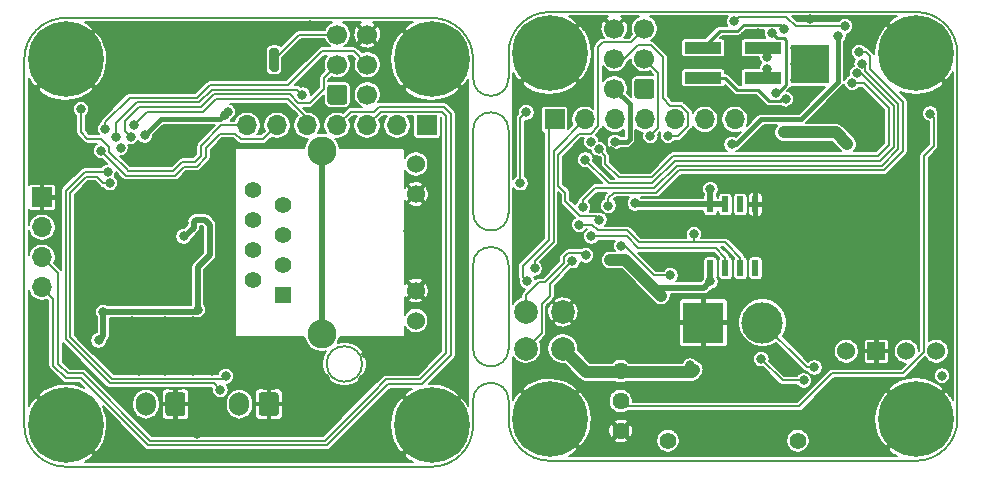
<source format=gbr>
%TF.GenerationSoftware,KiCad,Pcbnew,(5.1.8-0-10_14)*%
%TF.CreationDate,2021-08-18T13:43:01+02:00*%
%TF.ProjectId,ethersweep,65746865-7273-4776-9565-702e6b696361,2.0.1*%
%TF.SameCoordinates,Original*%
%TF.FileFunction,Copper,L2,Bot*%
%TF.FilePolarity,Positive*%
%FSLAX46Y46*%
G04 Gerber Fmt 4.6, Leading zero omitted, Abs format (unit mm)*
G04 Created by KiCad (PCBNEW (5.1.8-0-10_14)) date 2021-08-18 13:43:01*
%MOMM*%
%LPD*%
G01*
G04 APERTURE LIST*
%TA.AperFunction,Profile*%
%ADD10C,0.150000*%
%TD*%
%TA.AperFunction,ComponentPad*%
%ADD11C,6.400000*%
%TD*%
%TA.AperFunction,ComponentPad*%
%ADD12C,0.800000*%
%TD*%
%TA.AperFunction,ComponentPad*%
%ADD13C,1.400000*%
%TD*%
%TA.AperFunction,ComponentPad*%
%ADD14R,3.500000X3.500000*%
%TD*%
%TA.AperFunction,ComponentPad*%
%ADD15C,3.500000*%
%TD*%
%TA.AperFunction,ComponentPad*%
%ADD16O,1.700000X2.000000*%
%TD*%
%TA.AperFunction,ComponentPad*%
%ADD17C,1.700000*%
%TD*%
%TA.AperFunction,ComponentPad*%
%ADD18R,1.700000X1.700000*%
%TD*%
%TA.AperFunction,ComponentPad*%
%ADD19O,1.700000X1.700000*%
%TD*%
%TA.AperFunction,SMDPad,CuDef*%
%ADD20R,3.150000X1.000000*%
%TD*%
%TA.AperFunction,SMDPad,CuDef*%
%ADD21R,0.600000X1.400000*%
%TD*%
%TA.AperFunction,SMDPad,CuDef*%
%ADD22C,2.000000*%
%TD*%
%TA.AperFunction,ComponentPad*%
%ADD23R,1.398000X1.398000*%
%TD*%
%TA.AperFunction,ComponentPad*%
%ADD24C,1.398000*%
%TD*%
%TA.AperFunction,ComponentPad*%
%ADD25C,1.530000*%
%TD*%
%TA.AperFunction,ComponentPad*%
%ADD26C,2.445000*%
%TD*%
%TA.AperFunction,ComponentPad*%
%ADD27C,1.524000*%
%TD*%
%TA.AperFunction,ComponentPad*%
%ADD28R,1.524000X1.524000*%
%TD*%
%TA.AperFunction,ComponentPad*%
%ADD29C,1.440000*%
%TD*%
%TA.AperFunction,SMDPad,CuDef*%
%ADD30R,3.250000X3.250000*%
%TD*%
%TA.AperFunction,ComponentPad*%
%ADD31C,0.500000*%
%TD*%
%TA.AperFunction,ViaPad*%
%ADD32C,0.800000*%
%TD*%
%TA.AperFunction,Conductor*%
%ADD33C,0.250000*%
%TD*%
%TA.AperFunction,Conductor*%
%ADD34C,0.200000*%
%TD*%
%TA.AperFunction,Conductor*%
%ADD35C,0.500000*%
%TD*%
%TA.AperFunction,Conductor*%
%ADD36C,1.000000*%
%TD*%
%TA.AperFunction,Conductor*%
%ADD37C,0.400000*%
%TD*%
%TA.AperFunction,Conductor*%
%ADD38C,0.100000*%
%TD*%
G04 APERTURE END LIST*
D10*
X198000000Y-81000000D02*
G75*
G02*
X201500000Y-84500000I0J-3500000D01*
G01*
X160500000Y-115500000D02*
X160500000Y-113900000D01*
X163500000Y-86600000D02*
X163500000Y-85000000D01*
X163500000Y-86600000D02*
G75*
G02*
X160500000Y-86600000I-1500000J0D01*
G01*
X163500000Y-115500000D02*
X163500000Y-113900000D01*
X160500000Y-86600000D02*
X160500000Y-85000000D01*
X160500000Y-113900000D02*
G75*
G02*
X163500000Y-113900000I1500000J0D01*
G01*
X163500000Y-98000000D02*
G75*
G02*
X160500000Y-98000000I-1500000J0D01*
G01*
X160500000Y-91000000D02*
G75*
G02*
X163500000Y-91000000I1500000J0D01*
G01*
X163500000Y-98000000D02*
X163500000Y-91000000D01*
X160500000Y-109500000D02*
X160500000Y-102400000D01*
X160500000Y-102400000D02*
G75*
G02*
X163500000Y-102400000I1500000J0D01*
G01*
X160500000Y-98000000D02*
X160500000Y-91000000D01*
X163500000Y-109500000D02*
X163500000Y-102400000D01*
X163500000Y-109500000D02*
G75*
G02*
X160500000Y-109500000I-1500000J0D01*
G01*
X160500000Y-116000000D02*
X160500000Y-115500000D01*
X163500000Y-84500000D02*
X163500000Y-85000000D01*
X151100000Y-110800000D02*
G75*
G03*
X151100000Y-110800000I-1500000J0D01*
G01*
X126000000Y-119500000D02*
G75*
G02*
X122500000Y-116000000I0J3500000D01*
G01*
X126000000Y-119500000D02*
X157000000Y-119500000D01*
X167000000Y-81000000D02*
X198000000Y-81000000D01*
X163500000Y-84500000D02*
G75*
G02*
X167000000Y-81000000I3500000J0D01*
G01*
X201500000Y-115500000D02*
G75*
G02*
X198000000Y-119000000I-3500000J0D01*
G01*
X167000000Y-119000000D02*
G75*
G02*
X163500000Y-115500000I0J3500000D01*
G01*
X167000000Y-119000000D02*
X198000000Y-119000000D01*
X201500000Y-115500000D02*
X201500000Y-84500000D01*
X122500000Y-85000000D02*
X122500000Y-116000000D01*
X160500000Y-116000000D02*
G75*
G02*
X157000000Y-119500000I-3500000J0D01*
G01*
X157000000Y-81500000D02*
G75*
G02*
X160500000Y-85000000I0J-3500000D01*
G01*
X122500000Y-85000000D02*
G75*
G02*
X126000000Y-81500000I3500000J0D01*
G01*
X157000000Y-81500000D02*
X126000000Y-81500000D01*
D11*
X198000000Y-84500000D03*
D12*
X200400000Y-84500000D03*
X199697056Y-86197056D03*
X198000000Y-86900000D03*
X196302944Y-86197056D03*
X195600000Y-84500000D03*
X196302944Y-82802944D03*
X198000000Y-82100000D03*
X199697056Y-82802944D03*
D13*
X177000000Y-117300000D03*
X188000000Y-117300000D03*
D14*
X180000000Y-107300000D03*
D15*
X185000000Y-107300000D03*
D16*
X132800000Y-114200000D03*
%TA.AperFunction,ComponentPad*%
G36*
G01*
X136150000Y-113450000D02*
X136150000Y-114950000D01*
G75*
G02*
X135900000Y-115200000I-250000J0D01*
G01*
X134700000Y-115200000D01*
G75*
G02*
X134450000Y-114950000I0J250000D01*
G01*
X134450000Y-113450000D01*
G75*
G02*
X134700000Y-113200000I250000J0D01*
G01*
X135900000Y-113200000D01*
G75*
G02*
X136150000Y-113450000I0J-250000D01*
G01*
G37*
%TD.AperFunction*%
%TA.AperFunction,ComponentPad*%
G36*
G01*
X148150000Y-88600000D02*
X148150000Y-87400000D01*
G75*
G02*
X148400000Y-87150000I250000J0D01*
G01*
X149600000Y-87150000D01*
G75*
G02*
X149850000Y-87400000I0J-250000D01*
G01*
X149850000Y-88600000D01*
G75*
G02*
X149600000Y-88850000I-250000J0D01*
G01*
X148400000Y-88850000D01*
G75*
G02*
X148150000Y-88600000I0J250000D01*
G01*
G37*
%TD.AperFunction*%
D17*
X149000000Y-85460000D03*
X149000000Y-82920000D03*
X151540000Y-88000000D03*
X151540000Y-85460000D03*
X151540000Y-82920000D03*
%TA.AperFunction,ComponentPad*%
G36*
G01*
X175850000Y-86900000D02*
X175850000Y-88100000D01*
G75*
G02*
X175600000Y-88350000I-250000J0D01*
G01*
X174400000Y-88350000D01*
G75*
G02*
X174150000Y-88100000I0J250000D01*
G01*
X174150000Y-86900000D01*
G75*
G02*
X174400000Y-86650000I250000J0D01*
G01*
X175600000Y-86650000D01*
G75*
G02*
X175850000Y-86900000I0J-250000D01*
G01*
G37*
%TD.AperFunction*%
X175000000Y-84960000D03*
X175000000Y-82420000D03*
X172460000Y-87500000D03*
X172460000Y-84960000D03*
X172460000Y-82420000D03*
D11*
X167000000Y-115500000D03*
D12*
X169400000Y-115500000D03*
X168697056Y-117197056D03*
X167000000Y-117900000D03*
X165302944Y-117197056D03*
X164600000Y-115500000D03*
X165302944Y-113802944D03*
X167000000Y-113100000D03*
X168697056Y-113802944D03*
X199697056Y-113777945D03*
X198000000Y-113075001D03*
X196302944Y-113777945D03*
X195600000Y-115475001D03*
X196302944Y-117172057D03*
X198000000Y-117875001D03*
X199697056Y-117172057D03*
X200400000Y-115475001D03*
D11*
X198000000Y-115475001D03*
D12*
X168697056Y-82802944D03*
X167000000Y-82100000D03*
X165302944Y-82802944D03*
X164600000Y-84500000D03*
X165302944Y-86197056D03*
X167000000Y-86900000D03*
X168697056Y-86197056D03*
X169400000Y-84500000D03*
D11*
X167000000Y-84500000D03*
D18*
X124000000Y-96700000D03*
D19*
X124000000Y-99240000D03*
X124000000Y-101780000D03*
X124000000Y-104320000D03*
%TA.AperFunction,ComponentPad*%
G36*
G01*
X144050000Y-113450000D02*
X144050000Y-114950000D01*
G75*
G02*
X143800000Y-115200000I-250000J0D01*
G01*
X142600000Y-115200000D01*
G75*
G02*
X142350000Y-114950000I0J250000D01*
G01*
X142350000Y-113450000D01*
G75*
G02*
X142600000Y-113200000I250000J0D01*
G01*
X143800000Y-113200000D01*
G75*
G02*
X144050000Y-113450000I0J-250000D01*
G01*
G37*
%TD.AperFunction*%
D16*
X140700000Y-114200000D03*
D20*
X185025000Y-84030000D03*
X179975000Y-84030000D03*
X185025000Y-86570000D03*
X179975000Y-86570000D03*
%TA.AperFunction,SMDPad,CuDef*%
G36*
G01*
X139850000Y-84250000D02*
X139850000Y-85850000D01*
G75*
G02*
X139650000Y-86050000I-200000J0D01*
G01*
X139250000Y-86050000D01*
G75*
G02*
X139050000Y-85850000I0J200000D01*
G01*
X139050000Y-84250000D01*
G75*
G02*
X139250000Y-84050000I200000J0D01*
G01*
X139650000Y-84050000D01*
G75*
G02*
X139850000Y-84250000I0J-200000D01*
G01*
G37*
%TD.AperFunction*%
%TA.AperFunction,SMDPad,CuDef*%
G36*
G01*
X144050000Y-84250000D02*
X144050000Y-85850000D01*
G75*
G02*
X143850000Y-86050000I-200000J0D01*
G01*
X143450000Y-86050000D01*
G75*
G02*
X143250000Y-85850000I0J200000D01*
G01*
X143250000Y-84250000D01*
G75*
G02*
X143450000Y-84050000I200000J0D01*
G01*
X143850000Y-84050000D01*
G75*
G02*
X144050000Y-84250000I0J-200000D01*
G01*
G37*
%TD.AperFunction*%
D21*
X180595000Y-97300000D03*
X181865000Y-97300000D03*
X183135000Y-97300000D03*
X184405000Y-97300000D03*
X184405000Y-102700000D03*
X183135000Y-102700000D03*
X181865000Y-102700000D03*
X180595000Y-102700000D03*
D11*
X126000000Y-85000000D03*
D12*
X128400000Y-85000000D03*
X127697056Y-86697056D03*
X126000000Y-87400000D03*
X124302944Y-86697056D03*
X123600000Y-85000000D03*
X124302944Y-83302944D03*
X126000000Y-82600000D03*
X127697056Y-83302944D03*
X158697056Y-83302944D03*
X157000000Y-82600000D03*
X155302944Y-83302944D03*
X154600000Y-85000000D03*
X155302944Y-86697056D03*
X157000000Y-87400000D03*
X158697056Y-86697056D03*
X159400000Y-85000000D03*
D11*
X157000000Y-85000000D03*
X157000000Y-116000000D03*
D12*
X159400000Y-116000000D03*
X158697056Y-117697056D03*
X157000000Y-118400000D03*
X155302944Y-117697056D03*
X154600000Y-116000000D03*
X155302944Y-114302944D03*
X157000000Y-113600000D03*
X158697056Y-114302944D03*
X127697056Y-114302944D03*
X126000000Y-113600000D03*
X124302944Y-114302944D03*
X123600000Y-116000000D03*
X124302944Y-117697056D03*
X126000000Y-118400000D03*
X127697056Y-117697056D03*
X128400000Y-116000000D03*
D11*
X126000000Y-116000000D03*
D22*
X164974999Y-109500000D03*
X165000000Y-106400000D03*
X168100000Y-109500000D03*
X168100000Y-106400000D03*
D18*
X167400000Y-90100000D03*
D19*
X169940000Y-90100000D03*
X172480000Y-90100000D03*
X175020000Y-90100000D03*
X177560000Y-90100000D03*
X180100000Y-90100000D03*
X182640000Y-90100000D03*
X141360000Y-90600000D03*
X143900000Y-90600000D03*
X146440000Y-90600000D03*
X148980000Y-90600000D03*
X151520000Y-90600000D03*
X154060000Y-90600000D03*
D18*
X156600000Y-90600000D03*
D23*
X144400000Y-104950000D03*
D24*
X141860000Y-103680000D03*
X144400000Y-102410000D03*
X141860000Y-101140000D03*
X144400000Y-99870000D03*
X141860000Y-98600000D03*
X144400000Y-97330000D03*
X141860000Y-96060000D03*
D25*
X155650000Y-107125000D03*
X155650000Y-104585000D03*
X155650000Y-93875000D03*
X155650000Y-96415000D03*
D26*
X147700000Y-108245000D03*
X147700000Y-92755000D03*
D27*
X192110000Y-109730000D03*
D28*
X194650000Y-109730000D03*
D27*
X197190000Y-109730000D03*
X199730000Y-109730000D03*
D29*
X173000000Y-116480000D03*
X173000000Y-113940000D03*
X173000000Y-111400000D03*
D30*
X189000000Y-85400000D03*
D31*
X190375000Y-84025000D03*
X190375000Y-85400000D03*
X190375000Y-86775000D03*
X189000000Y-84025000D03*
X189000000Y-85400000D03*
X189000000Y-86775000D03*
X187625000Y-84025000D03*
X187625000Y-85400000D03*
X187625000Y-86775000D03*
D32*
X130650000Y-92500000D03*
X200200000Y-111800000D03*
X168000000Y-106000000D03*
X171000000Y-93500000D03*
X179500000Y-82000000D03*
X177500000Y-82000000D03*
X167500000Y-111500000D03*
X165500000Y-111500000D03*
X175250000Y-94250000D03*
X170500000Y-81750000D03*
X171000000Y-83000000D03*
X165500000Y-95200000D03*
X164200000Y-100000000D03*
X165400000Y-100200000D03*
X175400000Y-105700000D03*
X175000000Y-109800000D03*
X171600000Y-107200000D03*
X171200000Y-96700000D03*
X178300000Y-102600000D03*
X172200000Y-92800000D03*
X179500000Y-91800000D03*
X179300000Y-88500000D03*
X179500000Y-103200000D03*
X182400000Y-104400000D03*
X184300000Y-104400000D03*
X183500000Y-110200000D03*
X186500000Y-110500000D03*
X182700000Y-116000000D03*
X186800000Y-116000000D03*
X187800000Y-112900000D03*
X186000000Y-97800000D03*
X176400000Y-108500000D03*
X175700000Y-113700000D03*
X171300000Y-116300000D03*
X174500000Y-117800000D03*
X180800000Y-110300000D03*
X179400000Y-116900000D03*
X178700000Y-113000000D03*
X171200000Y-114600000D03*
X188300000Y-107700000D03*
X190500000Y-110600000D03*
X130100000Y-83200000D03*
X135700000Y-105400000D03*
X134400000Y-102550000D03*
X142400000Y-111100000D03*
X136800000Y-86300000D03*
X134000000Y-95700000D03*
X189450000Y-114100000D03*
X129800000Y-98900000D03*
X127500000Y-98350000D03*
X136950000Y-94800000D03*
X138850000Y-95850000D03*
X139900000Y-94700000D03*
X138850000Y-93600000D03*
X138900000Y-92500000D03*
X139650000Y-92000000D03*
X143000000Y-89250000D03*
X146650000Y-82100000D03*
X147050000Y-83950000D03*
X153550000Y-82300000D03*
X152900000Y-84200000D03*
X153300000Y-87150000D03*
X154550000Y-88250000D03*
X147550000Y-89250000D03*
X131050000Y-95650000D03*
X125250000Y-89700000D03*
X123450000Y-88650000D03*
X126450000Y-110500000D03*
X123800000Y-107300000D03*
X123950000Y-111900000D03*
X123850000Y-109050000D03*
X130900000Y-113500000D03*
X145550000Y-114350000D03*
X147400000Y-114250000D03*
X152300000Y-115800000D03*
X152700000Y-118250000D03*
X149850000Y-118200000D03*
X146050000Y-118550000D03*
X142950000Y-118550000D03*
X139900000Y-118500000D03*
X136950000Y-114100000D03*
X137100000Y-116700000D03*
X133800000Y-116600000D03*
X134400000Y-118550000D03*
X131450000Y-118250000D03*
X130450000Y-116550000D03*
X129400000Y-118750000D03*
X145100000Y-111000000D03*
X147950000Y-111950000D03*
X158400000Y-111900000D03*
X159400000Y-110800000D03*
X159400000Y-105650000D03*
X155150000Y-102600000D03*
X155900000Y-98550000D03*
X155850000Y-101150000D03*
X154950000Y-99550000D03*
X159600000Y-99650000D03*
X159450000Y-90050000D03*
X159550000Y-94250000D03*
X159550000Y-102550000D03*
X155150000Y-92200000D03*
X156450000Y-92550000D03*
X159400000Y-88650000D03*
X139150000Y-97400000D03*
X139700000Y-104600000D03*
X155500000Y-108850000D03*
X133550000Y-86650000D03*
X129200000Y-82200000D03*
X151150000Y-112100000D03*
X151450000Y-110000000D03*
X133700000Y-93050000D03*
X171100000Y-101400000D03*
X136000000Y-98850000D03*
X171150000Y-113100000D03*
X174550000Y-112800000D03*
X176200000Y-110300000D03*
X179750000Y-109850000D03*
X170250000Y-109200000D03*
X175350000Y-115800000D03*
X181650000Y-117800000D03*
X179150000Y-115450000D03*
X185400000Y-113700000D03*
X185350000Y-117400000D03*
X147150000Y-85900000D03*
X177400000Y-86700000D03*
X177250000Y-83900000D03*
X173550000Y-86200000D03*
X181200000Y-81800000D03*
X180600000Y-88000000D03*
X179200000Y-85400000D03*
X196000000Y-102000000D03*
X190000000Y-102000000D03*
X190200000Y-107800000D03*
X192200000Y-107600000D03*
X193800000Y-108000000D03*
X183400000Y-100000000D03*
X190400000Y-92400000D03*
X172600000Y-98600000D03*
X172000000Y-100800000D03*
X198400000Y-88600000D03*
X192600000Y-83400000D03*
X185400000Y-95400000D03*
X186400000Y-95400000D03*
X183200000Y-95600000D03*
X181600000Y-95200000D03*
X179200000Y-95200000D03*
X178000000Y-99800000D03*
X180600000Y-98800000D03*
X186600000Y-99200000D03*
X189000000Y-99200000D03*
X194200000Y-112800000D03*
X193800000Y-114800000D03*
X195000000Y-81800000D03*
X193200000Y-82400000D03*
X189000000Y-81600000D03*
X194600000Y-96400000D03*
X193000000Y-100000000D03*
X187600000Y-97400000D03*
X193000000Y-103600000D03*
X185200000Y-89200000D03*
X182200000Y-88600000D03*
X170200000Y-87200000D03*
X164400000Y-88200000D03*
X164400000Y-101400000D03*
X184600000Y-82800000D03*
X198000000Y-90400000D03*
X198800000Y-92000000D03*
X197600000Y-94000000D03*
X196400000Y-99600000D03*
X187400000Y-89200000D03*
X180800000Y-92400000D03*
X191800000Y-88600000D03*
X172800000Y-109800000D03*
X200600000Y-90400000D03*
X200400000Y-93800000D03*
X200400000Y-99200000D03*
X200200000Y-104600000D03*
X197200000Y-103800000D03*
X200200000Y-107400000D03*
X193200000Y-110800000D03*
X195800000Y-108000000D03*
X195000000Y-118200000D03*
X181600000Y-113400000D03*
X123400000Y-90400000D03*
X139600000Y-102600000D03*
X134000000Y-100200000D03*
X135200000Y-87000000D03*
X130000000Y-108800000D03*
X131600000Y-107200000D03*
X133200000Y-108200000D03*
X135600000Y-108200000D03*
X137800000Y-108200000D03*
X139600000Y-108200000D03*
X139600000Y-106000000D03*
X139600000Y-107200000D03*
X138400000Y-106600000D03*
X136800000Y-107200000D03*
X134400000Y-107200000D03*
X142200000Y-109400000D03*
X141200000Y-110200000D03*
X139600000Y-110200000D03*
X137800000Y-110200000D03*
X135600000Y-110200000D03*
X133200000Y-110200000D03*
X131400000Y-110200000D03*
X129000000Y-110000000D03*
X130000000Y-111000000D03*
X132200000Y-111400000D03*
X134400000Y-111400000D03*
X136800000Y-111400000D03*
X138400000Y-111400000D03*
X140800000Y-111400000D03*
X138000000Y-113200000D03*
X138800000Y-114400000D03*
X135000000Y-98000000D03*
X124000000Y-95200000D03*
X137000000Y-84600000D03*
X138400000Y-84200000D03*
X140000000Y-82600000D03*
X136600000Y-82600000D03*
X132600000Y-82200000D03*
X129200000Y-87400000D03*
X142200000Y-86200000D03*
X144800000Y-82200000D03*
X145200000Y-91800000D03*
X135200000Y-102000000D03*
X170500000Y-100000000D03*
X169500000Y-99000000D03*
X170500000Y-92000000D03*
X169500000Y-99000000D03*
X179200000Y-99800000D03*
X170000000Y-93500000D03*
X171136002Y-92600000D03*
X192600000Y-87000000D03*
X193000000Y-86200000D03*
X169800000Y-97500000D03*
X193400000Y-85400000D03*
X182600000Y-81800000D03*
X192000000Y-82200000D03*
X189400000Y-111100000D03*
X186149999Y-87850001D03*
X185800000Y-82800000D03*
X186800000Y-91200000D03*
X192200000Y-92200000D03*
X172000000Y-102000000D03*
X173000000Y-102000000D03*
X172500000Y-92000000D03*
X164500000Y-95500000D03*
X165000000Y-89500000D03*
X175850000Y-104350000D03*
X178869999Y-110930001D03*
X179219999Y-111280001D03*
X132700000Y-91450000D03*
X139500000Y-89700000D03*
X139750000Y-89450000D03*
X176425000Y-105025000D03*
X180600000Y-103800000D03*
X180595000Y-96005000D03*
X174200001Y-97199999D03*
X191437500Y-83037500D03*
X182400000Y-92200000D03*
X130300000Y-91550000D03*
X146050000Y-88000000D03*
X175500000Y-91500000D03*
X131500000Y-91550000D03*
X171200000Y-98600000D03*
X177000000Y-91500000D03*
X129350000Y-90900000D03*
X165100000Y-103800000D03*
X165700000Y-102700000D03*
X168900000Y-102100000D03*
X170050000Y-101600000D03*
X131750000Y-90550000D03*
X129000000Y-92750000D03*
X185400000Y-84800000D03*
X186800000Y-82400000D03*
X185400000Y-85800000D03*
X187000000Y-88400000D03*
X199200000Y-89600000D03*
X177200000Y-103300000D03*
X184900000Y-110400000D03*
X188500000Y-112200000D03*
X173050000Y-100800000D03*
X129750000Y-95500000D03*
X139550000Y-111850000D03*
X129550000Y-94550000D03*
X139100000Y-113000000D03*
X171950000Y-97400000D03*
X193200000Y-84400000D03*
X127300000Y-89250000D03*
X137200000Y-106200000D03*
X129200000Y-106400000D03*
X128800000Y-108800000D03*
X136000000Y-100000000D03*
D33*
X155424999Y-86575001D02*
X157000000Y-85000000D01*
D34*
X170500000Y-100000000D02*
X170500000Y-100000000D01*
X181865000Y-101800000D02*
X181865000Y-102700000D01*
X181065000Y-101000000D02*
X181865000Y-101800000D01*
X174500000Y-101000000D02*
X181065000Y-101000000D01*
X173500000Y-100000000D02*
X174500000Y-101000000D01*
X170500000Y-100000000D02*
X173500000Y-100000000D01*
X125350000Y-103130000D02*
X124000000Y-101780000D01*
X125350000Y-110784302D02*
X125350000Y-103130000D01*
X126165698Y-111600000D02*
X125350000Y-110784302D01*
X127465698Y-111600000D02*
X126165698Y-111600000D01*
X133165698Y-117300000D02*
X127465698Y-111600000D01*
X153134312Y-112099989D02*
X151900000Y-113334302D01*
X147934302Y-117300000D02*
X133165698Y-117300000D01*
X157899999Y-89449999D02*
X158225000Y-89775000D01*
X158225000Y-109909304D02*
X156034314Y-112099989D01*
X151900000Y-113334302D02*
X147934302Y-117300000D01*
X158225000Y-89775000D02*
X158225000Y-109909304D01*
X156034314Y-112099989D02*
X153134312Y-112099989D01*
X152670001Y-89449999D02*
X157899999Y-89449999D01*
X151520000Y-90600000D02*
X152670001Y-89449999D01*
X169500000Y-99000000D02*
X169500000Y-99000000D01*
X169500000Y-99000000D02*
X170200001Y-99000000D01*
X171036002Y-99500000D02*
X170536002Y-99000000D01*
X170536002Y-99000000D02*
X169500000Y-99000000D01*
X183135000Y-102700000D02*
X183135000Y-101800000D01*
X169500000Y-99000000D02*
X169500000Y-99000000D01*
X177434302Y-100500000D02*
X174565698Y-100500000D01*
X174565698Y-100500000D02*
X173565698Y-99500000D01*
X173565698Y-99500000D02*
X171036002Y-99500000D01*
X181835000Y-100500000D02*
X181967500Y-100632500D01*
X183135000Y-101800000D02*
X181967500Y-100632500D01*
X179200000Y-99800000D02*
X179200000Y-100400000D01*
X179200000Y-100400000D02*
X179100000Y-100500000D01*
X177434302Y-100500000D02*
X179100000Y-100500000D01*
X179200000Y-100400000D02*
X179300000Y-100500000D01*
X179300000Y-100500000D02*
X181835000Y-100500000D01*
X179100000Y-100500000D02*
X179300000Y-100500000D01*
X150130001Y-89449999D02*
X148980000Y-90600000D01*
X152104303Y-89449999D02*
X150130001Y-89449999D01*
X152504312Y-89049989D02*
X152104303Y-89449999D01*
X158065688Y-89049989D02*
X152504312Y-89049989D01*
X158625010Y-110074993D02*
X158625010Y-89609312D01*
X158625010Y-89609312D02*
X158065688Y-89049989D01*
X156200002Y-112499999D02*
X158625010Y-110074993D01*
X148100000Y-117700000D02*
X153300001Y-112499999D01*
X124949990Y-105269990D02*
X124949990Y-110949990D01*
X134300000Y-117700000D02*
X148100000Y-117700000D01*
X126007849Y-112007849D02*
X127307849Y-112007849D01*
X133000008Y-117700008D02*
X134299992Y-117700008D01*
X153300001Y-112499999D02*
X156200002Y-112499999D01*
X134299992Y-117700008D02*
X134300000Y-117700000D01*
X127307849Y-112007849D02*
X133000008Y-117700008D01*
X124949990Y-110949990D02*
X126007849Y-112007849D01*
X124000000Y-104320000D02*
X124949990Y-105269990D01*
X173536002Y-95000000D02*
X173750000Y-95000000D01*
X172864000Y-95000000D02*
X171700001Y-93836001D01*
X174250000Y-95000000D02*
X172864000Y-95000000D01*
X174634323Y-95000000D02*
X174250000Y-95000000D01*
X174250000Y-95000000D02*
X173750000Y-95000000D01*
X171700001Y-93836001D02*
X171700001Y-93163999D01*
X171136002Y-92600000D02*
X171136002Y-92600000D01*
X171700001Y-93163999D02*
X171136002Y-92600000D01*
X175618603Y-95000000D02*
X173750000Y-95000000D01*
X177418622Y-93199980D02*
X175618603Y-95000000D01*
X195700001Y-92299959D02*
X194799980Y-93199980D01*
X194799980Y-93199980D02*
X177418622Y-93199980D01*
X195700001Y-89100041D02*
X195700001Y-92299959D01*
X193599960Y-87000000D02*
X195700001Y-89100041D01*
X192600000Y-87000000D02*
X193599960Y-87000000D01*
X193365659Y-86200000D02*
X193000000Y-86200000D01*
X196100011Y-92465648D02*
X196100011Y-88934351D01*
X194965669Y-93599990D02*
X196100011Y-92465648D01*
X177584311Y-93599990D02*
X194965669Y-93599990D01*
X175684302Y-95500000D02*
X177584311Y-93599990D01*
X172000000Y-95500000D02*
X175684302Y-95500000D01*
X196100011Y-88934351D02*
X193365659Y-86200000D01*
X170000000Y-93500000D02*
X172000000Y-95500000D01*
X169800000Y-97500000D02*
X169800000Y-97500000D01*
X170834305Y-95900010D02*
X169800000Y-96934315D01*
X175849991Y-95900010D02*
X170834305Y-95900010D01*
X177750000Y-94000000D02*
X175849991Y-95900010D01*
X196500021Y-88768662D02*
X196500021Y-92631337D01*
X196500021Y-92631337D02*
X195131358Y-94000000D01*
X193700001Y-85968643D02*
X196500021Y-88768662D01*
X193700001Y-85700001D02*
X193700001Y-85968643D01*
X169800000Y-96934315D02*
X169800000Y-97500000D01*
X195131358Y-94000000D02*
X177750000Y-94000000D01*
X193400000Y-85400000D02*
X193700001Y-85700001D01*
X182800000Y-81600000D02*
X182600000Y-81800000D01*
X182600000Y-81800000D02*
X182600000Y-81800000D01*
X182999999Y-81400001D02*
X182600000Y-81800000D01*
X187000001Y-81400001D02*
X182999999Y-81400001D01*
X187800000Y-82200000D02*
X187000001Y-81400001D01*
X191600000Y-82200000D02*
X187800000Y-82200000D01*
X191600000Y-82200000D02*
X192000000Y-82200000D01*
X192000000Y-82200000D02*
X192000000Y-82200000D01*
X185000000Y-107300000D02*
X188800000Y-111100000D01*
X188800000Y-111100000D02*
X189400000Y-111100000D01*
X189400000Y-111100000D02*
X189400000Y-111100000D01*
D33*
X185800000Y-82800000D02*
X185800000Y-82800000D01*
X187000000Y-87174991D02*
X186324990Y-87850001D01*
X187000000Y-83344998D02*
X187000000Y-87174991D01*
X186324990Y-87850001D02*
X186149999Y-87850001D01*
X186860001Y-83204999D02*
X187000000Y-83344998D01*
X186204999Y-83204999D02*
X186860001Y-83204999D01*
X185800000Y-82800000D02*
X186204999Y-83204999D01*
D35*
X186800000Y-91200000D02*
X186800000Y-91200000D01*
D36*
X191200000Y-91200000D02*
X186800000Y-91200000D01*
X192200000Y-92200000D02*
X191200000Y-91200000D01*
D37*
X172460000Y-87500000D02*
X173750001Y-88790001D01*
X173750001Y-88790001D02*
X173750001Y-91749999D01*
X173750001Y-91749999D02*
X173500000Y-92000000D01*
X173500000Y-92000000D02*
X172500000Y-92000000D01*
X172500000Y-92000000D02*
X172500000Y-92000000D01*
D34*
X165000000Y-89500000D02*
X165000000Y-89500000D01*
X164500000Y-95500000D02*
X164500000Y-90000000D01*
X164500000Y-90000000D02*
X165000000Y-89500000D01*
D37*
X176100001Y-104600001D02*
X176000000Y-104500000D01*
D34*
X180595000Y-102700000D02*
X180595000Y-103600000D01*
D33*
X139324991Y-89875009D02*
X139500000Y-89700000D01*
X139500000Y-89700000D02*
X139750000Y-89450000D01*
X139750000Y-89450000D02*
X139750000Y-89450000D01*
D37*
X134050001Y-90099999D02*
X132700000Y-91450000D01*
X139100001Y-90099999D02*
X134050001Y-90099999D01*
X139500000Y-89700000D02*
X139100001Y-90099999D01*
D36*
X170100000Y-111500000D02*
X168100000Y-109500000D01*
X173000000Y-111500000D02*
X170100000Y-111500000D01*
X179000000Y-111500000D02*
X179219999Y-111280001D01*
X173000000Y-111500000D02*
X179000000Y-111500000D01*
D35*
X173000000Y-102000000D02*
X172000000Y-102000000D01*
D36*
X173000000Y-102000000D02*
X172128002Y-102000000D01*
X173400000Y-102000000D02*
X173000000Y-102000000D01*
X176425000Y-105025000D02*
X173400000Y-102000000D01*
D35*
X180595000Y-103795000D02*
X180600000Y-103800000D01*
X180595000Y-102700000D02*
X180595000Y-103795000D01*
X181865000Y-97300000D02*
X180595000Y-97300000D01*
X180595000Y-97300000D02*
X180595000Y-96005000D01*
X180595000Y-96005000D02*
X180595000Y-96005000D01*
X174900000Y-97300000D02*
X174300002Y-97300000D01*
X180595000Y-97300000D02*
X174900000Y-97300000D01*
X174300002Y-97300000D02*
X174200001Y-97199999D01*
X174900000Y-97300000D02*
X174300000Y-97300000D01*
X180050000Y-104350000D02*
X175850000Y-104350000D01*
X180600000Y-103800000D02*
X180050000Y-104350000D01*
D37*
X188270012Y-90099990D02*
X184900010Y-90099990D01*
X191437500Y-86932502D02*
X188270012Y-90099990D01*
X191437500Y-83037500D02*
X191437500Y-86932502D01*
X184900010Y-90099990D02*
X182800000Y-92200000D01*
X182800000Y-92200000D02*
X182400000Y-92200000D01*
D34*
X130300000Y-90398299D02*
X132048320Y-88649979D01*
X130300000Y-91550000D02*
X130300000Y-90398299D01*
X137315720Y-88649979D02*
X138386690Y-87579009D01*
X136399979Y-88649979D02*
X137315720Y-88649979D01*
X132048320Y-88649979D02*
X136399979Y-88649979D01*
X145629009Y-87579009D02*
X146050000Y-88000000D01*
X138386690Y-87579009D02*
X145629009Y-87579009D01*
X175500000Y-91500000D02*
X175500000Y-91500000D01*
X147849990Y-86610010D02*
X149000000Y-85460000D01*
X147849990Y-87500010D02*
X147849990Y-86610010D01*
X145713999Y-88700001D02*
X146649999Y-88700001D01*
X144993017Y-87979019D02*
X145713999Y-88700001D01*
X138552379Y-87979019D02*
X144993017Y-87979019D01*
X137481409Y-89049989D02*
X138552379Y-87979019D01*
X132214009Y-89049989D02*
X137481409Y-89049989D01*
X146649999Y-88700001D02*
X147849990Y-87500010D01*
X131049999Y-90213999D02*
X132214009Y-89049989D01*
X131049999Y-91099999D02*
X131049999Y-90213999D01*
X131500000Y-91550000D02*
X131049999Y-91099999D01*
X175003533Y-84960000D02*
X175000000Y-84960000D01*
X176170001Y-90829999D02*
X175500000Y-91500000D01*
X176170001Y-86130001D02*
X176170001Y-90829999D01*
X175000000Y-84960000D02*
X176170001Y-86130001D01*
X145780000Y-82920000D02*
X143650000Y-85050000D01*
X149000000Y-82920000D02*
X146080000Y-82920000D01*
X173849999Y-83570001D02*
X175000000Y-82420000D01*
X171466001Y-83570001D02*
X173849999Y-83570001D01*
X171090001Y-83946001D02*
X171466001Y-83570001D01*
X170442003Y-91299999D02*
X171090001Y-90652001D01*
X169500001Y-91299999D02*
X170442003Y-91299999D01*
X167710011Y-95710011D02*
X167710011Y-93089989D01*
X167710011Y-93089989D02*
X169500001Y-91299999D01*
X168310011Y-96310011D02*
X167710011Y-95710011D01*
X171090001Y-90652001D02*
X171090001Y-83946001D01*
X168310011Y-97046013D02*
X169563996Y-98299998D01*
X169563996Y-98299998D02*
X170899998Y-98299998D01*
X168310011Y-96310011D02*
X168310011Y-97046013D01*
X170899998Y-98299998D02*
X171200000Y-98600000D01*
X146080000Y-82920000D02*
X145780000Y-82920000D01*
X129350000Y-90334315D02*
X129350000Y-90900000D01*
X131434346Y-88249969D02*
X129350000Y-90334315D01*
X137150031Y-88249969D02*
X131434346Y-88249969D01*
X138221001Y-87178999D02*
X137150031Y-88249969D01*
X147726003Y-84309999D02*
X144857003Y-87178999D01*
X150389999Y-84309999D02*
X147726003Y-84309999D01*
X144857003Y-87178999D02*
X138221001Y-87178999D01*
X151540000Y-85460000D02*
X150389999Y-84309999D01*
X175552001Y-83809999D02*
X176570011Y-84828009D01*
X174447999Y-83809999D02*
X175552001Y-83809999D01*
X173297998Y-84960000D02*
X174447999Y-83809999D01*
X172460000Y-84960000D02*
X173297998Y-84960000D01*
X176570011Y-84828009D02*
X176570011Y-88320011D01*
X177862002Y-91500000D02*
X177000000Y-91500000D01*
X178710001Y-90652001D02*
X177862002Y-91500000D01*
X178710001Y-89547999D02*
X178710001Y-90652001D01*
X178112001Y-88949999D02*
X178710001Y-89547999D01*
X177199999Y-88949999D02*
X178112001Y-88949999D01*
X176570011Y-88320011D02*
X177199999Y-88949999D01*
X167380000Y-90020000D02*
X167400000Y-90000000D01*
X166909991Y-93109991D02*
X166909991Y-90590009D01*
X166909991Y-90590009D02*
X167400000Y-90100000D01*
X166909991Y-92144312D02*
X166909991Y-93109991D01*
X164700001Y-103400001D02*
X165100000Y-103800000D01*
X164700001Y-103400001D02*
X164700001Y-102499986D01*
X166909991Y-100289996D02*
X166909991Y-99109991D01*
X166909991Y-99109991D02*
X166909991Y-99890009D01*
X164700001Y-102499986D02*
X166909991Y-100289996D01*
X166909991Y-93109991D02*
X166909991Y-99109991D01*
X167310001Y-100455684D02*
X167310001Y-98489999D01*
X167310001Y-98489999D02*
X167310001Y-98689999D01*
X165700000Y-102065685D02*
X167310001Y-100455684D01*
X165700000Y-102700000D02*
X165700000Y-102065685D01*
X167310001Y-92729999D02*
X169940000Y-90100000D01*
X167310001Y-98489999D02*
X167310001Y-92729999D01*
X166300001Y-108174998D02*
X164974999Y-109500000D01*
X167000000Y-105036002D02*
X166300001Y-105736001D01*
X166300001Y-105736001D02*
X166300001Y-108174998D01*
X167000000Y-104000000D02*
X167000000Y-105036002D01*
X167000000Y-104000000D02*
X168900000Y-102100000D01*
X164974999Y-105010786D02*
X164974999Y-106424999D01*
X168199999Y-101763999D02*
X168199999Y-102234303D01*
X168563999Y-101399999D02*
X168199999Y-101763999D01*
X168199999Y-102234303D02*
X166550000Y-103884302D01*
X165000000Y-104963998D02*
X165000000Y-106400000D01*
X166079696Y-103884302D02*
X165000000Y-104963998D01*
X166550000Y-103884302D02*
X166079696Y-103884302D01*
X169849999Y-101399999D02*
X170050000Y-101600000D01*
X168563999Y-101399999D02*
X169849999Y-101399999D01*
X137647098Y-89449999D02*
X138718068Y-88379029D01*
X144827329Y-88379029D02*
X146440000Y-89991700D01*
X146440000Y-89991700D02*
X146440000Y-90600000D01*
X138718068Y-88379029D02*
X144827329Y-88379029D01*
X132850001Y-89449999D02*
X137647098Y-89449999D01*
X131750000Y-90550000D02*
X132850001Y-89449999D01*
X142749999Y-91750001D02*
X143900000Y-90600000D01*
X140357998Y-91300000D02*
X140807999Y-91750001D01*
X140807999Y-91750001D02*
X142749999Y-91750001D01*
X139063998Y-91300000D02*
X140357998Y-91300000D01*
X129000000Y-92750000D02*
X130100000Y-93850000D01*
X137881999Y-93318001D02*
X137881999Y-92481999D01*
X137881999Y-92481999D02*
X139063998Y-91300000D01*
X137100001Y-94099999D02*
X136050001Y-94099999D01*
X137881999Y-93318001D02*
X137100001Y-94099999D01*
X136050001Y-94099999D02*
X135300000Y-94850000D01*
X131100000Y-94850000D02*
X130100000Y-93850000D01*
X135300000Y-94850000D02*
X131100000Y-94850000D01*
X185025000Y-84425000D02*
X185400000Y-84800000D01*
X185025000Y-84030000D02*
X185025000Y-84425000D01*
D33*
X181405001Y-82599999D02*
X179975000Y-84030000D01*
X181999999Y-82599999D02*
X182000000Y-82600000D01*
X181999999Y-82599999D02*
X181405001Y-82599999D01*
X182873003Y-82599999D02*
X182400001Y-82599999D01*
X182400001Y-82599999D02*
X181999999Y-82599999D01*
X183398003Y-82074999D02*
X182873003Y-82599999D01*
X186474999Y-82074999D02*
X183398003Y-82074999D01*
X186800000Y-82400000D02*
X186474999Y-82074999D01*
D34*
X185400000Y-86195000D02*
X185025000Y-86570000D01*
X185400000Y-85800000D02*
X185400000Y-86195000D01*
X180206002Y-86570000D02*
X179975000Y-86570000D01*
D33*
X186498000Y-88575002D02*
X185575002Y-88575002D01*
X186673002Y-88400000D02*
X186498000Y-88575002D01*
X187000000Y-88400000D02*
X186673002Y-88400000D01*
X181800000Y-86570000D02*
X179975000Y-86570000D01*
X182830000Y-87600000D02*
X181800000Y-86570000D01*
X184600000Y-87600000D02*
X182830000Y-87600000D01*
X185575002Y-88575002D02*
X184600000Y-87600000D01*
D34*
X179399999Y-114400001D02*
X179400000Y-114400000D01*
X173460001Y-114400001D02*
X173000000Y-113940000D01*
X188113997Y-114400001D02*
X173460001Y-114400001D01*
X190913998Y-111600000D02*
X188113997Y-114400001D01*
X198667999Y-93168003D02*
X199500001Y-92336001D01*
X198667999Y-109823763D02*
X198667999Y-93168003D01*
X196891762Y-111600000D02*
X198667999Y-109823763D01*
X199500001Y-92336001D02*
X199500001Y-89900001D01*
X190913998Y-111600000D02*
X196891762Y-111600000D01*
X199500001Y-89900001D02*
X199200000Y-89600000D01*
X199200000Y-89600000D02*
X199200000Y-89600000D01*
X177200000Y-103300000D02*
X177200000Y-103300000D01*
X184900000Y-110400000D02*
X186700000Y-112200000D01*
X186700000Y-112200000D02*
X188500000Y-112200000D01*
X188500000Y-112200000D02*
X188500000Y-112200000D01*
X173331384Y-100800000D02*
X173050000Y-100800000D01*
X175831384Y-103300000D02*
X173331384Y-100800000D01*
X177200000Y-103300000D02*
X175831384Y-103300000D01*
X139350010Y-112049990D02*
X139550000Y-111850000D01*
X126400010Y-108534312D02*
X129915688Y-112049990D01*
X126400010Y-96315688D02*
X126400010Y-108534312D01*
X129915688Y-112049990D02*
X139350010Y-112049990D01*
X128634325Y-94950010D02*
X127765688Y-94950010D01*
X129184315Y-95500000D02*
X128634325Y-94950010D01*
X127765688Y-94950010D02*
X126400010Y-96315688D01*
X129750000Y-95500000D02*
X129184315Y-95500000D01*
X127600000Y-94550000D02*
X129550000Y-94550000D01*
X126000000Y-96150000D02*
X127600000Y-94550000D01*
X138550000Y-112450000D02*
X129750000Y-112450000D01*
X126000000Y-108700000D02*
X126000000Y-96150000D01*
X129750000Y-112450000D02*
X126000000Y-108700000D01*
X139100000Y-113000000D02*
X138550000Y-112450000D01*
D35*
X147700000Y-108245000D02*
X147700000Y-92755000D01*
D34*
X172050000Y-97500000D02*
X171950000Y-97400000D01*
X171950000Y-97400000D02*
X171950000Y-97400000D01*
X194100001Y-85802944D02*
X194100001Y-84734316D01*
X196900031Y-92797026D02*
X196900031Y-88602975D01*
X195297056Y-94400000D02*
X196900031Y-92797026D01*
X177915698Y-94400000D02*
X195297056Y-94400000D01*
X194100001Y-84734316D02*
X193765685Y-84400000D01*
X176015679Y-96300019D02*
X177915698Y-94400000D01*
X193765685Y-84400000D02*
X193200000Y-84400000D01*
X196900031Y-88602975D02*
X194100001Y-85802944D01*
X172400000Y-96300020D02*
X176015679Y-96300019D01*
X171950000Y-96750020D02*
X172400000Y-96300020D01*
X171950000Y-97400000D02*
X171950000Y-96750020D01*
X127300000Y-91200000D02*
X127300000Y-89250000D01*
X129036002Y-91750000D02*
X127850000Y-91750000D01*
X131265688Y-94449990D02*
X131265688Y-94415688D01*
X141360000Y-90600000D02*
X139198300Y-90600000D01*
X136934313Y-93699989D02*
X135884312Y-93699989D01*
X129700001Y-92850001D02*
X129700001Y-92413999D01*
X127850000Y-91750000D02*
X127300000Y-91200000D01*
X135884312Y-93699989D02*
X135134311Y-94449990D01*
X137481989Y-93152313D02*
X136934313Y-93699989D01*
X131265688Y-94415688D02*
X129700001Y-92850001D01*
X135134311Y-94449990D02*
X131265688Y-94449990D01*
X137481989Y-92316310D02*
X137481989Y-93152313D01*
X129700001Y-92413999D02*
X129036002Y-91750000D01*
X139198300Y-90600000D02*
X137481989Y-92316310D01*
X128800000Y-108800000D02*
X128800000Y-108800000D01*
D35*
X137200000Y-102600000D02*
X138200000Y-101600000D01*
X137200000Y-106200000D02*
X137200000Y-102600000D01*
X138200000Y-101600000D02*
X138200000Y-99000000D01*
X137800000Y-98600000D02*
X138200000Y-99000000D01*
X137800000Y-98600000D02*
X137000000Y-98600000D01*
X136850001Y-98749999D02*
X137000000Y-98600000D01*
X129200000Y-108400000D02*
X128800000Y-108800000D01*
X129200000Y-106400000D02*
X129200000Y-108400000D01*
X136850001Y-99258001D02*
X136850001Y-98749999D01*
X137000000Y-106400000D02*
X129200000Y-106400000D01*
X137200000Y-106200000D02*
X137000000Y-106400000D01*
X136000000Y-100000000D02*
X136108002Y-100000000D01*
X136108002Y-100000000D02*
X136850001Y-99258001D01*
D34*
X196067382Y-81537640D02*
X196002717Y-81580847D01*
X195627243Y-81985822D01*
X198000000Y-84358579D01*
X198014143Y-84344437D01*
X198155564Y-84485858D01*
X198141421Y-84500000D01*
X200514178Y-86872757D01*
X200919153Y-86497283D01*
X201125001Y-86122147D01*
X201125000Y-113854877D01*
X200962360Y-113542383D01*
X200919153Y-113477718D01*
X200514178Y-113102244D01*
X198141421Y-115475001D01*
X198155564Y-115489144D01*
X198014143Y-115630565D01*
X198000000Y-115616422D01*
X195627243Y-117989179D01*
X196002717Y-118394154D01*
X196423409Y-118625000D01*
X168620124Y-118625000D01*
X168932618Y-118462360D01*
X168997283Y-118419153D01*
X169372757Y-118014178D01*
X167000000Y-115641421D01*
X166985858Y-115655564D01*
X166844437Y-115514143D01*
X166858579Y-115500000D01*
X167141421Y-115500000D01*
X169514178Y-117872757D01*
X169919153Y-117497283D01*
X170066138Y-117229418D01*
X172392003Y-117229418D01*
X172469466Y-117380348D01*
X172655309Y-117466550D01*
X172854399Y-117514839D01*
X173059084Y-117523359D01*
X173261498Y-117491785D01*
X173453863Y-117421328D01*
X173530534Y-117380348D01*
X173607997Y-117229418D01*
X173580088Y-117201509D01*
X176000000Y-117201509D01*
X176000000Y-117398491D01*
X176038429Y-117591689D01*
X176113811Y-117773678D01*
X176223249Y-117937463D01*
X176362537Y-118076751D01*
X176526322Y-118186189D01*
X176708311Y-118261571D01*
X176901509Y-118300000D01*
X177098491Y-118300000D01*
X177291689Y-118261571D01*
X177473678Y-118186189D01*
X177637463Y-118076751D01*
X177776751Y-117937463D01*
X177886189Y-117773678D01*
X177961571Y-117591689D01*
X178000000Y-117398491D01*
X178000000Y-117201509D01*
X187000000Y-117201509D01*
X187000000Y-117398491D01*
X187038429Y-117591689D01*
X187113811Y-117773678D01*
X187223249Y-117937463D01*
X187362537Y-118076751D01*
X187526322Y-118186189D01*
X187708311Y-118261571D01*
X187901509Y-118300000D01*
X188098491Y-118300000D01*
X188291689Y-118261571D01*
X188473678Y-118186189D01*
X188637463Y-118076751D01*
X188776751Y-117937463D01*
X188886189Y-117773678D01*
X188961571Y-117591689D01*
X189000000Y-117398491D01*
X189000000Y-117201509D01*
X188961571Y-117008311D01*
X188886189Y-116826322D01*
X188776751Y-116662537D01*
X188637463Y-116523249D01*
X188473678Y-116413811D01*
X188291689Y-116338429D01*
X188098491Y-116300000D01*
X187901509Y-116300000D01*
X187708311Y-116338429D01*
X187526322Y-116413811D01*
X187362537Y-116523249D01*
X187223249Y-116662537D01*
X187113811Y-116826322D01*
X187038429Y-117008311D01*
X187000000Y-117201509D01*
X178000000Y-117201509D01*
X177961571Y-117008311D01*
X177886189Y-116826322D01*
X177776751Y-116662537D01*
X177637463Y-116523249D01*
X177473678Y-116413811D01*
X177291689Y-116338429D01*
X177098491Y-116300000D01*
X176901509Y-116300000D01*
X176708311Y-116338429D01*
X176526322Y-116413811D01*
X176362537Y-116523249D01*
X176223249Y-116662537D01*
X176113811Y-116826322D01*
X176038429Y-117008311D01*
X176000000Y-117201509D01*
X173580088Y-117201509D01*
X173000000Y-116621421D01*
X172392003Y-117229418D01*
X170066138Y-117229418D01*
X170252712Y-116889407D01*
X170363201Y-116539084D01*
X171956641Y-116539084D01*
X171988215Y-116741498D01*
X172058672Y-116933863D01*
X172099652Y-117010534D01*
X172250582Y-117087997D01*
X172858579Y-116480000D01*
X173141421Y-116480000D01*
X173749418Y-117087997D01*
X173900348Y-117010534D01*
X173986550Y-116824691D01*
X174034839Y-116625601D01*
X174043359Y-116420916D01*
X174011785Y-116218502D01*
X173941328Y-116026137D01*
X173900348Y-115949466D01*
X173749418Y-115872003D01*
X173141421Y-116480000D01*
X172858579Y-116480000D01*
X172250582Y-115872003D01*
X172099652Y-115949466D01*
X172013450Y-116135309D01*
X171965161Y-116334399D01*
X171956641Y-116539084D01*
X170363201Y-116539084D01*
X170461272Y-116228138D01*
X170515806Y-115730582D01*
X172392003Y-115730582D01*
X173000000Y-116338579D01*
X173607997Y-115730582D01*
X173530534Y-115579652D01*
X173344691Y-115493450D01*
X173145601Y-115445161D01*
X172940916Y-115436641D01*
X172738502Y-115468215D01*
X172546137Y-115538672D01*
X172469466Y-115579652D01*
X172392003Y-115730582D01*
X170515806Y-115730582D01*
X170536817Y-115538886D01*
X170527835Y-115436115D01*
X194463183Y-115436115D01*
X194523555Y-116126861D01*
X194717526Y-116792557D01*
X195037640Y-117407619D01*
X195080847Y-117472284D01*
X195485822Y-117847758D01*
X197858579Y-115475001D01*
X195485822Y-113102244D01*
X195080847Y-113477718D01*
X194747288Y-114085594D01*
X194538728Y-114746863D01*
X194463183Y-115436115D01*
X170527835Y-115436115D01*
X170476445Y-114848140D01*
X170282474Y-114182444D01*
X170104007Y-113839539D01*
X171980000Y-113839539D01*
X171980000Y-114040461D01*
X172019198Y-114237523D01*
X172096088Y-114423151D01*
X172207715Y-114590212D01*
X172349788Y-114732285D01*
X172516849Y-114843912D01*
X172702477Y-114920802D01*
X172899539Y-114960000D01*
X173100461Y-114960000D01*
X173297523Y-114920802D01*
X173483151Y-114843912D01*
X173548868Y-114800001D01*
X179380353Y-114800001D01*
X179399999Y-114801936D01*
X179419645Y-114800001D01*
X188094351Y-114800001D01*
X188113997Y-114801936D01*
X188133643Y-114800001D01*
X188133644Y-114800001D01*
X188192411Y-114794213D01*
X188267811Y-114771341D01*
X188337300Y-114734198D01*
X188398208Y-114684212D01*
X188410734Y-114668949D01*
X190118860Y-112960823D01*
X195627243Y-112960823D01*
X198000000Y-115333580D01*
X200372757Y-112960823D01*
X199997283Y-112555848D01*
X199389407Y-112222289D01*
X198728138Y-112013729D01*
X198038886Y-111938184D01*
X197348140Y-111998556D01*
X196682444Y-112192527D01*
X196067382Y-112512641D01*
X196002717Y-112555848D01*
X195627243Y-112960823D01*
X190118860Y-112960823D01*
X191079683Y-112000000D01*
X196872116Y-112000000D01*
X196891762Y-112001935D01*
X196911408Y-112000000D01*
X196911409Y-112000000D01*
X196970176Y-111994212D01*
X197045576Y-111971340D01*
X197115065Y-111934197D01*
X197175973Y-111884211D01*
X197188499Y-111868948D01*
X197326391Y-111731056D01*
X199500000Y-111731056D01*
X199500000Y-111868944D01*
X199526901Y-112004182D01*
X199579668Y-112131574D01*
X199656274Y-112246224D01*
X199753776Y-112343726D01*
X199868426Y-112420332D01*
X199995818Y-112473099D01*
X200131056Y-112500000D01*
X200268944Y-112500000D01*
X200404182Y-112473099D01*
X200531574Y-112420332D01*
X200646224Y-112343726D01*
X200743726Y-112246224D01*
X200820332Y-112131574D01*
X200873099Y-112004182D01*
X200900000Y-111868944D01*
X200900000Y-111731056D01*
X200873099Y-111595818D01*
X200820332Y-111468426D01*
X200743726Y-111353776D01*
X200646224Y-111256274D01*
X200531574Y-111179668D01*
X200404182Y-111126901D01*
X200268944Y-111100000D01*
X200131056Y-111100000D01*
X199995818Y-111126901D01*
X199868426Y-111179668D01*
X199753776Y-111256274D01*
X199656274Y-111353776D01*
X199579668Y-111468426D01*
X199526901Y-111595818D01*
X199500000Y-111731056D01*
X197326391Y-111731056D01*
X198803100Y-110254347D01*
X198905090Y-110406986D01*
X199053014Y-110554910D01*
X199226954Y-110671133D01*
X199420226Y-110751188D01*
X199625402Y-110792000D01*
X199834598Y-110792000D01*
X200039774Y-110751188D01*
X200233046Y-110671133D01*
X200406986Y-110554910D01*
X200554910Y-110406986D01*
X200671133Y-110233046D01*
X200751188Y-110039774D01*
X200792000Y-109834598D01*
X200792000Y-109625402D01*
X200751188Y-109420226D01*
X200671133Y-109226954D01*
X200554910Y-109053014D01*
X200406986Y-108905090D01*
X200233046Y-108788867D01*
X200039774Y-108708812D01*
X199834598Y-108668000D01*
X199625402Y-108668000D01*
X199420226Y-108708812D01*
X199226954Y-108788867D01*
X199067999Y-108895077D01*
X199067999Y-93333688D01*
X199768950Y-92632737D01*
X199784212Y-92620212D01*
X199834198Y-92559304D01*
X199871341Y-92489815D01*
X199894213Y-92414415D01*
X199900001Y-92355648D01*
X199900001Y-92355647D01*
X199901936Y-92336001D01*
X199900001Y-92316354D01*
X199900001Y-89919636D01*
X199901935Y-89900000D01*
X199900001Y-89880364D01*
X199900001Y-89880354D01*
X199894213Y-89821587D01*
X199879370Y-89772656D01*
X199900000Y-89668944D01*
X199900000Y-89531056D01*
X199873099Y-89395818D01*
X199820332Y-89268426D01*
X199743726Y-89153776D01*
X199646224Y-89056274D01*
X199531574Y-88979668D01*
X199404182Y-88926901D01*
X199268944Y-88900000D01*
X199131056Y-88900000D01*
X198995818Y-88926901D01*
X198868426Y-88979668D01*
X198753776Y-89056274D01*
X198656274Y-89153776D01*
X198579668Y-89268426D01*
X198526901Y-89395818D01*
X198500000Y-89531056D01*
X198500000Y-89668944D01*
X198526901Y-89804182D01*
X198579668Y-89931574D01*
X198656274Y-90046224D01*
X198753776Y-90143726D01*
X198868426Y-90220332D01*
X198995818Y-90273099D01*
X199100002Y-90293823D01*
X199100001Y-92170316D01*
X198399047Y-92871270D01*
X198383789Y-92883792D01*
X198371267Y-92899050D01*
X198371264Y-92899053D01*
X198333802Y-92944701D01*
X198296660Y-93014189D01*
X198273787Y-93089590D01*
X198266064Y-93168003D01*
X198268000Y-93187660D01*
X198267999Y-109658078D01*
X198252000Y-109674077D01*
X198252000Y-109625402D01*
X198211188Y-109420226D01*
X198131133Y-109226954D01*
X198014910Y-109053014D01*
X197866986Y-108905090D01*
X197693046Y-108788867D01*
X197499774Y-108708812D01*
X197294598Y-108668000D01*
X197085402Y-108668000D01*
X196880226Y-108708812D01*
X196686954Y-108788867D01*
X196513014Y-108905090D01*
X196365090Y-109053014D01*
X196248867Y-109226954D01*
X196168812Y-109420226D01*
X196128000Y-109625402D01*
X196128000Y-109834598D01*
X196168812Y-110039774D01*
X196248867Y-110233046D01*
X196365090Y-110406986D01*
X196513014Y-110554910D01*
X196686954Y-110671133D01*
X196880226Y-110751188D01*
X197085402Y-110792000D01*
X197134077Y-110792000D01*
X196726077Y-111200000D01*
X190933633Y-111200000D01*
X190913997Y-111198066D01*
X190894361Y-111200000D01*
X190894351Y-111200000D01*
X190835584Y-111205788D01*
X190760184Y-111228660D01*
X190690695Y-111265803D01*
X190629787Y-111315789D01*
X190617263Y-111331050D01*
X187948312Y-114000001D01*
X179419646Y-114000001D01*
X179399999Y-113998066D01*
X179380353Y-114000001D01*
X174020000Y-114000001D01*
X174020000Y-113839539D01*
X173980802Y-113642477D01*
X173903912Y-113456849D01*
X173792285Y-113289788D01*
X173650212Y-113147715D01*
X173483151Y-113036088D01*
X173297523Y-112959198D01*
X173100461Y-112920000D01*
X172899539Y-112920000D01*
X172702477Y-112959198D01*
X172516849Y-113036088D01*
X172349788Y-113147715D01*
X172207715Y-113289788D01*
X172096088Y-113456849D01*
X172019198Y-113642477D01*
X171980000Y-113839539D01*
X170104007Y-113839539D01*
X169962360Y-113567382D01*
X169919153Y-113502717D01*
X169514178Y-113127243D01*
X167141421Y-115500000D01*
X166858579Y-115500000D01*
X164485822Y-113127243D01*
X164080847Y-113502717D01*
X163900000Y-113832292D01*
X163900000Y-112985822D01*
X164627243Y-112985822D01*
X167000000Y-115358579D01*
X169372757Y-112985822D01*
X168997283Y-112580847D01*
X168389407Y-112247288D01*
X167728138Y-112038728D01*
X167038886Y-111963183D01*
X166348140Y-112023555D01*
X165682444Y-112217526D01*
X165067382Y-112537640D01*
X165002717Y-112580847D01*
X164627243Y-112985822D01*
X163900000Y-112985822D01*
X163900000Y-110231089D01*
X163965223Y-110328702D01*
X164146297Y-110509776D01*
X164359218Y-110652045D01*
X164595803Y-110750042D01*
X164846960Y-110800000D01*
X165103038Y-110800000D01*
X165354195Y-110750042D01*
X165590780Y-110652045D01*
X165803701Y-110509776D01*
X165984775Y-110328702D01*
X166127044Y-110115781D01*
X166225041Y-109879196D01*
X166274999Y-109628039D01*
X166274999Y-109371961D01*
X166800000Y-109371961D01*
X166800000Y-109628039D01*
X166849958Y-109879196D01*
X166947955Y-110115781D01*
X167090224Y-110328702D01*
X167271298Y-110509776D01*
X167484219Y-110652045D01*
X167720804Y-110750042D01*
X167971961Y-110800000D01*
X168228039Y-110800000D01*
X168261895Y-110793266D01*
X169506531Y-112037902D01*
X169531578Y-112068422D01*
X169562098Y-112093469D01*
X169653393Y-112168393D01*
X169754225Y-112222289D01*
X169792372Y-112242679D01*
X169943173Y-112288424D01*
X170060707Y-112300000D01*
X170060708Y-112300000D01*
X170099999Y-112303870D01*
X170139290Y-112300000D01*
X172510994Y-112300000D01*
X172516849Y-112303912D01*
X172702477Y-112380802D01*
X172899539Y-112420000D01*
X173100461Y-112420000D01*
X173297523Y-112380802D01*
X173483151Y-112303912D01*
X173489006Y-112300000D01*
X178960709Y-112300000D01*
X179000000Y-112303870D01*
X179039291Y-112300000D01*
X179039293Y-112300000D01*
X179156827Y-112288424D01*
X179307628Y-112242679D01*
X179446606Y-112168393D01*
X179568422Y-112068422D01*
X179593473Y-112037897D01*
X179813469Y-111817901D01*
X179888392Y-111726607D01*
X179962678Y-111587628D01*
X180008422Y-111436828D01*
X180023869Y-111280001D01*
X180008422Y-111123174D01*
X179962678Y-110972374D01*
X179888392Y-110833395D01*
X179788421Y-110711579D01*
X179666605Y-110611608D01*
X179527626Y-110537322D01*
X179429643Y-110507599D01*
X179413725Y-110483777D01*
X179316223Y-110386275D01*
X179233582Y-110331056D01*
X184200000Y-110331056D01*
X184200000Y-110468944D01*
X184226901Y-110604182D01*
X184279668Y-110731574D01*
X184356274Y-110846224D01*
X184453776Y-110943726D01*
X184568426Y-111020332D01*
X184695818Y-111073099D01*
X184831056Y-111100000D01*
X184968944Y-111100000D01*
X185023469Y-111089154D01*
X186403263Y-112468948D01*
X186415789Y-112484211D01*
X186476697Y-112534197D01*
X186546186Y-112571340D01*
X186621586Y-112594212D01*
X186680353Y-112600000D01*
X186680363Y-112600000D01*
X186699999Y-112601934D01*
X186719635Y-112600000D01*
X187925388Y-112600000D01*
X187956274Y-112646224D01*
X188053776Y-112743726D01*
X188168426Y-112820332D01*
X188295818Y-112873099D01*
X188431056Y-112900000D01*
X188568944Y-112900000D01*
X188704182Y-112873099D01*
X188831574Y-112820332D01*
X188946224Y-112743726D01*
X189043726Y-112646224D01*
X189120332Y-112531574D01*
X189173099Y-112404182D01*
X189200000Y-112268944D01*
X189200000Y-112131056D01*
X189173099Y-111995818D01*
X189120332Y-111868426D01*
X189043726Y-111753776D01*
X188946224Y-111656274D01*
X188831574Y-111579668D01*
X188704182Y-111526901D01*
X188568944Y-111500000D01*
X188431056Y-111500000D01*
X188295818Y-111526901D01*
X188168426Y-111579668D01*
X188053776Y-111656274D01*
X187956274Y-111753776D01*
X187925388Y-111800000D01*
X186865685Y-111800000D01*
X185589154Y-110523469D01*
X185600000Y-110468944D01*
X185600000Y-110331056D01*
X185573099Y-110195818D01*
X185520332Y-110068426D01*
X185443726Y-109953776D01*
X185346224Y-109856274D01*
X185231574Y-109779668D01*
X185104182Y-109726901D01*
X184968944Y-109700000D01*
X184831056Y-109700000D01*
X184695818Y-109726901D01*
X184568426Y-109779668D01*
X184453776Y-109856274D01*
X184356274Y-109953776D01*
X184279668Y-110068426D01*
X184226901Y-110195818D01*
X184200000Y-110331056D01*
X179233582Y-110331056D01*
X179201573Y-110309669D01*
X179074181Y-110256902D01*
X178938943Y-110230001D01*
X178801055Y-110230001D01*
X178665817Y-110256902D01*
X178538425Y-110309669D01*
X178423775Y-110386275D01*
X178326273Y-110483777D01*
X178249667Y-110598427D01*
X178207594Y-110700000D01*
X173742497Y-110700000D01*
X173650212Y-110607715D01*
X173483151Y-110496088D01*
X173297523Y-110419198D01*
X173100461Y-110380000D01*
X172899539Y-110380000D01*
X172702477Y-110419198D01*
X172516849Y-110496088D01*
X172349788Y-110607715D01*
X172257503Y-110700000D01*
X170431371Y-110700000D01*
X169393266Y-109661895D01*
X169400000Y-109628039D01*
X169400000Y-109371961D01*
X169350042Y-109120804D01*
X169320714Y-109050000D01*
X177928452Y-109050000D01*
X177934630Y-109112731D01*
X177952928Y-109173051D01*
X177982643Y-109228642D01*
X178022631Y-109277369D01*
X178071358Y-109317357D01*
X178126949Y-109347072D01*
X178187269Y-109365370D01*
X178250000Y-109371548D01*
X179820000Y-109370000D01*
X179900000Y-109290000D01*
X179900000Y-107400000D01*
X180100000Y-107400000D01*
X180100000Y-109290000D01*
X180180000Y-109370000D01*
X181750000Y-109371548D01*
X181812731Y-109365370D01*
X181873051Y-109347072D01*
X181928642Y-109317357D01*
X181977369Y-109277369D01*
X182017357Y-109228642D01*
X182047072Y-109173051D01*
X182065370Y-109112731D01*
X182071548Y-109050000D01*
X182070000Y-107480000D01*
X181990000Y-107400000D01*
X180100000Y-107400000D01*
X179900000Y-107400000D01*
X178010000Y-107400000D01*
X177930000Y-107480000D01*
X177928452Y-109050000D01*
X169320714Y-109050000D01*
X169252045Y-108884219D01*
X169109776Y-108671298D01*
X168928702Y-108490224D01*
X168715781Y-108347955D01*
X168479196Y-108249958D01*
X168228039Y-108200000D01*
X167971961Y-108200000D01*
X167720804Y-108249958D01*
X167484219Y-108347955D01*
X167271298Y-108490224D01*
X167090224Y-108671298D01*
X166947955Y-108884219D01*
X166849958Y-109120804D01*
X166800000Y-109371961D01*
X166274999Y-109371961D01*
X166225041Y-109120804D01*
X166135661Y-108905023D01*
X166568954Y-108471731D01*
X166584212Y-108459209D01*
X166634198Y-108398301D01*
X166671341Y-108328812D01*
X166694213Y-108253412D01*
X166700001Y-108194645D01*
X166701936Y-108174998D01*
X166700001Y-108155351D01*
X166700001Y-107349198D01*
X167292223Y-107349198D01*
X167403490Y-107528794D01*
X167637090Y-107642987D01*
X167888480Y-107709413D01*
X168147998Y-107725518D01*
X168405671Y-107690685D01*
X168651598Y-107606251D01*
X168796510Y-107528794D01*
X168907777Y-107349198D01*
X168100000Y-106541421D01*
X167292223Y-107349198D01*
X166700001Y-107349198D01*
X166700001Y-106447998D01*
X166774482Y-106447998D01*
X166809315Y-106705671D01*
X166893749Y-106951598D01*
X166971206Y-107096510D01*
X167150802Y-107207777D01*
X167958579Y-106400000D01*
X168241421Y-106400000D01*
X169049198Y-107207777D01*
X169228794Y-107096510D01*
X169342987Y-106862910D01*
X169409413Y-106611520D01*
X169425518Y-106352002D01*
X169390685Y-106094329D01*
X169306251Y-105848402D01*
X169228794Y-105703490D01*
X169049198Y-105592223D01*
X168241421Y-106400000D01*
X167958579Y-106400000D01*
X167150802Y-105592223D01*
X166971206Y-105703490D01*
X166857013Y-105937090D01*
X166790587Y-106188480D01*
X166774482Y-106447998D01*
X166700001Y-106447998D01*
X166700001Y-105901686D01*
X167150885Y-105450802D01*
X167292223Y-105450802D01*
X168100000Y-106258579D01*
X168907777Y-105450802D01*
X168796510Y-105271206D01*
X168562910Y-105157013D01*
X168311520Y-105090587D01*
X168052002Y-105074482D01*
X167794329Y-105109315D01*
X167548402Y-105193749D01*
X167403490Y-105271206D01*
X167292223Y-105450802D01*
X167150885Y-105450802D01*
X167268953Y-105332735D01*
X167284211Y-105320213D01*
X167334197Y-105259305D01*
X167371340Y-105189816D01*
X167394212Y-105114416D01*
X167400000Y-105055649D01*
X167400000Y-105055639D01*
X167401934Y-105036003D01*
X167400000Y-105016367D01*
X167400000Y-104165685D01*
X168776532Y-102789154D01*
X168831056Y-102800000D01*
X168968944Y-102800000D01*
X169104182Y-102773099D01*
X169231574Y-102720332D01*
X169346224Y-102643726D01*
X169443726Y-102546224D01*
X169520332Y-102431574D01*
X169573099Y-102304182D01*
X169600000Y-102168944D01*
X169600000Y-102139950D01*
X169603776Y-102143726D01*
X169718426Y-102220332D01*
X169845818Y-102273099D01*
X169981056Y-102300000D01*
X170118944Y-102300000D01*
X170254182Y-102273099D01*
X170381574Y-102220332D01*
X170496224Y-102143726D01*
X170593726Y-102046224D01*
X170670332Y-101931574D01*
X170723099Y-101804182D01*
X170750000Y-101668944D01*
X170750000Y-101531056D01*
X170723099Y-101395818D01*
X170670332Y-101268426D01*
X170593726Y-101153776D01*
X170496224Y-101056274D01*
X170381574Y-100979668D01*
X170254182Y-100926901D01*
X170118944Y-100900000D01*
X169981056Y-100900000D01*
X169845818Y-100926901D01*
X169718426Y-100979668D01*
X169687998Y-100999999D01*
X168583646Y-100999999D01*
X168563999Y-100998064D01*
X168544352Y-100999999D01*
X168485585Y-101005787D01*
X168410185Y-101028659D01*
X168340696Y-101065802D01*
X168279788Y-101115788D01*
X168267262Y-101131051D01*
X167931051Y-101467262D01*
X167915788Y-101479788D01*
X167865802Y-101540697D01*
X167828659Y-101610186D01*
X167807997Y-101678300D01*
X167805787Y-101685586D01*
X167798064Y-101763999D01*
X167799999Y-101783646D01*
X167800000Y-102068616D01*
X166384315Y-103484302D01*
X166099343Y-103484302D01*
X166079696Y-103482367D01*
X166060049Y-103484302D01*
X166001282Y-103490090D01*
X165925882Y-103512962D01*
X165856393Y-103550105D01*
X165795485Y-103600091D01*
X165782961Y-103615352D01*
X165777976Y-103620337D01*
X165773099Y-103595818D01*
X165720332Y-103468426D01*
X165674612Y-103400000D01*
X165768944Y-103400000D01*
X165904182Y-103373099D01*
X166031574Y-103320332D01*
X166146224Y-103243726D01*
X166243726Y-103146224D01*
X166320332Y-103031574D01*
X166373099Y-102904182D01*
X166400000Y-102768944D01*
X166400000Y-102631056D01*
X166373099Y-102495818D01*
X166320332Y-102368426D01*
X166243726Y-102253776D01*
X166160660Y-102170710D01*
X167578955Y-100752416D01*
X167594212Y-100739895D01*
X167607269Y-100723986D01*
X167637346Y-100687336D01*
X167644198Y-100678987D01*
X167681341Y-100609498D01*
X167704213Y-100534098D01*
X167710001Y-100475331D01*
X167710001Y-100475321D01*
X167711935Y-100455685D01*
X167710001Y-100436049D01*
X167710001Y-96275686D01*
X167910011Y-96475697D01*
X167910012Y-97026357D01*
X167908076Y-97046013D01*
X167915799Y-97124426D01*
X167938672Y-97199827D01*
X167975814Y-97269315D01*
X168013276Y-97314963D01*
X168013279Y-97314966D01*
X168025801Y-97330224D01*
X168041059Y-97342746D01*
X169114208Y-98415895D01*
X169053776Y-98456274D01*
X168956274Y-98553776D01*
X168879668Y-98668426D01*
X168826901Y-98795818D01*
X168800000Y-98931056D01*
X168800000Y-99068944D01*
X168826901Y-99204182D01*
X168879668Y-99331574D01*
X168956274Y-99446224D01*
X169053776Y-99543726D01*
X169168426Y-99620332D01*
X169295818Y-99673099D01*
X169431056Y-99700000D01*
X169568944Y-99700000D01*
X169704182Y-99673099D01*
X169831574Y-99620332D01*
X169946224Y-99543726D01*
X170043726Y-99446224D01*
X170074612Y-99400000D01*
X170137997Y-99400000D01*
X170053776Y-99456274D01*
X169956274Y-99553776D01*
X169879668Y-99668426D01*
X169826901Y-99795818D01*
X169800000Y-99931056D01*
X169800000Y-100068944D01*
X169826901Y-100204182D01*
X169879668Y-100331574D01*
X169956274Y-100446224D01*
X170053776Y-100543726D01*
X170168426Y-100620332D01*
X170295818Y-100673099D01*
X170431056Y-100700000D01*
X170568944Y-100700000D01*
X170704182Y-100673099D01*
X170831574Y-100620332D01*
X170946224Y-100543726D01*
X171043726Y-100446224D01*
X171074612Y-100400000D01*
X172475388Y-100400000D01*
X172429668Y-100468426D01*
X172376901Y-100595818D01*
X172350000Y-100731056D01*
X172350000Y-100868944D01*
X172376901Y-101004182D01*
X172429668Y-101131574D01*
X172475388Y-101200000D01*
X172088709Y-101200000D01*
X171971175Y-101211576D01*
X171820374Y-101257321D01*
X171681396Y-101331607D01*
X171559580Y-101431578D01*
X171473123Y-101536927D01*
X171456274Y-101553776D01*
X171379668Y-101668426D01*
X171326901Y-101795818D01*
X171300000Y-101931056D01*
X171300000Y-102068944D01*
X171326901Y-102204182D01*
X171379668Y-102331574D01*
X171456274Y-102446224D01*
X171473123Y-102463073D01*
X171559580Y-102568422D01*
X171681396Y-102668393D01*
X171820374Y-102742679D01*
X171971175Y-102788424D01*
X172088709Y-102800000D01*
X173068630Y-102800000D01*
X175887098Y-105618469D01*
X175978393Y-105693393D01*
X176117372Y-105767679D01*
X176268172Y-105813423D01*
X176424999Y-105828870D01*
X176581827Y-105813423D01*
X176732627Y-105767679D01*
X176871606Y-105693393D01*
X176993421Y-105593421D01*
X177029056Y-105550000D01*
X177928452Y-105550000D01*
X177930000Y-107120000D01*
X178010000Y-107200000D01*
X179900000Y-107200000D01*
X179900000Y-105310000D01*
X180100000Y-105310000D01*
X180100000Y-107200000D01*
X181990000Y-107200000D01*
X182070000Y-107120000D01*
X182070021Y-107098093D01*
X182950000Y-107098093D01*
X182950000Y-107501907D01*
X183028780Y-107897963D01*
X183183314Y-108271039D01*
X183407661Y-108606799D01*
X183693201Y-108892339D01*
X184028961Y-109116686D01*
X184402037Y-109271220D01*
X184798093Y-109350000D01*
X185201907Y-109350000D01*
X185597963Y-109271220D01*
X185971039Y-109116686D01*
X186138864Y-109004549D01*
X188503263Y-111368948D01*
X188515789Y-111384211D01*
X188531050Y-111396735D01*
X188576697Y-111434197D01*
X188646186Y-111471340D01*
X188721586Y-111494212D01*
X188800000Y-111501935D01*
X188819647Y-111500000D01*
X188825388Y-111500000D01*
X188856274Y-111546224D01*
X188953776Y-111643726D01*
X189068426Y-111720332D01*
X189195818Y-111773099D01*
X189331056Y-111800000D01*
X189468944Y-111800000D01*
X189604182Y-111773099D01*
X189731574Y-111720332D01*
X189846224Y-111643726D01*
X189943726Y-111546224D01*
X190020332Y-111431574D01*
X190073099Y-111304182D01*
X190100000Y-111168944D01*
X190100000Y-111031056D01*
X190073099Y-110895818D01*
X190020332Y-110768426D01*
X189943726Y-110653776D01*
X189846224Y-110556274D01*
X189731574Y-110479668D01*
X189604182Y-110426901D01*
X189468944Y-110400000D01*
X189331056Y-110400000D01*
X189195818Y-110426901D01*
X189068426Y-110479668D01*
X188953776Y-110556274D01*
X188887868Y-110622183D01*
X187891087Y-109625402D01*
X191048000Y-109625402D01*
X191048000Y-109834598D01*
X191088812Y-110039774D01*
X191168867Y-110233046D01*
X191285090Y-110406986D01*
X191433014Y-110554910D01*
X191606954Y-110671133D01*
X191800226Y-110751188D01*
X192005402Y-110792000D01*
X192214598Y-110792000D01*
X192419774Y-110751188D01*
X192613046Y-110671133D01*
X192786986Y-110554910D01*
X192849896Y-110492000D01*
X193566452Y-110492000D01*
X193572630Y-110554731D01*
X193590928Y-110615051D01*
X193620643Y-110670642D01*
X193660631Y-110719369D01*
X193709358Y-110759357D01*
X193764949Y-110789072D01*
X193825269Y-110807370D01*
X193888000Y-110813548D01*
X194470000Y-110812000D01*
X194550000Y-110732000D01*
X194550000Y-109830000D01*
X194750000Y-109830000D01*
X194750000Y-110732000D01*
X194830000Y-110812000D01*
X195412000Y-110813548D01*
X195474731Y-110807370D01*
X195535051Y-110789072D01*
X195590642Y-110759357D01*
X195639369Y-110719369D01*
X195679357Y-110670642D01*
X195709072Y-110615051D01*
X195727370Y-110554731D01*
X195733548Y-110492000D01*
X195732000Y-109910000D01*
X195652000Y-109830000D01*
X194750000Y-109830000D01*
X194550000Y-109830000D01*
X193648000Y-109830000D01*
X193568000Y-109910000D01*
X193566452Y-110492000D01*
X192849896Y-110492000D01*
X192934910Y-110406986D01*
X193051133Y-110233046D01*
X193131188Y-110039774D01*
X193172000Y-109834598D01*
X193172000Y-109625402D01*
X193131188Y-109420226D01*
X193051133Y-109226954D01*
X192934910Y-109053014D01*
X192849896Y-108968000D01*
X193566452Y-108968000D01*
X193568000Y-109550000D01*
X193648000Y-109630000D01*
X194550000Y-109630000D01*
X194550000Y-108728000D01*
X194750000Y-108728000D01*
X194750000Y-109630000D01*
X195652000Y-109630000D01*
X195732000Y-109550000D01*
X195733548Y-108968000D01*
X195727370Y-108905269D01*
X195709072Y-108844949D01*
X195679357Y-108789358D01*
X195639369Y-108740631D01*
X195590642Y-108700643D01*
X195535051Y-108670928D01*
X195474731Y-108652630D01*
X195412000Y-108646452D01*
X194830000Y-108648000D01*
X194750000Y-108728000D01*
X194550000Y-108728000D01*
X194470000Y-108648000D01*
X193888000Y-108646452D01*
X193825269Y-108652630D01*
X193764949Y-108670928D01*
X193709358Y-108700643D01*
X193660631Y-108740631D01*
X193620643Y-108789358D01*
X193590928Y-108844949D01*
X193572630Y-108905269D01*
X193566452Y-108968000D01*
X192849896Y-108968000D01*
X192786986Y-108905090D01*
X192613046Y-108788867D01*
X192419774Y-108708812D01*
X192214598Y-108668000D01*
X192005402Y-108668000D01*
X191800226Y-108708812D01*
X191606954Y-108788867D01*
X191433014Y-108905090D01*
X191285090Y-109053014D01*
X191168867Y-109226954D01*
X191088812Y-109420226D01*
X191048000Y-109625402D01*
X187891087Y-109625402D01*
X186704549Y-108438864D01*
X186816686Y-108271039D01*
X186971220Y-107897963D01*
X187050000Y-107501907D01*
X187050000Y-107098093D01*
X186971220Y-106702037D01*
X186816686Y-106328961D01*
X186592339Y-105993201D01*
X186306799Y-105707661D01*
X185971039Y-105483314D01*
X185597963Y-105328780D01*
X185201907Y-105250000D01*
X184798093Y-105250000D01*
X184402037Y-105328780D01*
X184028961Y-105483314D01*
X183693201Y-105707661D01*
X183407661Y-105993201D01*
X183183314Y-106328961D01*
X183028780Y-106702037D01*
X182950000Y-107098093D01*
X182070021Y-107098093D01*
X182071548Y-105550000D01*
X182065370Y-105487269D01*
X182047072Y-105426949D01*
X182017357Y-105371358D01*
X181977369Y-105322631D01*
X181928642Y-105282643D01*
X181873051Y-105252928D01*
X181812731Y-105234630D01*
X181750000Y-105228452D01*
X180180000Y-105230000D01*
X180100000Y-105310000D01*
X179900000Y-105310000D01*
X179820000Y-105230000D01*
X178250000Y-105228452D01*
X178187269Y-105234630D01*
X178126949Y-105252928D01*
X178071358Y-105282643D01*
X178022631Y-105322631D01*
X177982643Y-105371358D01*
X177952928Y-105426949D01*
X177934630Y-105487269D01*
X177928452Y-105550000D01*
X177029056Y-105550000D01*
X177093393Y-105471606D01*
X177167679Y-105332627D01*
X177213423Y-105181827D01*
X177228870Y-105024999D01*
X177216558Y-104900000D01*
X180022992Y-104900000D01*
X180050000Y-104902660D01*
X180077008Y-104900000D01*
X180077018Y-104900000D01*
X180157819Y-104892042D01*
X180261494Y-104860592D01*
X180357042Y-104809521D01*
X180440790Y-104740790D01*
X180458013Y-104719805D01*
X180680021Y-104497797D01*
X180804182Y-104473099D01*
X180931574Y-104420332D01*
X181046224Y-104343726D01*
X181143726Y-104246224D01*
X181220332Y-104131574D01*
X181273099Y-104004182D01*
X181300000Y-103868944D01*
X181300000Y-103731056D01*
X181273099Y-103595818D01*
X181220332Y-103468426D01*
X181193645Y-103428486D01*
X181196451Y-103400000D01*
X181196451Y-102000000D01*
X181190659Y-101941190D01*
X181173504Y-101884640D01*
X181145647Y-101832523D01*
X181108158Y-101786842D01*
X181062477Y-101749353D01*
X181010360Y-101721496D01*
X180953810Y-101704341D01*
X180895000Y-101698549D01*
X180295000Y-101698549D01*
X180236190Y-101704341D01*
X180179640Y-101721496D01*
X180127523Y-101749353D01*
X180081842Y-101786842D01*
X180044353Y-101832523D01*
X180016496Y-101884640D01*
X179999341Y-101941190D01*
X179993549Y-102000000D01*
X179993549Y-103400000D01*
X179997639Y-103441530D01*
X179979668Y-103468426D01*
X179926901Y-103595818D01*
X179902203Y-103719979D01*
X179822183Y-103800000D01*
X177689950Y-103800000D01*
X177743726Y-103746224D01*
X177820332Y-103631574D01*
X177873099Y-103504182D01*
X177900000Y-103368944D01*
X177900000Y-103231056D01*
X177873099Y-103095818D01*
X177820332Y-102968426D01*
X177743726Y-102853776D01*
X177646224Y-102756274D01*
X177531574Y-102679668D01*
X177404182Y-102626901D01*
X177268944Y-102600000D01*
X177131056Y-102600000D01*
X176995818Y-102626901D01*
X176868426Y-102679668D01*
X176753776Y-102756274D01*
X176656274Y-102853776D01*
X176625388Y-102900000D01*
X175997070Y-102900000D01*
X174498896Y-101401826D01*
X174500000Y-101401935D01*
X174519647Y-101400000D01*
X180899315Y-101400000D01*
X181322234Y-101822920D01*
X181314353Y-101832523D01*
X181286496Y-101884640D01*
X181269341Y-101941190D01*
X181263549Y-102000000D01*
X181263549Y-103400000D01*
X181269341Y-103458810D01*
X181286496Y-103515360D01*
X181314353Y-103567477D01*
X181351842Y-103613158D01*
X181397523Y-103650647D01*
X181449640Y-103678504D01*
X181506190Y-103695659D01*
X181565000Y-103701451D01*
X182165000Y-103701451D01*
X182223810Y-103695659D01*
X182280360Y-103678504D01*
X182332477Y-103650647D01*
X182378158Y-103613158D01*
X182415647Y-103567477D01*
X182443504Y-103515360D01*
X182460659Y-103458810D01*
X182466451Y-103400000D01*
X182466451Y-102000000D01*
X182460659Y-101941190D01*
X182443504Y-101884640D01*
X182415647Y-101832523D01*
X182378158Y-101786842D01*
X182332477Y-101749353D01*
X182280360Y-101721496D01*
X182257039Y-101714421D01*
X182236340Y-101646185D01*
X182199197Y-101576697D01*
X182161735Y-101531049D01*
X182161733Y-101531047D01*
X182149211Y-101515789D01*
X182133954Y-101503268D01*
X181530685Y-100900000D01*
X181669315Y-100900000D01*
X181670765Y-100901450D01*
X182592234Y-101822920D01*
X182584353Y-101832523D01*
X182556496Y-101884640D01*
X182539341Y-101941190D01*
X182533549Y-102000000D01*
X182533549Y-103400000D01*
X182539341Y-103458810D01*
X182556496Y-103515360D01*
X182584353Y-103567477D01*
X182621842Y-103613158D01*
X182667523Y-103650647D01*
X182719640Y-103678504D01*
X182776190Y-103695659D01*
X182835000Y-103701451D01*
X183435000Y-103701451D01*
X183493810Y-103695659D01*
X183550360Y-103678504D01*
X183602477Y-103650647D01*
X183648158Y-103613158D01*
X183685647Y-103567477D01*
X183713504Y-103515360D01*
X183730659Y-103458810D01*
X183736451Y-103400000D01*
X183736451Y-102000000D01*
X183803549Y-102000000D01*
X183803549Y-103400000D01*
X183809341Y-103458810D01*
X183826496Y-103515360D01*
X183854353Y-103567477D01*
X183891842Y-103613158D01*
X183937523Y-103650647D01*
X183989640Y-103678504D01*
X184046190Y-103695659D01*
X184105000Y-103701451D01*
X184705000Y-103701451D01*
X184763810Y-103695659D01*
X184820360Y-103678504D01*
X184872477Y-103650647D01*
X184918158Y-103613158D01*
X184955647Y-103567477D01*
X184983504Y-103515360D01*
X185000659Y-103458810D01*
X185006451Y-103400000D01*
X185006451Y-102000000D01*
X185000659Y-101941190D01*
X184983504Y-101884640D01*
X184955647Y-101832523D01*
X184918158Y-101786842D01*
X184872477Y-101749353D01*
X184820360Y-101721496D01*
X184763810Y-101704341D01*
X184705000Y-101698549D01*
X184105000Y-101698549D01*
X184046190Y-101704341D01*
X183989640Y-101721496D01*
X183937523Y-101749353D01*
X183891842Y-101786842D01*
X183854353Y-101832523D01*
X183826496Y-101884640D01*
X183809341Y-101941190D01*
X183803549Y-102000000D01*
X183736451Y-102000000D01*
X183730659Y-101941190D01*
X183713504Y-101884640D01*
X183685647Y-101832523D01*
X183648158Y-101786842D01*
X183602477Y-101749353D01*
X183550360Y-101721496D01*
X183527039Y-101714421D01*
X183506340Y-101646186D01*
X183469197Y-101576697D01*
X183438630Y-101539451D01*
X183431735Y-101531049D01*
X183431733Y-101531047D01*
X183419211Y-101515789D01*
X183403953Y-101503267D01*
X182236450Y-100335765D01*
X182131735Y-100231050D01*
X182119211Y-100215789D01*
X182058303Y-100165803D01*
X181988814Y-100128660D01*
X181913414Y-100105788D01*
X181854647Y-100100000D01*
X181854646Y-100100000D01*
X181835000Y-100098065D01*
X181815354Y-100100000D01*
X179833410Y-100100000D01*
X179873099Y-100004182D01*
X179900000Y-99868944D01*
X179900000Y-99731056D01*
X179873099Y-99595818D01*
X179820332Y-99468426D01*
X179743726Y-99353776D01*
X179646224Y-99256274D01*
X179531574Y-99179668D01*
X179404182Y-99126901D01*
X179268944Y-99100000D01*
X179131056Y-99100000D01*
X178995818Y-99126901D01*
X178868426Y-99179668D01*
X178753776Y-99256274D01*
X178656274Y-99353776D01*
X178579668Y-99468426D01*
X178526901Y-99595818D01*
X178500000Y-99731056D01*
X178500000Y-99868944D01*
X178526901Y-100004182D01*
X178566590Y-100100000D01*
X174731383Y-100100000D01*
X173862435Y-99231052D01*
X173849909Y-99215789D01*
X173789001Y-99165803D01*
X173719512Y-99128660D01*
X173644112Y-99105788D01*
X173585345Y-99100000D01*
X173585344Y-99100000D01*
X173565698Y-99098065D01*
X173546052Y-99100000D01*
X171689950Y-99100000D01*
X171743726Y-99046224D01*
X171820332Y-98931574D01*
X171873099Y-98804182D01*
X171900000Y-98668944D01*
X171900000Y-98531056D01*
X171873099Y-98395818D01*
X171820332Y-98268426D01*
X171743726Y-98153776D01*
X171646224Y-98056274D01*
X171531574Y-97979668D01*
X171404182Y-97926901D01*
X171268944Y-97900000D01*
X171131056Y-97900000D01*
X171027346Y-97920630D01*
X170978412Y-97905786D01*
X170919645Y-97899998D01*
X170919644Y-97899998D01*
X170899998Y-97898063D01*
X170880352Y-97899998D01*
X170374613Y-97899998D01*
X170420332Y-97831574D01*
X170473099Y-97704182D01*
X170500000Y-97568944D01*
X170500000Y-97431056D01*
X170473099Y-97295818D01*
X170420332Y-97168426D01*
X170343726Y-97053776D01*
X170294975Y-97005025D01*
X170999991Y-96300010D01*
X171834325Y-96300010D01*
X171681047Y-96453288D01*
X171665790Y-96465809D01*
X171653268Y-96481067D01*
X171653265Y-96481070D01*
X171615803Y-96526718D01*
X171578661Y-96596206D01*
X171555788Y-96671607D01*
X171548065Y-96750020D01*
X171550001Y-96769676D01*
X171550001Y-96825388D01*
X171503776Y-96856274D01*
X171406274Y-96953776D01*
X171329668Y-97068426D01*
X171276901Y-97195818D01*
X171250000Y-97331056D01*
X171250000Y-97468944D01*
X171276901Y-97604182D01*
X171329668Y-97731574D01*
X171406274Y-97846224D01*
X171503776Y-97943726D01*
X171618426Y-98020332D01*
X171745818Y-98073099D01*
X171881056Y-98100000D01*
X172018944Y-98100000D01*
X172154182Y-98073099D01*
X172281574Y-98020332D01*
X172396224Y-97943726D01*
X172493726Y-97846224D01*
X172570332Y-97731574D01*
X172623099Y-97604182D01*
X172650000Y-97468944D01*
X172650000Y-97331056D01*
X172623099Y-97195818D01*
X172570332Y-97068426D01*
X172493726Y-96953776D01*
X172402828Y-96862878D01*
X172565686Y-96700020D01*
X173710031Y-96700019D01*
X173656275Y-96753775D01*
X173579669Y-96868425D01*
X173526902Y-96995817D01*
X173500001Y-97131055D01*
X173500001Y-97268943D01*
X173526902Y-97404181D01*
X173579669Y-97531573D01*
X173656275Y-97646223D01*
X173753777Y-97743725D01*
X173868427Y-97820331D01*
X173995819Y-97873098D01*
X174131057Y-97899999D01*
X174268945Y-97899999D01*
X174404183Y-97873098D01*
X174459947Y-97850000D01*
X179993549Y-97850000D01*
X179993549Y-98000000D01*
X179999341Y-98058810D01*
X180016496Y-98115360D01*
X180044353Y-98167477D01*
X180081842Y-98213158D01*
X180127523Y-98250647D01*
X180179640Y-98278504D01*
X180236190Y-98295659D01*
X180295000Y-98301451D01*
X180895000Y-98301451D01*
X180953810Y-98295659D01*
X181010360Y-98278504D01*
X181062477Y-98250647D01*
X181108158Y-98213158D01*
X181145647Y-98167477D01*
X181173504Y-98115360D01*
X181190659Y-98058810D01*
X181196451Y-98000000D01*
X181196451Y-97850000D01*
X181263549Y-97850000D01*
X181263549Y-98000000D01*
X181269341Y-98058810D01*
X181286496Y-98115360D01*
X181314353Y-98167477D01*
X181351842Y-98213158D01*
X181397523Y-98250647D01*
X181449640Y-98278504D01*
X181506190Y-98295659D01*
X181565000Y-98301451D01*
X182165000Y-98301451D01*
X182223810Y-98295659D01*
X182280360Y-98278504D01*
X182332477Y-98250647D01*
X182378158Y-98213158D01*
X182415647Y-98167477D01*
X182443504Y-98115360D01*
X182460659Y-98058810D01*
X182466451Y-98000000D01*
X182466451Y-96600000D01*
X182533549Y-96600000D01*
X182533549Y-98000000D01*
X182539341Y-98058810D01*
X182556496Y-98115360D01*
X182584353Y-98167477D01*
X182621842Y-98213158D01*
X182667523Y-98250647D01*
X182719640Y-98278504D01*
X182776190Y-98295659D01*
X182835000Y-98301451D01*
X183435000Y-98301451D01*
X183493810Y-98295659D01*
X183550360Y-98278504D01*
X183602477Y-98250647D01*
X183648158Y-98213158D01*
X183685647Y-98167477D01*
X183713504Y-98115360D01*
X183730659Y-98058810D01*
X183736451Y-98000000D01*
X183783452Y-98000000D01*
X183789630Y-98062731D01*
X183807928Y-98123051D01*
X183837643Y-98178642D01*
X183877631Y-98227369D01*
X183926358Y-98267357D01*
X183981949Y-98297072D01*
X184042269Y-98315370D01*
X184105000Y-98321548D01*
X184225000Y-98320000D01*
X184305000Y-98240000D01*
X184305000Y-97400000D01*
X184505000Y-97400000D01*
X184505000Y-98240000D01*
X184585000Y-98320000D01*
X184705000Y-98321548D01*
X184767731Y-98315370D01*
X184828051Y-98297072D01*
X184883642Y-98267357D01*
X184932369Y-98227369D01*
X184972357Y-98178642D01*
X185002072Y-98123051D01*
X185020370Y-98062731D01*
X185026548Y-98000000D01*
X185025000Y-97480000D01*
X184945000Y-97400000D01*
X184505000Y-97400000D01*
X184305000Y-97400000D01*
X183865000Y-97400000D01*
X183785000Y-97480000D01*
X183783452Y-98000000D01*
X183736451Y-98000000D01*
X183736451Y-96600000D01*
X183783452Y-96600000D01*
X183785000Y-97120000D01*
X183865000Y-97200000D01*
X184305000Y-97200000D01*
X184305000Y-96360000D01*
X184505000Y-96360000D01*
X184505000Y-97200000D01*
X184945000Y-97200000D01*
X185025000Y-97120000D01*
X185026548Y-96600000D01*
X185020370Y-96537269D01*
X185002072Y-96476949D01*
X184972357Y-96421358D01*
X184932369Y-96372631D01*
X184883642Y-96332643D01*
X184828051Y-96302928D01*
X184767731Y-96284630D01*
X184705000Y-96278452D01*
X184585000Y-96280000D01*
X184505000Y-96360000D01*
X184305000Y-96360000D01*
X184225000Y-96280000D01*
X184105000Y-96278452D01*
X184042269Y-96284630D01*
X183981949Y-96302928D01*
X183926358Y-96332643D01*
X183877631Y-96372631D01*
X183837643Y-96421358D01*
X183807928Y-96476949D01*
X183789630Y-96537269D01*
X183783452Y-96600000D01*
X183736451Y-96600000D01*
X183730659Y-96541190D01*
X183713504Y-96484640D01*
X183685647Y-96432523D01*
X183648158Y-96386842D01*
X183602477Y-96349353D01*
X183550360Y-96321496D01*
X183493810Y-96304341D01*
X183435000Y-96298549D01*
X182835000Y-96298549D01*
X182776190Y-96304341D01*
X182719640Y-96321496D01*
X182667523Y-96349353D01*
X182621842Y-96386842D01*
X182584353Y-96432523D01*
X182556496Y-96484640D01*
X182539341Y-96541190D01*
X182533549Y-96600000D01*
X182466451Y-96600000D01*
X182460659Y-96541190D01*
X182443504Y-96484640D01*
X182415647Y-96432523D01*
X182378158Y-96386842D01*
X182332477Y-96349353D01*
X182280360Y-96321496D01*
X182223810Y-96304341D01*
X182165000Y-96298549D01*
X181565000Y-96298549D01*
X181506190Y-96304341D01*
X181449640Y-96321496D01*
X181397523Y-96349353D01*
X181351842Y-96386842D01*
X181314353Y-96432523D01*
X181286496Y-96484640D01*
X181269341Y-96541190D01*
X181263549Y-96600000D01*
X181263549Y-96750000D01*
X181196451Y-96750000D01*
X181196451Y-96600000D01*
X181190659Y-96541190D01*
X181173504Y-96484640D01*
X181148124Y-96437158D01*
X181215332Y-96336574D01*
X181268099Y-96209182D01*
X181295000Y-96073944D01*
X181295000Y-95936056D01*
X181268099Y-95800818D01*
X181215332Y-95673426D01*
X181138726Y-95558776D01*
X181041224Y-95461274D01*
X180926574Y-95384668D01*
X180799182Y-95331901D01*
X180663944Y-95305000D01*
X180526056Y-95305000D01*
X180390818Y-95331901D01*
X180263426Y-95384668D01*
X180148776Y-95461274D01*
X180051274Y-95558776D01*
X179974668Y-95673426D01*
X179921901Y-95800818D01*
X179895000Y-95936056D01*
X179895000Y-96073944D01*
X179921901Y-96209182D01*
X179974668Y-96336574D01*
X180041876Y-96437158D01*
X180016496Y-96484640D01*
X179999341Y-96541190D01*
X179993549Y-96600000D01*
X179993549Y-96750000D01*
X174739952Y-96750000D01*
X174689971Y-96700019D01*
X175996023Y-96700018D01*
X176015679Y-96701954D01*
X176094092Y-96694231D01*
X176169493Y-96671358D01*
X176238981Y-96634216D01*
X176284629Y-96596754D01*
X176284632Y-96596751D01*
X176299890Y-96584229D01*
X176312412Y-96568971D01*
X178081383Y-94800000D01*
X195277409Y-94800000D01*
X195297056Y-94801935D01*
X195316702Y-94800000D01*
X195316703Y-94800000D01*
X195375470Y-94794212D01*
X195450870Y-94771340D01*
X195520359Y-94734197D01*
X195581267Y-94684211D01*
X195593793Y-94668948D01*
X197168980Y-93093762D01*
X197184242Y-93081237D01*
X197234228Y-93020329D01*
X197271371Y-92950840D01*
X197294243Y-92875440D01*
X197300031Y-92816673D01*
X197300031Y-92816663D01*
X197301965Y-92797027D01*
X197300031Y-92777391D01*
X197300031Y-88622610D01*
X197301965Y-88602974D01*
X197300031Y-88583338D01*
X197300031Y-88583328D01*
X197294243Y-88524561D01*
X197271371Y-88449161D01*
X197234228Y-88379672D01*
X197215008Y-88356252D01*
X197196766Y-88334024D01*
X197196764Y-88334022D01*
X197184242Y-88318764D01*
X197168984Y-88306242D01*
X196617693Y-87754951D01*
X197271862Y-87961272D01*
X197961114Y-88036817D01*
X198651860Y-87976445D01*
X199317556Y-87782474D01*
X199932618Y-87462360D01*
X199997283Y-87419153D01*
X200372757Y-87014178D01*
X198000000Y-84641421D01*
X197985858Y-84655564D01*
X197844437Y-84514143D01*
X197858579Y-84500000D01*
X195485822Y-82127243D01*
X195080847Y-82502717D01*
X194747288Y-83110593D01*
X194538728Y-83771862D01*
X194463183Y-84461114D01*
X194474539Y-84591045D01*
X194471341Y-84580502D01*
X194434198Y-84511013D01*
X194422942Y-84497298D01*
X194396736Y-84465365D01*
X194396734Y-84465363D01*
X194384212Y-84450105D01*
X194368954Y-84437583D01*
X194062422Y-84131052D01*
X194049896Y-84115789D01*
X193988988Y-84065803D01*
X193919499Y-84028660D01*
X193844099Y-84005788D01*
X193785332Y-84000000D01*
X193785331Y-84000000D01*
X193773856Y-83998870D01*
X193743726Y-83953776D01*
X193646224Y-83856274D01*
X193531574Y-83779668D01*
X193404182Y-83726901D01*
X193268944Y-83700000D01*
X193131056Y-83700000D01*
X192995818Y-83726901D01*
X192868426Y-83779668D01*
X192753776Y-83856274D01*
X192656274Y-83953776D01*
X192579668Y-84068426D01*
X192526901Y-84195818D01*
X192500000Y-84331056D01*
X192500000Y-84468944D01*
X192526901Y-84604182D01*
X192579668Y-84731574D01*
X192656274Y-84846224D01*
X192753776Y-84943726D01*
X192829280Y-84994176D01*
X192779668Y-85068426D01*
X192726901Y-85195818D01*
X192700000Y-85331056D01*
X192700000Y-85468944D01*
X192717945Y-85559157D01*
X192668426Y-85579668D01*
X192553776Y-85656274D01*
X192456274Y-85753776D01*
X192379668Y-85868426D01*
X192326901Y-85995818D01*
X192300000Y-86131056D01*
X192300000Y-86268944D01*
X192317945Y-86359157D01*
X192268426Y-86379668D01*
X192153776Y-86456274D01*
X192056274Y-86553776D01*
X191979668Y-86668426D01*
X191937500Y-86770230D01*
X191937500Y-83527450D01*
X191981226Y-83483724D01*
X192057832Y-83369074D01*
X192110599Y-83241682D01*
X192137500Y-83106444D01*
X192137500Y-82968556D01*
X192121773Y-82889492D01*
X192204182Y-82873099D01*
X192331574Y-82820332D01*
X192446224Y-82743726D01*
X192543726Y-82646224D01*
X192620332Y-82531574D01*
X192673099Y-82404182D01*
X192700000Y-82268944D01*
X192700000Y-82131056D01*
X192673099Y-81995818D01*
X192620332Y-81868426D01*
X192543726Y-81753776D01*
X192446224Y-81656274D01*
X192331574Y-81579668D01*
X192204182Y-81526901D01*
X192068944Y-81500000D01*
X191931056Y-81500000D01*
X191795818Y-81526901D01*
X191668426Y-81579668D01*
X191553776Y-81656274D01*
X191456274Y-81753776D01*
X191425388Y-81800000D01*
X187965685Y-81800000D01*
X187540685Y-81375000D01*
X196379876Y-81375000D01*
X196067382Y-81537640D01*
%TA.AperFunction,Conductor*%
D38*
G36*
X196067382Y-81537640D02*
G01*
X196002717Y-81580847D01*
X195627243Y-81985822D01*
X198000000Y-84358579D01*
X198014143Y-84344437D01*
X198155564Y-84485858D01*
X198141421Y-84500000D01*
X200514178Y-86872757D01*
X200919153Y-86497283D01*
X201125001Y-86122147D01*
X201125000Y-113854877D01*
X200962360Y-113542383D01*
X200919153Y-113477718D01*
X200514178Y-113102244D01*
X198141421Y-115475001D01*
X198155564Y-115489144D01*
X198014143Y-115630565D01*
X198000000Y-115616422D01*
X195627243Y-117989179D01*
X196002717Y-118394154D01*
X196423409Y-118625000D01*
X168620124Y-118625000D01*
X168932618Y-118462360D01*
X168997283Y-118419153D01*
X169372757Y-118014178D01*
X167000000Y-115641421D01*
X166985858Y-115655564D01*
X166844437Y-115514143D01*
X166858579Y-115500000D01*
X167141421Y-115500000D01*
X169514178Y-117872757D01*
X169919153Y-117497283D01*
X170066138Y-117229418D01*
X172392003Y-117229418D01*
X172469466Y-117380348D01*
X172655309Y-117466550D01*
X172854399Y-117514839D01*
X173059084Y-117523359D01*
X173261498Y-117491785D01*
X173453863Y-117421328D01*
X173530534Y-117380348D01*
X173607997Y-117229418D01*
X173580088Y-117201509D01*
X176000000Y-117201509D01*
X176000000Y-117398491D01*
X176038429Y-117591689D01*
X176113811Y-117773678D01*
X176223249Y-117937463D01*
X176362537Y-118076751D01*
X176526322Y-118186189D01*
X176708311Y-118261571D01*
X176901509Y-118300000D01*
X177098491Y-118300000D01*
X177291689Y-118261571D01*
X177473678Y-118186189D01*
X177637463Y-118076751D01*
X177776751Y-117937463D01*
X177886189Y-117773678D01*
X177961571Y-117591689D01*
X178000000Y-117398491D01*
X178000000Y-117201509D01*
X187000000Y-117201509D01*
X187000000Y-117398491D01*
X187038429Y-117591689D01*
X187113811Y-117773678D01*
X187223249Y-117937463D01*
X187362537Y-118076751D01*
X187526322Y-118186189D01*
X187708311Y-118261571D01*
X187901509Y-118300000D01*
X188098491Y-118300000D01*
X188291689Y-118261571D01*
X188473678Y-118186189D01*
X188637463Y-118076751D01*
X188776751Y-117937463D01*
X188886189Y-117773678D01*
X188961571Y-117591689D01*
X189000000Y-117398491D01*
X189000000Y-117201509D01*
X188961571Y-117008311D01*
X188886189Y-116826322D01*
X188776751Y-116662537D01*
X188637463Y-116523249D01*
X188473678Y-116413811D01*
X188291689Y-116338429D01*
X188098491Y-116300000D01*
X187901509Y-116300000D01*
X187708311Y-116338429D01*
X187526322Y-116413811D01*
X187362537Y-116523249D01*
X187223249Y-116662537D01*
X187113811Y-116826322D01*
X187038429Y-117008311D01*
X187000000Y-117201509D01*
X178000000Y-117201509D01*
X177961571Y-117008311D01*
X177886189Y-116826322D01*
X177776751Y-116662537D01*
X177637463Y-116523249D01*
X177473678Y-116413811D01*
X177291689Y-116338429D01*
X177098491Y-116300000D01*
X176901509Y-116300000D01*
X176708311Y-116338429D01*
X176526322Y-116413811D01*
X176362537Y-116523249D01*
X176223249Y-116662537D01*
X176113811Y-116826322D01*
X176038429Y-117008311D01*
X176000000Y-117201509D01*
X173580088Y-117201509D01*
X173000000Y-116621421D01*
X172392003Y-117229418D01*
X170066138Y-117229418D01*
X170252712Y-116889407D01*
X170363201Y-116539084D01*
X171956641Y-116539084D01*
X171988215Y-116741498D01*
X172058672Y-116933863D01*
X172099652Y-117010534D01*
X172250582Y-117087997D01*
X172858579Y-116480000D01*
X173141421Y-116480000D01*
X173749418Y-117087997D01*
X173900348Y-117010534D01*
X173986550Y-116824691D01*
X174034839Y-116625601D01*
X174043359Y-116420916D01*
X174011785Y-116218502D01*
X173941328Y-116026137D01*
X173900348Y-115949466D01*
X173749418Y-115872003D01*
X173141421Y-116480000D01*
X172858579Y-116480000D01*
X172250582Y-115872003D01*
X172099652Y-115949466D01*
X172013450Y-116135309D01*
X171965161Y-116334399D01*
X171956641Y-116539084D01*
X170363201Y-116539084D01*
X170461272Y-116228138D01*
X170515806Y-115730582D01*
X172392003Y-115730582D01*
X173000000Y-116338579D01*
X173607997Y-115730582D01*
X173530534Y-115579652D01*
X173344691Y-115493450D01*
X173145601Y-115445161D01*
X172940916Y-115436641D01*
X172738502Y-115468215D01*
X172546137Y-115538672D01*
X172469466Y-115579652D01*
X172392003Y-115730582D01*
X170515806Y-115730582D01*
X170536817Y-115538886D01*
X170527835Y-115436115D01*
X194463183Y-115436115D01*
X194523555Y-116126861D01*
X194717526Y-116792557D01*
X195037640Y-117407619D01*
X195080847Y-117472284D01*
X195485822Y-117847758D01*
X197858579Y-115475001D01*
X195485822Y-113102244D01*
X195080847Y-113477718D01*
X194747288Y-114085594D01*
X194538728Y-114746863D01*
X194463183Y-115436115D01*
X170527835Y-115436115D01*
X170476445Y-114848140D01*
X170282474Y-114182444D01*
X170104007Y-113839539D01*
X171980000Y-113839539D01*
X171980000Y-114040461D01*
X172019198Y-114237523D01*
X172096088Y-114423151D01*
X172207715Y-114590212D01*
X172349788Y-114732285D01*
X172516849Y-114843912D01*
X172702477Y-114920802D01*
X172899539Y-114960000D01*
X173100461Y-114960000D01*
X173297523Y-114920802D01*
X173483151Y-114843912D01*
X173548868Y-114800001D01*
X179380353Y-114800001D01*
X179399999Y-114801936D01*
X179419645Y-114800001D01*
X188094351Y-114800001D01*
X188113997Y-114801936D01*
X188133643Y-114800001D01*
X188133644Y-114800001D01*
X188192411Y-114794213D01*
X188267811Y-114771341D01*
X188337300Y-114734198D01*
X188398208Y-114684212D01*
X188410734Y-114668949D01*
X190118860Y-112960823D01*
X195627243Y-112960823D01*
X198000000Y-115333580D01*
X200372757Y-112960823D01*
X199997283Y-112555848D01*
X199389407Y-112222289D01*
X198728138Y-112013729D01*
X198038886Y-111938184D01*
X197348140Y-111998556D01*
X196682444Y-112192527D01*
X196067382Y-112512641D01*
X196002717Y-112555848D01*
X195627243Y-112960823D01*
X190118860Y-112960823D01*
X191079683Y-112000000D01*
X196872116Y-112000000D01*
X196891762Y-112001935D01*
X196911408Y-112000000D01*
X196911409Y-112000000D01*
X196970176Y-111994212D01*
X197045576Y-111971340D01*
X197115065Y-111934197D01*
X197175973Y-111884211D01*
X197188499Y-111868948D01*
X197326391Y-111731056D01*
X199500000Y-111731056D01*
X199500000Y-111868944D01*
X199526901Y-112004182D01*
X199579668Y-112131574D01*
X199656274Y-112246224D01*
X199753776Y-112343726D01*
X199868426Y-112420332D01*
X199995818Y-112473099D01*
X200131056Y-112500000D01*
X200268944Y-112500000D01*
X200404182Y-112473099D01*
X200531574Y-112420332D01*
X200646224Y-112343726D01*
X200743726Y-112246224D01*
X200820332Y-112131574D01*
X200873099Y-112004182D01*
X200900000Y-111868944D01*
X200900000Y-111731056D01*
X200873099Y-111595818D01*
X200820332Y-111468426D01*
X200743726Y-111353776D01*
X200646224Y-111256274D01*
X200531574Y-111179668D01*
X200404182Y-111126901D01*
X200268944Y-111100000D01*
X200131056Y-111100000D01*
X199995818Y-111126901D01*
X199868426Y-111179668D01*
X199753776Y-111256274D01*
X199656274Y-111353776D01*
X199579668Y-111468426D01*
X199526901Y-111595818D01*
X199500000Y-111731056D01*
X197326391Y-111731056D01*
X198803100Y-110254347D01*
X198905090Y-110406986D01*
X199053014Y-110554910D01*
X199226954Y-110671133D01*
X199420226Y-110751188D01*
X199625402Y-110792000D01*
X199834598Y-110792000D01*
X200039774Y-110751188D01*
X200233046Y-110671133D01*
X200406986Y-110554910D01*
X200554910Y-110406986D01*
X200671133Y-110233046D01*
X200751188Y-110039774D01*
X200792000Y-109834598D01*
X200792000Y-109625402D01*
X200751188Y-109420226D01*
X200671133Y-109226954D01*
X200554910Y-109053014D01*
X200406986Y-108905090D01*
X200233046Y-108788867D01*
X200039774Y-108708812D01*
X199834598Y-108668000D01*
X199625402Y-108668000D01*
X199420226Y-108708812D01*
X199226954Y-108788867D01*
X199067999Y-108895077D01*
X199067999Y-93333688D01*
X199768950Y-92632737D01*
X199784212Y-92620212D01*
X199834198Y-92559304D01*
X199871341Y-92489815D01*
X199894213Y-92414415D01*
X199900001Y-92355648D01*
X199900001Y-92355647D01*
X199901936Y-92336001D01*
X199900001Y-92316354D01*
X199900001Y-89919636D01*
X199901935Y-89900000D01*
X199900001Y-89880364D01*
X199900001Y-89880354D01*
X199894213Y-89821587D01*
X199879370Y-89772656D01*
X199900000Y-89668944D01*
X199900000Y-89531056D01*
X199873099Y-89395818D01*
X199820332Y-89268426D01*
X199743726Y-89153776D01*
X199646224Y-89056274D01*
X199531574Y-88979668D01*
X199404182Y-88926901D01*
X199268944Y-88900000D01*
X199131056Y-88900000D01*
X198995818Y-88926901D01*
X198868426Y-88979668D01*
X198753776Y-89056274D01*
X198656274Y-89153776D01*
X198579668Y-89268426D01*
X198526901Y-89395818D01*
X198500000Y-89531056D01*
X198500000Y-89668944D01*
X198526901Y-89804182D01*
X198579668Y-89931574D01*
X198656274Y-90046224D01*
X198753776Y-90143726D01*
X198868426Y-90220332D01*
X198995818Y-90273099D01*
X199100002Y-90293823D01*
X199100001Y-92170316D01*
X198399047Y-92871270D01*
X198383789Y-92883792D01*
X198371267Y-92899050D01*
X198371264Y-92899053D01*
X198333802Y-92944701D01*
X198296660Y-93014189D01*
X198273787Y-93089590D01*
X198266064Y-93168003D01*
X198268000Y-93187660D01*
X198267999Y-109658078D01*
X198252000Y-109674077D01*
X198252000Y-109625402D01*
X198211188Y-109420226D01*
X198131133Y-109226954D01*
X198014910Y-109053014D01*
X197866986Y-108905090D01*
X197693046Y-108788867D01*
X197499774Y-108708812D01*
X197294598Y-108668000D01*
X197085402Y-108668000D01*
X196880226Y-108708812D01*
X196686954Y-108788867D01*
X196513014Y-108905090D01*
X196365090Y-109053014D01*
X196248867Y-109226954D01*
X196168812Y-109420226D01*
X196128000Y-109625402D01*
X196128000Y-109834598D01*
X196168812Y-110039774D01*
X196248867Y-110233046D01*
X196365090Y-110406986D01*
X196513014Y-110554910D01*
X196686954Y-110671133D01*
X196880226Y-110751188D01*
X197085402Y-110792000D01*
X197134077Y-110792000D01*
X196726077Y-111200000D01*
X190933633Y-111200000D01*
X190913997Y-111198066D01*
X190894361Y-111200000D01*
X190894351Y-111200000D01*
X190835584Y-111205788D01*
X190760184Y-111228660D01*
X190690695Y-111265803D01*
X190629787Y-111315789D01*
X190617263Y-111331050D01*
X187948312Y-114000001D01*
X179419646Y-114000001D01*
X179399999Y-113998066D01*
X179380353Y-114000001D01*
X174020000Y-114000001D01*
X174020000Y-113839539D01*
X173980802Y-113642477D01*
X173903912Y-113456849D01*
X173792285Y-113289788D01*
X173650212Y-113147715D01*
X173483151Y-113036088D01*
X173297523Y-112959198D01*
X173100461Y-112920000D01*
X172899539Y-112920000D01*
X172702477Y-112959198D01*
X172516849Y-113036088D01*
X172349788Y-113147715D01*
X172207715Y-113289788D01*
X172096088Y-113456849D01*
X172019198Y-113642477D01*
X171980000Y-113839539D01*
X170104007Y-113839539D01*
X169962360Y-113567382D01*
X169919153Y-113502717D01*
X169514178Y-113127243D01*
X167141421Y-115500000D01*
X166858579Y-115500000D01*
X164485822Y-113127243D01*
X164080847Y-113502717D01*
X163900000Y-113832292D01*
X163900000Y-112985822D01*
X164627243Y-112985822D01*
X167000000Y-115358579D01*
X169372757Y-112985822D01*
X168997283Y-112580847D01*
X168389407Y-112247288D01*
X167728138Y-112038728D01*
X167038886Y-111963183D01*
X166348140Y-112023555D01*
X165682444Y-112217526D01*
X165067382Y-112537640D01*
X165002717Y-112580847D01*
X164627243Y-112985822D01*
X163900000Y-112985822D01*
X163900000Y-110231089D01*
X163965223Y-110328702D01*
X164146297Y-110509776D01*
X164359218Y-110652045D01*
X164595803Y-110750042D01*
X164846960Y-110800000D01*
X165103038Y-110800000D01*
X165354195Y-110750042D01*
X165590780Y-110652045D01*
X165803701Y-110509776D01*
X165984775Y-110328702D01*
X166127044Y-110115781D01*
X166225041Y-109879196D01*
X166274999Y-109628039D01*
X166274999Y-109371961D01*
X166800000Y-109371961D01*
X166800000Y-109628039D01*
X166849958Y-109879196D01*
X166947955Y-110115781D01*
X167090224Y-110328702D01*
X167271298Y-110509776D01*
X167484219Y-110652045D01*
X167720804Y-110750042D01*
X167971961Y-110800000D01*
X168228039Y-110800000D01*
X168261895Y-110793266D01*
X169506531Y-112037902D01*
X169531578Y-112068422D01*
X169562098Y-112093469D01*
X169653393Y-112168393D01*
X169754225Y-112222289D01*
X169792372Y-112242679D01*
X169943173Y-112288424D01*
X170060707Y-112300000D01*
X170060708Y-112300000D01*
X170099999Y-112303870D01*
X170139290Y-112300000D01*
X172510994Y-112300000D01*
X172516849Y-112303912D01*
X172702477Y-112380802D01*
X172899539Y-112420000D01*
X173100461Y-112420000D01*
X173297523Y-112380802D01*
X173483151Y-112303912D01*
X173489006Y-112300000D01*
X178960709Y-112300000D01*
X179000000Y-112303870D01*
X179039291Y-112300000D01*
X179039293Y-112300000D01*
X179156827Y-112288424D01*
X179307628Y-112242679D01*
X179446606Y-112168393D01*
X179568422Y-112068422D01*
X179593473Y-112037897D01*
X179813469Y-111817901D01*
X179888392Y-111726607D01*
X179962678Y-111587628D01*
X180008422Y-111436828D01*
X180023869Y-111280001D01*
X180008422Y-111123174D01*
X179962678Y-110972374D01*
X179888392Y-110833395D01*
X179788421Y-110711579D01*
X179666605Y-110611608D01*
X179527626Y-110537322D01*
X179429643Y-110507599D01*
X179413725Y-110483777D01*
X179316223Y-110386275D01*
X179233582Y-110331056D01*
X184200000Y-110331056D01*
X184200000Y-110468944D01*
X184226901Y-110604182D01*
X184279668Y-110731574D01*
X184356274Y-110846224D01*
X184453776Y-110943726D01*
X184568426Y-111020332D01*
X184695818Y-111073099D01*
X184831056Y-111100000D01*
X184968944Y-111100000D01*
X185023469Y-111089154D01*
X186403263Y-112468948D01*
X186415789Y-112484211D01*
X186476697Y-112534197D01*
X186546186Y-112571340D01*
X186621586Y-112594212D01*
X186680353Y-112600000D01*
X186680363Y-112600000D01*
X186699999Y-112601934D01*
X186719635Y-112600000D01*
X187925388Y-112600000D01*
X187956274Y-112646224D01*
X188053776Y-112743726D01*
X188168426Y-112820332D01*
X188295818Y-112873099D01*
X188431056Y-112900000D01*
X188568944Y-112900000D01*
X188704182Y-112873099D01*
X188831574Y-112820332D01*
X188946224Y-112743726D01*
X189043726Y-112646224D01*
X189120332Y-112531574D01*
X189173099Y-112404182D01*
X189200000Y-112268944D01*
X189200000Y-112131056D01*
X189173099Y-111995818D01*
X189120332Y-111868426D01*
X189043726Y-111753776D01*
X188946224Y-111656274D01*
X188831574Y-111579668D01*
X188704182Y-111526901D01*
X188568944Y-111500000D01*
X188431056Y-111500000D01*
X188295818Y-111526901D01*
X188168426Y-111579668D01*
X188053776Y-111656274D01*
X187956274Y-111753776D01*
X187925388Y-111800000D01*
X186865685Y-111800000D01*
X185589154Y-110523469D01*
X185600000Y-110468944D01*
X185600000Y-110331056D01*
X185573099Y-110195818D01*
X185520332Y-110068426D01*
X185443726Y-109953776D01*
X185346224Y-109856274D01*
X185231574Y-109779668D01*
X185104182Y-109726901D01*
X184968944Y-109700000D01*
X184831056Y-109700000D01*
X184695818Y-109726901D01*
X184568426Y-109779668D01*
X184453776Y-109856274D01*
X184356274Y-109953776D01*
X184279668Y-110068426D01*
X184226901Y-110195818D01*
X184200000Y-110331056D01*
X179233582Y-110331056D01*
X179201573Y-110309669D01*
X179074181Y-110256902D01*
X178938943Y-110230001D01*
X178801055Y-110230001D01*
X178665817Y-110256902D01*
X178538425Y-110309669D01*
X178423775Y-110386275D01*
X178326273Y-110483777D01*
X178249667Y-110598427D01*
X178207594Y-110700000D01*
X173742497Y-110700000D01*
X173650212Y-110607715D01*
X173483151Y-110496088D01*
X173297523Y-110419198D01*
X173100461Y-110380000D01*
X172899539Y-110380000D01*
X172702477Y-110419198D01*
X172516849Y-110496088D01*
X172349788Y-110607715D01*
X172257503Y-110700000D01*
X170431371Y-110700000D01*
X169393266Y-109661895D01*
X169400000Y-109628039D01*
X169400000Y-109371961D01*
X169350042Y-109120804D01*
X169320714Y-109050000D01*
X177928452Y-109050000D01*
X177934630Y-109112731D01*
X177952928Y-109173051D01*
X177982643Y-109228642D01*
X178022631Y-109277369D01*
X178071358Y-109317357D01*
X178126949Y-109347072D01*
X178187269Y-109365370D01*
X178250000Y-109371548D01*
X179820000Y-109370000D01*
X179900000Y-109290000D01*
X179900000Y-107400000D01*
X180100000Y-107400000D01*
X180100000Y-109290000D01*
X180180000Y-109370000D01*
X181750000Y-109371548D01*
X181812731Y-109365370D01*
X181873051Y-109347072D01*
X181928642Y-109317357D01*
X181977369Y-109277369D01*
X182017357Y-109228642D01*
X182047072Y-109173051D01*
X182065370Y-109112731D01*
X182071548Y-109050000D01*
X182070000Y-107480000D01*
X181990000Y-107400000D01*
X180100000Y-107400000D01*
X179900000Y-107400000D01*
X178010000Y-107400000D01*
X177930000Y-107480000D01*
X177928452Y-109050000D01*
X169320714Y-109050000D01*
X169252045Y-108884219D01*
X169109776Y-108671298D01*
X168928702Y-108490224D01*
X168715781Y-108347955D01*
X168479196Y-108249958D01*
X168228039Y-108200000D01*
X167971961Y-108200000D01*
X167720804Y-108249958D01*
X167484219Y-108347955D01*
X167271298Y-108490224D01*
X167090224Y-108671298D01*
X166947955Y-108884219D01*
X166849958Y-109120804D01*
X166800000Y-109371961D01*
X166274999Y-109371961D01*
X166225041Y-109120804D01*
X166135661Y-108905023D01*
X166568954Y-108471731D01*
X166584212Y-108459209D01*
X166634198Y-108398301D01*
X166671341Y-108328812D01*
X166694213Y-108253412D01*
X166700001Y-108194645D01*
X166701936Y-108174998D01*
X166700001Y-108155351D01*
X166700001Y-107349198D01*
X167292223Y-107349198D01*
X167403490Y-107528794D01*
X167637090Y-107642987D01*
X167888480Y-107709413D01*
X168147998Y-107725518D01*
X168405671Y-107690685D01*
X168651598Y-107606251D01*
X168796510Y-107528794D01*
X168907777Y-107349198D01*
X168100000Y-106541421D01*
X167292223Y-107349198D01*
X166700001Y-107349198D01*
X166700001Y-106447998D01*
X166774482Y-106447998D01*
X166809315Y-106705671D01*
X166893749Y-106951598D01*
X166971206Y-107096510D01*
X167150802Y-107207777D01*
X167958579Y-106400000D01*
X168241421Y-106400000D01*
X169049198Y-107207777D01*
X169228794Y-107096510D01*
X169342987Y-106862910D01*
X169409413Y-106611520D01*
X169425518Y-106352002D01*
X169390685Y-106094329D01*
X169306251Y-105848402D01*
X169228794Y-105703490D01*
X169049198Y-105592223D01*
X168241421Y-106400000D01*
X167958579Y-106400000D01*
X167150802Y-105592223D01*
X166971206Y-105703490D01*
X166857013Y-105937090D01*
X166790587Y-106188480D01*
X166774482Y-106447998D01*
X166700001Y-106447998D01*
X166700001Y-105901686D01*
X167150885Y-105450802D01*
X167292223Y-105450802D01*
X168100000Y-106258579D01*
X168907777Y-105450802D01*
X168796510Y-105271206D01*
X168562910Y-105157013D01*
X168311520Y-105090587D01*
X168052002Y-105074482D01*
X167794329Y-105109315D01*
X167548402Y-105193749D01*
X167403490Y-105271206D01*
X167292223Y-105450802D01*
X167150885Y-105450802D01*
X167268953Y-105332735D01*
X167284211Y-105320213D01*
X167334197Y-105259305D01*
X167371340Y-105189816D01*
X167394212Y-105114416D01*
X167400000Y-105055649D01*
X167400000Y-105055639D01*
X167401934Y-105036003D01*
X167400000Y-105016367D01*
X167400000Y-104165685D01*
X168776532Y-102789154D01*
X168831056Y-102800000D01*
X168968944Y-102800000D01*
X169104182Y-102773099D01*
X169231574Y-102720332D01*
X169346224Y-102643726D01*
X169443726Y-102546224D01*
X169520332Y-102431574D01*
X169573099Y-102304182D01*
X169600000Y-102168944D01*
X169600000Y-102139950D01*
X169603776Y-102143726D01*
X169718426Y-102220332D01*
X169845818Y-102273099D01*
X169981056Y-102300000D01*
X170118944Y-102300000D01*
X170254182Y-102273099D01*
X170381574Y-102220332D01*
X170496224Y-102143726D01*
X170593726Y-102046224D01*
X170670332Y-101931574D01*
X170723099Y-101804182D01*
X170750000Y-101668944D01*
X170750000Y-101531056D01*
X170723099Y-101395818D01*
X170670332Y-101268426D01*
X170593726Y-101153776D01*
X170496224Y-101056274D01*
X170381574Y-100979668D01*
X170254182Y-100926901D01*
X170118944Y-100900000D01*
X169981056Y-100900000D01*
X169845818Y-100926901D01*
X169718426Y-100979668D01*
X169687998Y-100999999D01*
X168583646Y-100999999D01*
X168563999Y-100998064D01*
X168544352Y-100999999D01*
X168485585Y-101005787D01*
X168410185Y-101028659D01*
X168340696Y-101065802D01*
X168279788Y-101115788D01*
X168267262Y-101131051D01*
X167931051Y-101467262D01*
X167915788Y-101479788D01*
X167865802Y-101540697D01*
X167828659Y-101610186D01*
X167807997Y-101678300D01*
X167805787Y-101685586D01*
X167798064Y-101763999D01*
X167799999Y-101783646D01*
X167800000Y-102068616D01*
X166384315Y-103484302D01*
X166099343Y-103484302D01*
X166079696Y-103482367D01*
X166060049Y-103484302D01*
X166001282Y-103490090D01*
X165925882Y-103512962D01*
X165856393Y-103550105D01*
X165795485Y-103600091D01*
X165782961Y-103615352D01*
X165777976Y-103620337D01*
X165773099Y-103595818D01*
X165720332Y-103468426D01*
X165674612Y-103400000D01*
X165768944Y-103400000D01*
X165904182Y-103373099D01*
X166031574Y-103320332D01*
X166146224Y-103243726D01*
X166243726Y-103146224D01*
X166320332Y-103031574D01*
X166373099Y-102904182D01*
X166400000Y-102768944D01*
X166400000Y-102631056D01*
X166373099Y-102495818D01*
X166320332Y-102368426D01*
X166243726Y-102253776D01*
X166160660Y-102170710D01*
X167578955Y-100752416D01*
X167594212Y-100739895D01*
X167607269Y-100723986D01*
X167637346Y-100687336D01*
X167644198Y-100678987D01*
X167681341Y-100609498D01*
X167704213Y-100534098D01*
X167710001Y-100475331D01*
X167710001Y-100475321D01*
X167711935Y-100455685D01*
X167710001Y-100436049D01*
X167710001Y-96275686D01*
X167910011Y-96475697D01*
X167910012Y-97026357D01*
X167908076Y-97046013D01*
X167915799Y-97124426D01*
X167938672Y-97199827D01*
X167975814Y-97269315D01*
X168013276Y-97314963D01*
X168013279Y-97314966D01*
X168025801Y-97330224D01*
X168041059Y-97342746D01*
X169114208Y-98415895D01*
X169053776Y-98456274D01*
X168956274Y-98553776D01*
X168879668Y-98668426D01*
X168826901Y-98795818D01*
X168800000Y-98931056D01*
X168800000Y-99068944D01*
X168826901Y-99204182D01*
X168879668Y-99331574D01*
X168956274Y-99446224D01*
X169053776Y-99543726D01*
X169168426Y-99620332D01*
X169295818Y-99673099D01*
X169431056Y-99700000D01*
X169568944Y-99700000D01*
X169704182Y-99673099D01*
X169831574Y-99620332D01*
X169946224Y-99543726D01*
X170043726Y-99446224D01*
X170074612Y-99400000D01*
X170137997Y-99400000D01*
X170053776Y-99456274D01*
X169956274Y-99553776D01*
X169879668Y-99668426D01*
X169826901Y-99795818D01*
X169800000Y-99931056D01*
X169800000Y-100068944D01*
X169826901Y-100204182D01*
X169879668Y-100331574D01*
X169956274Y-100446224D01*
X170053776Y-100543726D01*
X170168426Y-100620332D01*
X170295818Y-100673099D01*
X170431056Y-100700000D01*
X170568944Y-100700000D01*
X170704182Y-100673099D01*
X170831574Y-100620332D01*
X170946224Y-100543726D01*
X171043726Y-100446224D01*
X171074612Y-100400000D01*
X172475388Y-100400000D01*
X172429668Y-100468426D01*
X172376901Y-100595818D01*
X172350000Y-100731056D01*
X172350000Y-100868944D01*
X172376901Y-101004182D01*
X172429668Y-101131574D01*
X172475388Y-101200000D01*
X172088709Y-101200000D01*
X171971175Y-101211576D01*
X171820374Y-101257321D01*
X171681396Y-101331607D01*
X171559580Y-101431578D01*
X171473123Y-101536927D01*
X171456274Y-101553776D01*
X171379668Y-101668426D01*
X171326901Y-101795818D01*
X171300000Y-101931056D01*
X171300000Y-102068944D01*
X171326901Y-102204182D01*
X171379668Y-102331574D01*
X171456274Y-102446224D01*
X171473123Y-102463073D01*
X171559580Y-102568422D01*
X171681396Y-102668393D01*
X171820374Y-102742679D01*
X171971175Y-102788424D01*
X172088709Y-102800000D01*
X173068630Y-102800000D01*
X175887098Y-105618469D01*
X175978393Y-105693393D01*
X176117372Y-105767679D01*
X176268172Y-105813423D01*
X176424999Y-105828870D01*
X176581827Y-105813423D01*
X176732627Y-105767679D01*
X176871606Y-105693393D01*
X176993421Y-105593421D01*
X177029056Y-105550000D01*
X177928452Y-105550000D01*
X177930000Y-107120000D01*
X178010000Y-107200000D01*
X179900000Y-107200000D01*
X179900000Y-105310000D01*
X180100000Y-105310000D01*
X180100000Y-107200000D01*
X181990000Y-107200000D01*
X182070000Y-107120000D01*
X182070021Y-107098093D01*
X182950000Y-107098093D01*
X182950000Y-107501907D01*
X183028780Y-107897963D01*
X183183314Y-108271039D01*
X183407661Y-108606799D01*
X183693201Y-108892339D01*
X184028961Y-109116686D01*
X184402037Y-109271220D01*
X184798093Y-109350000D01*
X185201907Y-109350000D01*
X185597963Y-109271220D01*
X185971039Y-109116686D01*
X186138864Y-109004549D01*
X188503263Y-111368948D01*
X188515789Y-111384211D01*
X188531050Y-111396735D01*
X188576697Y-111434197D01*
X188646186Y-111471340D01*
X188721586Y-111494212D01*
X188800000Y-111501935D01*
X188819647Y-111500000D01*
X188825388Y-111500000D01*
X188856274Y-111546224D01*
X188953776Y-111643726D01*
X189068426Y-111720332D01*
X189195818Y-111773099D01*
X189331056Y-111800000D01*
X189468944Y-111800000D01*
X189604182Y-111773099D01*
X189731574Y-111720332D01*
X189846224Y-111643726D01*
X189943726Y-111546224D01*
X190020332Y-111431574D01*
X190073099Y-111304182D01*
X190100000Y-111168944D01*
X190100000Y-111031056D01*
X190073099Y-110895818D01*
X190020332Y-110768426D01*
X189943726Y-110653776D01*
X189846224Y-110556274D01*
X189731574Y-110479668D01*
X189604182Y-110426901D01*
X189468944Y-110400000D01*
X189331056Y-110400000D01*
X189195818Y-110426901D01*
X189068426Y-110479668D01*
X188953776Y-110556274D01*
X188887868Y-110622183D01*
X187891087Y-109625402D01*
X191048000Y-109625402D01*
X191048000Y-109834598D01*
X191088812Y-110039774D01*
X191168867Y-110233046D01*
X191285090Y-110406986D01*
X191433014Y-110554910D01*
X191606954Y-110671133D01*
X191800226Y-110751188D01*
X192005402Y-110792000D01*
X192214598Y-110792000D01*
X192419774Y-110751188D01*
X192613046Y-110671133D01*
X192786986Y-110554910D01*
X192849896Y-110492000D01*
X193566452Y-110492000D01*
X193572630Y-110554731D01*
X193590928Y-110615051D01*
X193620643Y-110670642D01*
X193660631Y-110719369D01*
X193709358Y-110759357D01*
X193764949Y-110789072D01*
X193825269Y-110807370D01*
X193888000Y-110813548D01*
X194470000Y-110812000D01*
X194550000Y-110732000D01*
X194550000Y-109830000D01*
X194750000Y-109830000D01*
X194750000Y-110732000D01*
X194830000Y-110812000D01*
X195412000Y-110813548D01*
X195474731Y-110807370D01*
X195535051Y-110789072D01*
X195590642Y-110759357D01*
X195639369Y-110719369D01*
X195679357Y-110670642D01*
X195709072Y-110615051D01*
X195727370Y-110554731D01*
X195733548Y-110492000D01*
X195732000Y-109910000D01*
X195652000Y-109830000D01*
X194750000Y-109830000D01*
X194550000Y-109830000D01*
X193648000Y-109830000D01*
X193568000Y-109910000D01*
X193566452Y-110492000D01*
X192849896Y-110492000D01*
X192934910Y-110406986D01*
X193051133Y-110233046D01*
X193131188Y-110039774D01*
X193172000Y-109834598D01*
X193172000Y-109625402D01*
X193131188Y-109420226D01*
X193051133Y-109226954D01*
X192934910Y-109053014D01*
X192849896Y-108968000D01*
X193566452Y-108968000D01*
X193568000Y-109550000D01*
X193648000Y-109630000D01*
X194550000Y-109630000D01*
X194550000Y-108728000D01*
X194750000Y-108728000D01*
X194750000Y-109630000D01*
X195652000Y-109630000D01*
X195732000Y-109550000D01*
X195733548Y-108968000D01*
X195727370Y-108905269D01*
X195709072Y-108844949D01*
X195679357Y-108789358D01*
X195639369Y-108740631D01*
X195590642Y-108700643D01*
X195535051Y-108670928D01*
X195474731Y-108652630D01*
X195412000Y-108646452D01*
X194830000Y-108648000D01*
X194750000Y-108728000D01*
X194550000Y-108728000D01*
X194470000Y-108648000D01*
X193888000Y-108646452D01*
X193825269Y-108652630D01*
X193764949Y-108670928D01*
X193709358Y-108700643D01*
X193660631Y-108740631D01*
X193620643Y-108789358D01*
X193590928Y-108844949D01*
X193572630Y-108905269D01*
X193566452Y-108968000D01*
X192849896Y-108968000D01*
X192786986Y-108905090D01*
X192613046Y-108788867D01*
X192419774Y-108708812D01*
X192214598Y-108668000D01*
X192005402Y-108668000D01*
X191800226Y-108708812D01*
X191606954Y-108788867D01*
X191433014Y-108905090D01*
X191285090Y-109053014D01*
X191168867Y-109226954D01*
X191088812Y-109420226D01*
X191048000Y-109625402D01*
X187891087Y-109625402D01*
X186704549Y-108438864D01*
X186816686Y-108271039D01*
X186971220Y-107897963D01*
X187050000Y-107501907D01*
X187050000Y-107098093D01*
X186971220Y-106702037D01*
X186816686Y-106328961D01*
X186592339Y-105993201D01*
X186306799Y-105707661D01*
X185971039Y-105483314D01*
X185597963Y-105328780D01*
X185201907Y-105250000D01*
X184798093Y-105250000D01*
X184402037Y-105328780D01*
X184028961Y-105483314D01*
X183693201Y-105707661D01*
X183407661Y-105993201D01*
X183183314Y-106328961D01*
X183028780Y-106702037D01*
X182950000Y-107098093D01*
X182070021Y-107098093D01*
X182071548Y-105550000D01*
X182065370Y-105487269D01*
X182047072Y-105426949D01*
X182017357Y-105371358D01*
X181977369Y-105322631D01*
X181928642Y-105282643D01*
X181873051Y-105252928D01*
X181812731Y-105234630D01*
X181750000Y-105228452D01*
X180180000Y-105230000D01*
X180100000Y-105310000D01*
X179900000Y-105310000D01*
X179820000Y-105230000D01*
X178250000Y-105228452D01*
X178187269Y-105234630D01*
X178126949Y-105252928D01*
X178071358Y-105282643D01*
X178022631Y-105322631D01*
X177982643Y-105371358D01*
X177952928Y-105426949D01*
X177934630Y-105487269D01*
X177928452Y-105550000D01*
X177029056Y-105550000D01*
X177093393Y-105471606D01*
X177167679Y-105332627D01*
X177213423Y-105181827D01*
X177228870Y-105024999D01*
X177216558Y-104900000D01*
X180022992Y-104900000D01*
X180050000Y-104902660D01*
X180077008Y-104900000D01*
X180077018Y-104900000D01*
X180157819Y-104892042D01*
X180261494Y-104860592D01*
X180357042Y-104809521D01*
X180440790Y-104740790D01*
X180458013Y-104719805D01*
X180680021Y-104497797D01*
X180804182Y-104473099D01*
X180931574Y-104420332D01*
X181046224Y-104343726D01*
X181143726Y-104246224D01*
X181220332Y-104131574D01*
X181273099Y-104004182D01*
X181300000Y-103868944D01*
X181300000Y-103731056D01*
X181273099Y-103595818D01*
X181220332Y-103468426D01*
X181193645Y-103428486D01*
X181196451Y-103400000D01*
X181196451Y-102000000D01*
X181190659Y-101941190D01*
X181173504Y-101884640D01*
X181145647Y-101832523D01*
X181108158Y-101786842D01*
X181062477Y-101749353D01*
X181010360Y-101721496D01*
X180953810Y-101704341D01*
X180895000Y-101698549D01*
X180295000Y-101698549D01*
X180236190Y-101704341D01*
X180179640Y-101721496D01*
X180127523Y-101749353D01*
X180081842Y-101786842D01*
X180044353Y-101832523D01*
X180016496Y-101884640D01*
X179999341Y-101941190D01*
X179993549Y-102000000D01*
X179993549Y-103400000D01*
X179997639Y-103441530D01*
X179979668Y-103468426D01*
X179926901Y-103595818D01*
X179902203Y-103719979D01*
X179822183Y-103800000D01*
X177689950Y-103800000D01*
X177743726Y-103746224D01*
X177820332Y-103631574D01*
X177873099Y-103504182D01*
X177900000Y-103368944D01*
X177900000Y-103231056D01*
X177873099Y-103095818D01*
X177820332Y-102968426D01*
X177743726Y-102853776D01*
X177646224Y-102756274D01*
X177531574Y-102679668D01*
X177404182Y-102626901D01*
X177268944Y-102600000D01*
X177131056Y-102600000D01*
X176995818Y-102626901D01*
X176868426Y-102679668D01*
X176753776Y-102756274D01*
X176656274Y-102853776D01*
X176625388Y-102900000D01*
X175997070Y-102900000D01*
X174498896Y-101401826D01*
X174500000Y-101401935D01*
X174519647Y-101400000D01*
X180899315Y-101400000D01*
X181322234Y-101822920D01*
X181314353Y-101832523D01*
X181286496Y-101884640D01*
X181269341Y-101941190D01*
X181263549Y-102000000D01*
X181263549Y-103400000D01*
X181269341Y-103458810D01*
X181286496Y-103515360D01*
X181314353Y-103567477D01*
X181351842Y-103613158D01*
X181397523Y-103650647D01*
X181449640Y-103678504D01*
X181506190Y-103695659D01*
X181565000Y-103701451D01*
X182165000Y-103701451D01*
X182223810Y-103695659D01*
X182280360Y-103678504D01*
X182332477Y-103650647D01*
X182378158Y-103613158D01*
X182415647Y-103567477D01*
X182443504Y-103515360D01*
X182460659Y-103458810D01*
X182466451Y-103400000D01*
X182466451Y-102000000D01*
X182460659Y-101941190D01*
X182443504Y-101884640D01*
X182415647Y-101832523D01*
X182378158Y-101786842D01*
X182332477Y-101749353D01*
X182280360Y-101721496D01*
X182257039Y-101714421D01*
X182236340Y-101646185D01*
X182199197Y-101576697D01*
X182161735Y-101531049D01*
X182161733Y-101531047D01*
X182149211Y-101515789D01*
X182133954Y-101503268D01*
X181530685Y-100900000D01*
X181669315Y-100900000D01*
X181670765Y-100901450D01*
X182592234Y-101822920D01*
X182584353Y-101832523D01*
X182556496Y-101884640D01*
X182539341Y-101941190D01*
X182533549Y-102000000D01*
X182533549Y-103400000D01*
X182539341Y-103458810D01*
X182556496Y-103515360D01*
X182584353Y-103567477D01*
X182621842Y-103613158D01*
X182667523Y-103650647D01*
X182719640Y-103678504D01*
X182776190Y-103695659D01*
X182835000Y-103701451D01*
X183435000Y-103701451D01*
X183493810Y-103695659D01*
X183550360Y-103678504D01*
X183602477Y-103650647D01*
X183648158Y-103613158D01*
X183685647Y-103567477D01*
X183713504Y-103515360D01*
X183730659Y-103458810D01*
X183736451Y-103400000D01*
X183736451Y-102000000D01*
X183803549Y-102000000D01*
X183803549Y-103400000D01*
X183809341Y-103458810D01*
X183826496Y-103515360D01*
X183854353Y-103567477D01*
X183891842Y-103613158D01*
X183937523Y-103650647D01*
X183989640Y-103678504D01*
X184046190Y-103695659D01*
X184105000Y-103701451D01*
X184705000Y-103701451D01*
X184763810Y-103695659D01*
X184820360Y-103678504D01*
X184872477Y-103650647D01*
X184918158Y-103613158D01*
X184955647Y-103567477D01*
X184983504Y-103515360D01*
X185000659Y-103458810D01*
X185006451Y-103400000D01*
X185006451Y-102000000D01*
X185000659Y-101941190D01*
X184983504Y-101884640D01*
X184955647Y-101832523D01*
X184918158Y-101786842D01*
X184872477Y-101749353D01*
X184820360Y-101721496D01*
X184763810Y-101704341D01*
X184705000Y-101698549D01*
X184105000Y-101698549D01*
X184046190Y-101704341D01*
X183989640Y-101721496D01*
X183937523Y-101749353D01*
X183891842Y-101786842D01*
X183854353Y-101832523D01*
X183826496Y-101884640D01*
X183809341Y-101941190D01*
X183803549Y-102000000D01*
X183736451Y-102000000D01*
X183730659Y-101941190D01*
X183713504Y-101884640D01*
X183685647Y-101832523D01*
X183648158Y-101786842D01*
X183602477Y-101749353D01*
X183550360Y-101721496D01*
X183527039Y-101714421D01*
X183506340Y-101646186D01*
X183469197Y-101576697D01*
X183438630Y-101539451D01*
X183431735Y-101531049D01*
X183431733Y-101531047D01*
X183419211Y-101515789D01*
X183403953Y-101503267D01*
X182236450Y-100335765D01*
X182131735Y-100231050D01*
X182119211Y-100215789D01*
X182058303Y-100165803D01*
X181988814Y-100128660D01*
X181913414Y-100105788D01*
X181854647Y-100100000D01*
X181854646Y-100100000D01*
X181835000Y-100098065D01*
X181815354Y-100100000D01*
X179833410Y-100100000D01*
X179873099Y-100004182D01*
X179900000Y-99868944D01*
X179900000Y-99731056D01*
X179873099Y-99595818D01*
X179820332Y-99468426D01*
X179743726Y-99353776D01*
X179646224Y-99256274D01*
X179531574Y-99179668D01*
X179404182Y-99126901D01*
X179268944Y-99100000D01*
X179131056Y-99100000D01*
X178995818Y-99126901D01*
X178868426Y-99179668D01*
X178753776Y-99256274D01*
X178656274Y-99353776D01*
X178579668Y-99468426D01*
X178526901Y-99595818D01*
X178500000Y-99731056D01*
X178500000Y-99868944D01*
X178526901Y-100004182D01*
X178566590Y-100100000D01*
X174731383Y-100100000D01*
X173862435Y-99231052D01*
X173849909Y-99215789D01*
X173789001Y-99165803D01*
X173719512Y-99128660D01*
X173644112Y-99105788D01*
X173585345Y-99100000D01*
X173585344Y-99100000D01*
X173565698Y-99098065D01*
X173546052Y-99100000D01*
X171689950Y-99100000D01*
X171743726Y-99046224D01*
X171820332Y-98931574D01*
X171873099Y-98804182D01*
X171900000Y-98668944D01*
X171900000Y-98531056D01*
X171873099Y-98395818D01*
X171820332Y-98268426D01*
X171743726Y-98153776D01*
X171646224Y-98056274D01*
X171531574Y-97979668D01*
X171404182Y-97926901D01*
X171268944Y-97900000D01*
X171131056Y-97900000D01*
X171027346Y-97920630D01*
X170978412Y-97905786D01*
X170919645Y-97899998D01*
X170919644Y-97899998D01*
X170899998Y-97898063D01*
X170880352Y-97899998D01*
X170374613Y-97899998D01*
X170420332Y-97831574D01*
X170473099Y-97704182D01*
X170500000Y-97568944D01*
X170500000Y-97431056D01*
X170473099Y-97295818D01*
X170420332Y-97168426D01*
X170343726Y-97053776D01*
X170294975Y-97005025D01*
X170999991Y-96300010D01*
X171834325Y-96300010D01*
X171681047Y-96453288D01*
X171665790Y-96465809D01*
X171653268Y-96481067D01*
X171653265Y-96481070D01*
X171615803Y-96526718D01*
X171578661Y-96596206D01*
X171555788Y-96671607D01*
X171548065Y-96750020D01*
X171550001Y-96769676D01*
X171550001Y-96825388D01*
X171503776Y-96856274D01*
X171406274Y-96953776D01*
X171329668Y-97068426D01*
X171276901Y-97195818D01*
X171250000Y-97331056D01*
X171250000Y-97468944D01*
X171276901Y-97604182D01*
X171329668Y-97731574D01*
X171406274Y-97846224D01*
X171503776Y-97943726D01*
X171618426Y-98020332D01*
X171745818Y-98073099D01*
X171881056Y-98100000D01*
X172018944Y-98100000D01*
X172154182Y-98073099D01*
X172281574Y-98020332D01*
X172396224Y-97943726D01*
X172493726Y-97846224D01*
X172570332Y-97731574D01*
X172623099Y-97604182D01*
X172650000Y-97468944D01*
X172650000Y-97331056D01*
X172623099Y-97195818D01*
X172570332Y-97068426D01*
X172493726Y-96953776D01*
X172402828Y-96862878D01*
X172565686Y-96700020D01*
X173710031Y-96700019D01*
X173656275Y-96753775D01*
X173579669Y-96868425D01*
X173526902Y-96995817D01*
X173500001Y-97131055D01*
X173500001Y-97268943D01*
X173526902Y-97404181D01*
X173579669Y-97531573D01*
X173656275Y-97646223D01*
X173753777Y-97743725D01*
X173868427Y-97820331D01*
X173995819Y-97873098D01*
X174131057Y-97899999D01*
X174268945Y-97899999D01*
X174404183Y-97873098D01*
X174459947Y-97850000D01*
X179993549Y-97850000D01*
X179993549Y-98000000D01*
X179999341Y-98058810D01*
X180016496Y-98115360D01*
X180044353Y-98167477D01*
X180081842Y-98213158D01*
X180127523Y-98250647D01*
X180179640Y-98278504D01*
X180236190Y-98295659D01*
X180295000Y-98301451D01*
X180895000Y-98301451D01*
X180953810Y-98295659D01*
X181010360Y-98278504D01*
X181062477Y-98250647D01*
X181108158Y-98213158D01*
X181145647Y-98167477D01*
X181173504Y-98115360D01*
X181190659Y-98058810D01*
X181196451Y-98000000D01*
X181196451Y-97850000D01*
X181263549Y-97850000D01*
X181263549Y-98000000D01*
X181269341Y-98058810D01*
X181286496Y-98115360D01*
X181314353Y-98167477D01*
X181351842Y-98213158D01*
X181397523Y-98250647D01*
X181449640Y-98278504D01*
X181506190Y-98295659D01*
X181565000Y-98301451D01*
X182165000Y-98301451D01*
X182223810Y-98295659D01*
X182280360Y-98278504D01*
X182332477Y-98250647D01*
X182378158Y-98213158D01*
X182415647Y-98167477D01*
X182443504Y-98115360D01*
X182460659Y-98058810D01*
X182466451Y-98000000D01*
X182466451Y-96600000D01*
X182533549Y-96600000D01*
X182533549Y-98000000D01*
X182539341Y-98058810D01*
X182556496Y-98115360D01*
X182584353Y-98167477D01*
X182621842Y-98213158D01*
X182667523Y-98250647D01*
X182719640Y-98278504D01*
X182776190Y-98295659D01*
X182835000Y-98301451D01*
X183435000Y-98301451D01*
X183493810Y-98295659D01*
X183550360Y-98278504D01*
X183602477Y-98250647D01*
X183648158Y-98213158D01*
X183685647Y-98167477D01*
X183713504Y-98115360D01*
X183730659Y-98058810D01*
X183736451Y-98000000D01*
X183783452Y-98000000D01*
X183789630Y-98062731D01*
X183807928Y-98123051D01*
X183837643Y-98178642D01*
X183877631Y-98227369D01*
X183926358Y-98267357D01*
X183981949Y-98297072D01*
X184042269Y-98315370D01*
X184105000Y-98321548D01*
X184225000Y-98320000D01*
X184305000Y-98240000D01*
X184305000Y-97400000D01*
X184505000Y-97400000D01*
X184505000Y-98240000D01*
X184585000Y-98320000D01*
X184705000Y-98321548D01*
X184767731Y-98315370D01*
X184828051Y-98297072D01*
X184883642Y-98267357D01*
X184932369Y-98227369D01*
X184972357Y-98178642D01*
X185002072Y-98123051D01*
X185020370Y-98062731D01*
X185026548Y-98000000D01*
X185025000Y-97480000D01*
X184945000Y-97400000D01*
X184505000Y-97400000D01*
X184305000Y-97400000D01*
X183865000Y-97400000D01*
X183785000Y-97480000D01*
X183783452Y-98000000D01*
X183736451Y-98000000D01*
X183736451Y-96600000D01*
X183783452Y-96600000D01*
X183785000Y-97120000D01*
X183865000Y-97200000D01*
X184305000Y-97200000D01*
X184305000Y-96360000D01*
X184505000Y-96360000D01*
X184505000Y-97200000D01*
X184945000Y-97200000D01*
X185025000Y-97120000D01*
X185026548Y-96600000D01*
X185020370Y-96537269D01*
X185002072Y-96476949D01*
X184972357Y-96421358D01*
X184932369Y-96372631D01*
X184883642Y-96332643D01*
X184828051Y-96302928D01*
X184767731Y-96284630D01*
X184705000Y-96278452D01*
X184585000Y-96280000D01*
X184505000Y-96360000D01*
X184305000Y-96360000D01*
X184225000Y-96280000D01*
X184105000Y-96278452D01*
X184042269Y-96284630D01*
X183981949Y-96302928D01*
X183926358Y-96332643D01*
X183877631Y-96372631D01*
X183837643Y-96421358D01*
X183807928Y-96476949D01*
X183789630Y-96537269D01*
X183783452Y-96600000D01*
X183736451Y-96600000D01*
X183730659Y-96541190D01*
X183713504Y-96484640D01*
X183685647Y-96432523D01*
X183648158Y-96386842D01*
X183602477Y-96349353D01*
X183550360Y-96321496D01*
X183493810Y-96304341D01*
X183435000Y-96298549D01*
X182835000Y-96298549D01*
X182776190Y-96304341D01*
X182719640Y-96321496D01*
X182667523Y-96349353D01*
X182621842Y-96386842D01*
X182584353Y-96432523D01*
X182556496Y-96484640D01*
X182539341Y-96541190D01*
X182533549Y-96600000D01*
X182466451Y-96600000D01*
X182460659Y-96541190D01*
X182443504Y-96484640D01*
X182415647Y-96432523D01*
X182378158Y-96386842D01*
X182332477Y-96349353D01*
X182280360Y-96321496D01*
X182223810Y-96304341D01*
X182165000Y-96298549D01*
X181565000Y-96298549D01*
X181506190Y-96304341D01*
X181449640Y-96321496D01*
X181397523Y-96349353D01*
X181351842Y-96386842D01*
X181314353Y-96432523D01*
X181286496Y-96484640D01*
X181269341Y-96541190D01*
X181263549Y-96600000D01*
X181263549Y-96750000D01*
X181196451Y-96750000D01*
X181196451Y-96600000D01*
X181190659Y-96541190D01*
X181173504Y-96484640D01*
X181148124Y-96437158D01*
X181215332Y-96336574D01*
X181268099Y-96209182D01*
X181295000Y-96073944D01*
X181295000Y-95936056D01*
X181268099Y-95800818D01*
X181215332Y-95673426D01*
X181138726Y-95558776D01*
X181041224Y-95461274D01*
X180926574Y-95384668D01*
X180799182Y-95331901D01*
X180663944Y-95305000D01*
X180526056Y-95305000D01*
X180390818Y-95331901D01*
X180263426Y-95384668D01*
X180148776Y-95461274D01*
X180051274Y-95558776D01*
X179974668Y-95673426D01*
X179921901Y-95800818D01*
X179895000Y-95936056D01*
X179895000Y-96073944D01*
X179921901Y-96209182D01*
X179974668Y-96336574D01*
X180041876Y-96437158D01*
X180016496Y-96484640D01*
X179999341Y-96541190D01*
X179993549Y-96600000D01*
X179993549Y-96750000D01*
X174739952Y-96750000D01*
X174689971Y-96700019D01*
X175996023Y-96700018D01*
X176015679Y-96701954D01*
X176094092Y-96694231D01*
X176169493Y-96671358D01*
X176238981Y-96634216D01*
X176284629Y-96596754D01*
X176284632Y-96596751D01*
X176299890Y-96584229D01*
X176312412Y-96568971D01*
X178081383Y-94800000D01*
X195277409Y-94800000D01*
X195297056Y-94801935D01*
X195316702Y-94800000D01*
X195316703Y-94800000D01*
X195375470Y-94794212D01*
X195450870Y-94771340D01*
X195520359Y-94734197D01*
X195581267Y-94684211D01*
X195593793Y-94668948D01*
X197168980Y-93093762D01*
X197184242Y-93081237D01*
X197234228Y-93020329D01*
X197271371Y-92950840D01*
X197294243Y-92875440D01*
X197300031Y-92816673D01*
X197300031Y-92816663D01*
X197301965Y-92797027D01*
X197300031Y-92777391D01*
X197300031Y-88622610D01*
X197301965Y-88602974D01*
X197300031Y-88583338D01*
X197300031Y-88583328D01*
X197294243Y-88524561D01*
X197271371Y-88449161D01*
X197234228Y-88379672D01*
X197215008Y-88356252D01*
X197196766Y-88334024D01*
X197196764Y-88334022D01*
X197184242Y-88318764D01*
X197168984Y-88306242D01*
X196617693Y-87754951D01*
X197271862Y-87961272D01*
X197961114Y-88036817D01*
X198651860Y-87976445D01*
X199317556Y-87782474D01*
X199932618Y-87462360D01*
X199997283Y-87419153D01*
X200372757Y-87014178D01*
X198000000Y-84641421D01*
X197985858Y-84655564D01*
X197844437Y-84514143D01*
X197858579Y-84500000D01*
X195485822Y-82127243D01*
X195080847Y-82502717D01*
X194747288Y-83110593D01*
X194538728Y-83771862D01*
X194463183Y-84461114D01*
X194474539Y-84591045D01*
X194471341Y-84580502D01*
X194434198Y-84511013D01*
X194422942Y-84497298D01*
X194396736Y-84465365D01*
X194396734Y-84465363D01*
X194384212Y-84450105D01*
X194368954Y-84437583D01*
X194062422Y-84131052D01*
X194049896Y-84115789D01*
X193988988Y-84065803D01*
X193919499Y-84028660D01*
X193844099Y-84005788D01*
X193785332Y-84000000D01*
X193785331Y-84000000D01*
X193773856Y-83998870D01*
X193743726Y-83953776D01*
X193646224Y-83856274D01*
X193531574Y-83779668D01*
X193404182Y-83726901D01*
X193268944Y-83700000D01*
X193131056Y-83700000D01*
X192995818Y-83726901D01*
X192868426Y-83779668D01*
X192753776Y-83856274D01*
X192656274Y-83953776D01*
X192579668Y-84068426D01*
X192526901Y-84195818D01*
X192500000Y-84331056D01*
X192500000Y-84468944D01*
X192526901Y-84604182D01*
X192579668Y-84731574D01*
X192656274Y-84846224D01*
X192753776Y-84943726D01*
X192829280Y-84994176D01*
X192779668Y-85068426D01*
X192726901Y-85195818D01*
X192700000Y-85331056D01*
X192700000Y-85468944D01*
X192717945Y-85559157D01*
X192668426Y-85579668D01*
X192553776Y-85656274D01*
X192456274Y-85753776D01*
X192379668Y-85868426D01*
X192326901Y-85995818D01*
X192300000Y-86131056D01*
X192300000Y-86268944D01*
X192317945Y-86359157D01*
X192268426Y-86379668D01*
X192153776Y-86456274D01*
X192056274Y-86553776D01*
X191979668Y-86668426D01*
X191937500Y-86770230D01*
X191937500Y-83527450D01*
X191981226Y-83483724D01*
X192057832Y-83369074D01*
X192110599Y-83241682D01*
X192137500Y-83106444D01*
X192137500Y-82968556D01*
X192121773Y-82889492D01*
X192204182Y-82873099D01*
X192331574Y-82820332D01*
X192446224Y-82743726D01*
X192543726Y-82646224D01*
X192620332Y-82531574D01*
X192673099Y-82404182D01*
X192700000Y-82268944D01*
X192700000Y-82131056D01*
X192673099Y-81995818D01*
X192620332Y-81868426D01*
X192543726Y-81753776D01*
X192446224Y-81656274D01*
X192331574Y-81579668D01*
X192204182Y-81526901D01*
X192068944Y-81500000D01*
X191931056Y-81500000D01*
X191795818Y-81526901D01*
X191668426Y-81579668D01*
X191553776Y-81656274D01*
X191456274Y-81753776D01*
X191425388Y-81800000D01*
X187965685Y-81800000D01*
X187540685Y-81375000D01*
X196379876Y-81375000D01*
X196067382Y-81537640D01*
G37*
%TD.AperFunction*%
D34*
X171852370Y-81413539D02*
X171759195Y-81577774D01*
X172460000Y-82278579D01*
X173160805Y-81577774D01*
X173067630Y-81413539D01*
X172986816Y-81375000D01*
X174517760Y-81375000D01*
X174455271Y-81400884D01*
X174266918Y-81526737D01*
X174106737Y-81686918D01*
X173980884Y-81875271D01*
X173894194Y-82084557D01*
X173850000Y-82306735D01*
X173850000Y-82533265D01*
X173894194Y-82755443D01*
X173954143Y-82900172D01*
X173684314Y-83170001D01*
X173351425Y-83170001D01*
X173302228Y-83120804D01*
X173466461Y-83027630D01*
X173565665Y-82819604D01*
X173622379Y-82596221D01*
X173634423Y-82366065D01*
X173601335Y-82137983D01*
X173524387Y-81920739D01*
X173466461Y-81812370D01*
X173302226Y-81719195D01*
X172601421Y-82420000D01*
X172615564Y-82434143D01*
X172474143Y-82575564D01*
X172460000Y-82561421D01*
X172445858Y-82575564D01*
X172304437Y-82434143D01*
X172318579Y-82420000D01*
X171617774Y-81719195D01*
X171453539Y-81812370D01*
X171354335Y-82020396D01*
X171297621Y-82243779D01*
X171285577Y-82473935D01*
X171318665Y-82702017D01*
X171395613Y-82919261D01*
X171453539Y-83027630D01*
X171617772Y-83120804D01*
X171568575Y-83170001D01*
X171485636Y-83170001D01*
X171466000Y-83168067D01*
X171446364Y-83170001D01*
X171446354Y-83170001D01*
X171387587Y-83175789D01*
X171312187Y-83198661D01*
X171242698Y-83235804D01*
X171242696Y-83235805D01*
X171242697Y-83235805D01*
X171197050Y-83273266D01*
X171197048Y-83273268D01*
X171181790Y-83285790D01*
X171169268Y-83301048D01*
X170821048Y-83649269D01*
X170805791Y-83661790D01*
X170793269Y-83677048D01*
X170793266Y-83677051D01*
X170755804Y-83722699D01*
X170718662Y-83792187D01*
X170695789Y-83867588D01*
X170688066Y-83946001D01*
X170690002Y-83965657D01*
X170690001Y-89223656D01*
X170673082Y-89206737D01*
X170484729Y-89080884D01*
X170275443Y-88994194D01*
X170053265Y-88950000D01*
X169826735Y-88950000D01*
X169604557Y-88994194D01*
X169395271Y-89080884D01*
X169206918Y-89206737D01*
X169046737Y-89366918D01*
X168920884Y-89555271D01*
X168834194Y-89764557D01*
X168790000Y-89986735D01*
X168790000Y-90213265D01*
X168834194Y-90435443D01*
X168894143Y-90580171D01*
X168551451Y-90922863D01*
X168551451Y-89250000D01*
X168545659Y-89191190D01*
X168528504Y-89134640D01*
X168500647Y-89082523D01*
X168463158Y-89036842D01*
X168417477Y-88999353D01*
X168365360Y-88971496D01*
X168308810Y-88954341D01*
X168250000Y-88948549D01*
X166550000Y-88948549D01*
X166491190Y-88954341D01*
X166434640Y-88971496D01*
X166382523Y-88999353D01*
X166336842Y-89036842D01*
X166299353Y-89082523D01*
X166271496Y-89134640D01*
X166254341Y-89191190D01*
X166248549Y-89250000D01*
X166248549Y-90950000D01*
X166254341Y-91008810D01*
X166271496Y-91065360D01*
X166299353Y-91117477D01*
X166336842Y-91163158D01*
X166382523Y-91200647D01*
X166434640Y-91228504D01*
X166491190Y-91245659D01*
X166509992Y-91247511D01*
X166509991Y-93090344D01*
X166509991Y-93090345D01*
X166509992Y-99090335D01*
X166509991Y-99090345D01*
X166509992Y-99504203D01*
X166509991Y-100124310D01*
X164431049Y-102203253D01*
X164415791Y-102215775D01*
X164403269Y-102231033D01*
X164403266Y-102231036D01*
X164365804Y-102276684D01*
X164328662Y-102346172D01*
X164305789Y-102421573D01*
X164298066Y-102499986D01*
X164300002Y-102519642D01*
X164300001Y-103380354D01*
X164298066Y-103400001D01*
X164300001Y-103419647D01*
X164305789Y-103478414D01*
X164328661Y-103553814D01*
X164365804Y-103623303D01*
X164410581Y-103677864D01*
X164400000Y-103731056D01*
X164400000Y-103868944D01*
X164426901Y-104004182D01*
X164479668Y-104131574D01*
X164556274Y-104246224D01*
X164653776Y-104343726D01*
X164768426Y-104420332D01*
X164895818Y-104473099D01*
X164920337Y-104477976D01*
X164731052Y-104667261D01*
X164715789Y-104679787D01*
X164665803Y-104740696D01*
X164628660Y-104810185D01*
X164628650Y-104810219D01*
X164603659Y-104856973D01*
X164580787Y-104932373D01*
X164574999Y-104991140D01*
X164574999Y-105168931D01*
X164384219Y-105247955D01*
X164171298Y-105390224D01*
X163990224Y-105571298D01*
X163900000Y-105706328D01*
X163900000Y-95862003D01*
X163956274Y-95946224D01*
X164053776Y-96043726D01*
X164168426Y-96120332D01*
X164295818Y-96173099D01*
X164431056Y-96200000D01*
X164568944Y-96200000D01*
X164704182Y-96173099D01*
X164831574Y-96120332D01*
X164946224Y-96043726D01*
X165043726Y-95946224D01*
X165120332Y-95831574D01*
X165173099Y-95704182D01*
X165200000Y-95568944D01*
X165200000Y-95431056D01*
X165173099Y-95295818D01*
X165120332Y-95168426D01*
X165043726Y-95053776D01*
X164946224Y-94956274D01*
X164900000Y-94925388D01*
X164900000Y-90193822D01*
X164931056Y-90200000D01*
X165068944Y-90200000D01*
X165204182Y-90173099D01*
X165331574Y-90120332D01*
X165446224Y-90043726D01*
X165543726Y-89946224D01*
X165620332Y-89831574D01*
X165673099Y-89704182D01*
X165700000Y-89568944D01*
X165700000Y-89431056D01*
X165673099Y-89295818D01*
X165620332Y-89168426D01*
X165543726Y-89053776D01*
X165446224Y-88956274D01*
X165331574Y-88879668D01*
X165204182Y-88826901D01*
X165068944Y-88800000D01*
X164931056Y-88800000D01*
X164795818Y-88826901D01*
X164668426Y-88879668D01*
X164553776Y-88956274D01*
X164456274Y-89053776D01*
X164379668Y-89168426D01*
X164326901Y-89295818D01*
X164300000Y-89431056D01*
X164300000Y-89568944D01*
X164310846Y-89623469D01*
X164231047Y-89703268D01*
X164215790Y-89715789D01*
X164203268Y-89731047D01*
X164203265Y-89731050D01*
X164165803Y-89776698D01*
X164128661Y-89846186D01*
X164105788Y-89921587D01*
X164098065Y-90000000D01*
X164100001Y-90019656D01*
X164100000Y-94925388D01*
X164053776Y-94956274D01*
X163956274Y-95053776D01*
X163900000Y-95137997D01*
X163900000Y-87014178D01*
X164627243Y-87014178D01*
X165002717Y-87419153D01*
X165610593Y-87752712D01*
X166271862Y-87961272D01*
X166961114Y-88036817D01*
X167651860Y-87976445D01*
X168317556Y-87782474D01*
X168932618Y-87462360D01*
X168997283Y-87419153D01*
X169372757Y-87014178D01*
X167000000Y-84641421D01*
X164627243Y-87014178D01*
X163900000Y-87014178D01*
X163900000Y-86168159D01*
X164037640Y-86432618D01*
X164080847Y-86497283D01*
X164485822Y-86872757D01*
X166858579Y-84500000D01*
X167141421Y-84500000D01*
X169514178Y-86872757D01*
X169919153Y-86497283D01*
X170252712Y-85889407D01*
X170461272Y-85228138D01*
X170536817Y-84538886D01*
X170476445Y-83848140D01*
X170282474Y-83182444D01*
X169962360Y-82567382D01*
X169919153Y-82502717D01*
X169514178Y-82127243D01*
X167141421Y-84500000D01*
X166858579Y-84500000D01*
X166844437Y-84485858D01*
X166985858Y-84344437D01*
X167000000Y-84358579D01*
X169372757Y-81985822D01*
X168997283Y-81580847D01*
X168622149Y-81375000D01*
X171924469Y-81375000D01*
X171852370Y-81413539D01*
%TA.AperFunction,Conductor*%
D38*
G36*
X171852370Y-81413539D02*
G01*
X171759195Y-81577774D01*
X172460000Y-82278579D01*
X173160805Y-81577774D01*
X173067630Y-81413539D01*
X172986816Y-81375000D01*
X174517760Y-81375000D01*
X174455271Y-81400884D01*
X174266918Y-81526737D01*
X174106737Y-81686918D01*
X173980884Y-81875271D01*
X173894194Y-82084557D01*
X173850000Y-82306735D01*
X173850000Y-82533265D01*
X173894194Y-82755443D01*
X173954143Y-82900172D01*
X173684314Y-83170001D01*
X173351425Y-83170001D01*
X173302228Y-83120804D01*
X173466461Y-83027630D01*
X173565665Y-82819604D01*
X173622379Y-82596221D01*
X173634423Y-82366065D01*
X173601335Y-82137983D01*
X173524387Y-81920739D01*
X173466461Y-81812370D01*
X173302226Y-81719195D01*
X172601421Y-82420000D01*
X172615564Y-82434143D01*
X172474143Y-82575564D01*
X172460000Y-82561421D01*
X172445858Y-82575564D01*
X172304437Y-82434143D01*
X172318579Y-82420000D01*
X171617774Y-81719195D01*
X171453539Y-81812370D01*
X171354335Y-82020396D01*
X171297621Y-82243779D01*
X171285577Y-82473935D01*
X171318665Y-82702017D01*
X171395613Y-82919261D01*
X171453539Y-83027630D01*
X171617772Y-83120804D01*
X171568575Y-83170001D01*
X171485636Y-83170001D01*
X171466000Y-83168067D01*
X171446364Y-83170001D01*
X171446354Y-83170001D01*
X171387587Y-83175789D01*
X171312187Y-83198661D01*
X171242698Y-83235804D01*
X171242696Y-83235805D01*
X171242697Y-83235805D01*
X171197050Y-83273266D01*
X171197048Y-83273268D01*
X171181790Y-83285790D01*
X171169268Y-83301048D01*
X170821048Y-83649269D01*
X170805791Y-83661790D01*
X170793269Y-83677048D01*
X170793266Y-83677051D01*
X170755804Y-83722699D01*
X170718662Y-83792187D01*
X170695789Y-83867588D01*
X170688066Y-83946001D01*
X170690002Y-83965657D01*
X170690001Y-89223656D01*
X170673082Y-89206737D01*
X170484729Y-89080884D01*
X170275443Y-88994194D01*
X170053265Y-88950000D01*
X169826735Y-88950000D01*
X169604557Y-88994194D01*
X169395271Y-89080884D01*
X169206918Y-89206737D01*
X169046737Y-89366918D01*
X168920884Y-89555271D01*
X168834194Y-89764557D01*
X168790000Y-89986735D01*
X168790000Y-90213265D01*
X168834194Y-90435443D01*
X168894143Y-90580171D01*
X168551451Y-90922863D01*
X168551451Y-89250000D01*
X168545659Y-89191190D01*
X168528504Y-89134640D01*
X168500647Y-89082523D01*
X168463158Y-89036842D01*
X168417477Y-88999353D01*
X168365360Y-88971496D01*
X168308810Y-88954341D01*
X168250000Y-88948549D01*
X166550000Y-88948549D01*
X166491190Y-88954341D01*
X166434640Y-88971496D01*
X166382523Y-88999353D01*
X166336842Y-89036842D01*
X166299353Y-89082523D01*
X166271496Y-89134640D01*
X166254341Y-89191190D01*
X166248549Y-89250000D01*
X166248549Y-90950000D01*
X166254341Y-91008810D01*
X166271496Y-91065360D01*
X166299353Y-91117477D01*
X166336842Y-91163158D01*
X166382523Y-91200647D01*
X166434640Y-91228504D01*
X166491190Y-91245659D01*
X166509992Y-91247511D01*
X166509991Y-93090344D01*
X166509991Y-93090345D01*
X166509992Y-99090335D01*
X166509991Y-99090345D01*
X166509992Y-99504203D01*
X166509991Y-100124310D01*
X164431049Y-102203253D01*
X164415791Y-102215775D01*
X164403269Y-102231033D01*
X164403266Y-102231036D01*
X164365804Y-102276684D01*
X164328662Y-102346172D01*
X164305789Y-102421573D01*
X164298066Y-102499986D01*
X164300002Y-102519642D01*
X164300001Y-103380354D01*
X164298066Y-103400001D01*
X164300001Y-103419647D01*
X164305789Y-103478414D01*
X164328661Y-103553814D01*
X164365804Y-103623303D01*
X164410581Y-103677864D01*
X164400000Y-103731056D01*
X164400000Y-103868944D01*
X164426901Y-104004182D01*
X164479668Y-104131574D01*
X164556274Y-104246224D01*
X164653776Y-104343726D01*
X164768426Y-104420332D01*
X164895818Y-104473099D01*
X164920337Y-104477976D01*
X164731052Y-104667261D01*
X164715789Y-104679787D01*
X164665803Y-104740696D01*
X164628660Y-104810185D01*
X164628650Y-104810219D01*
X164603659Y-104856973D01*
X164580787Y-104932373D01*
X164574999Y-104991140D01*
X164574999Y-105168931D01*
X164384219Y-105247955D01*
X164171298Y-105390224D01*
X163990224Y-105571298D01*
X163900000Y-105706328D01*
X163900000Y-95862003D01*
X163956274Y-95946224D01*
X164053776Y-96043726D01*
X164168426Y-96120332D01*
X164295818Y-96173099D01*
X164431056Y-96200000D01*
X164568944Y-96200000D01*
X164704182Y-96173099D01*
X164831574Y-96120332D01*
X164946224Y-96043726D01*
X165043726Y-95946224D01*
X165120332Y-95831574D01*
X165173099Y-95704182D01*
X165200000Y-95568944D01*
X165200000Y-95431056D01*
X165173099Y-95295818D01*
X165120332Y-95168426D01*
X165043726Y-95053776D01*
X164946224Y-94956274D01*
X164900000Y-94925388D01*
X164900000Y-90193822D01*
X164931056Y-90200000D01*
X165068944Y-90200000D01*
X165204182Y-90173099D01*
X165331574Y-90120332D01*
X165446224Y-90043726D01*
X165543726Y-89946224D01*
X165620332Y-89831574D01*
X165673099Y-89704182D01*
X165700000Y-89568944D01*
X165700000Y-89431056D01*
X165673099Y-89295818D01*
X165620332Y-89168426D01*
X165543726Y-89053776D01*
X165446224Y-88956274D01*
X165331574Y-88879668D01*
X165204182Y-88826901D01*
X165068944Y-88800000D01*
X164931056Y-88800000D01*
X164795818Y-88826901D01*
X164668426Y-88879668D01*
X164553776Y-88956274D01*
X164456274Y-89053776D01*
X164379668Y-89168426D01*
X164326901Y-89295818D01*
X164300000Y-89431056D01*
X164300000Y-89568944D01*
X164310846Y-89623469D01*
X164231047Y-89703268D01*
X164215790Y-89715789D01*
X164203268Y-89731047D01*
X164203265Y-89731050D01*
X164165803Y-89776698D01*
X164128661Y-89846186D01*
X164105788Y-89921587D01*
X164098065Y-90000000D01*
X164100001Y-90019656D01*
X164100000Y-94925388D01*
X164053776Y-94956274D01*
X163956274Y-95053776D01*
X163900000Y-95137997D01*
X163900000Y-87014178D01*
X164627243Y-87014178D01*
X165002717Y-87419153D01*
X165610593Y-87752712D01*
X166271862Y-87961272D01*
X166961114Y-88036817D01*
X167651860Y-87976445D01*
X168317556Y-87782474D01*
X168932618Y-87462360D01*
X168997283Y-87419153D01*
X169372757Y-87014178D01*
X167000000Y-84641421D01*
X164627243Y-87014178D01*
X163900000Y-87014178D01*
X163900000Y-86168159D01*
X164037640Y-86432618D01*
X164080847Y-86497283D01*
X164485822Y-86872757D01*
X166858579Y-84500000D01*
X167141421Y-84500000D01*
X169514178Y-86872757D01*
X169919153Y-86497283D01*
X170252712Y-85889407D01*
X170461272Y-85228138D01*
X170536817Y-84538886D01*
X170476445Y-83848140D01*
X170282474Y-83182444D01*
X169962360Y-82567382D01*
X169919153Y-82502717D01*
X169514178Y-82127243D01*
X167141421Y-84500000D01*
X166858579Y-84500000D01*
X166844437Y-84485858D01*
X166985858Y-84344437D01*
X167000000Y-84358579D01*
X169372757Y-81985822D01*
X168997283Y-81580847D01*
X168622149Y-81375000D01*
X171924469Y-81375000D01*
X171852370Y-81413539D01*
G37*
%TD.AperFunction*%
D34*
X169826901Y-91795818D02*
X169800000Y-91931056D01*
X169800000Y-92068944D01*
X169826901Y-92204182D01*
X169879668Y-92331574D01*
X169956274Y-92446224D01*
X170053776Y-92543726D01*
X170168426Y-92620332D01*
X170295818Y-92673099D01*
X170431056Y-92700000D01*
X170442180Y-92700000D01*
X170462903Y-92804182D01*
X170515670Y-92931574D01*
X170592276Y-93046224D01*
X170689778Y-93143726D01*
X170804428Y-93220332D01*
X170931820Y-93273099D01*
X171067058Y-93300000D01*
X171204946Y-93300000D01*
X171259470Y-93289154D01*
X171300002Y-93329686D01*
X171300001Y-93816354D01*
X171298066Y-93836001D01*
X171300001Y-93855647D01*
X171305789Y-93914414D01*
X171328661Y-93989814D01*
X171365804Y-94059303D01*
X171415790Y-94120212D01*
X171431053Y-94132738D01*
X172398314Y-95100000D01*
X172165686Y-95100000D01*
X170689154Y-93623469D01*
X170700000Y-93568944D01*
X170700000Y-93431056D01*
X170673099Y-93295818D01*
X170620332Y-93168426D01*
X170543726Y-93053776D01*
X170446224Y-92956274D01*
X170331574Y-92879668D01*
X170204182Y-92826901D01*
X170068944Y-92800000D01*
X169931056Y-92800000D01*
X169795818Y-92826901D01*
X169668426Y-92879668D01*
X169553776Y-92956274D01*
X169456274Y-93053776D01*
X169379668Y-93168426D01*
X169326901Y-93295818D01*
X169300000Y-93431056D01*
X169300000Y-93568944D01*
X169326901Y-93704182D01*
X169379668Y-93831574D01*
X169456274Y-93946224D01*
X169553776Y-94043726D01*
X169668426Y-94120332D01*
X169795818Y-94173099D01*
X169931056Y-94200000D01*
X170068944Y-94200000D01*
X170123469Y-94189154D01*
X171434324Y-95500010D01*
X170853940Y-95500010D01*
X170834304Y-95498076D01*
X170814668Y-95500010D01*
X170814658Y-95500010D01*
X170755891Y-95505798D01*
X170680491Y-95528670D01*
X170611002Y-95565813D01*
X170611000Y-95565814D01*
X170611001Y-95565814D01*
X170565354Y-95603275D01*
X170565352Y-95603277D01*
X170550094Y-95615799D01*
X170537572Y-95631057D01*
X169531052Y-96637578D01*
X169515789Y-96650104D01*
X169465803Y-96711013D01*
X169428660Y-96780502D01*
X169405788Y-96855901D01*
X169405788Y-96855902D01*
X169398870Y-96926144D01*
X169353776Y-96956274D01*
X169256274Y-97053776D01*
X169179668Y-97168426D01*
X169126901Y-97295818D01*
X169126669Y-97296986D01*
X168710011Y-96880328D01*
X168710011Y-96329646D01*
X168711945Y-96310010D01*
X168710011Y-96290374D01*
X168710011Y-96290364D01*
X168704223Y-96231597D01*
X168681351Y-96156197D01*
X168644208Y-96086708D01*
X168594222Y-96025800D01*
X168578965Y-96013279D01*
X168110011Y-95544326D01*
X168110011Y-93255674D01*
X169665687Y-91699999D01*
X169866590Y-91699999D01*
X169826901Y-91795818D01*
%TA.AperFunction,Conductor*%
D38*
G36*
X169826901Y-91795818D02*
G01*
X169800000Y-91931056D01*
X169800000Y-92068944D01*
X169826901Y-92204182D01*
X169879668Y-92331574D01*
X169956274Y-92446224D01*
X170053776Y-92543726D01*
X170168426Y-92620332D01*
X170295818Y-92673099D01*
X170431056Y-92700000D01*
X170442180Y-92700000D01*
X170462903Y-92804182D01*
X170515670Y-92931574D01*
X170592276Y-93046224D01*
X170689778Y-93143726D01*
X170804428Y-93220332D01*
X170931820Y-93273099D01*
X171067058Y-93300000D01*
X171204946Y-93300000D01*
X171259470Y-93289154D01*
X171300002Y-93329686D01*
X171300001Y-93816354D01*
X171298066Y-93836001D01*
X171300001Y-93855647D01*
X171305789Y-93914414D01*
X171328661Y-93989814D01*
X171365804Y-94059303D01*
X171415790Y-94120212D01*
X171431053Y-94132738D01*
X172398314Y-95100000D01*
X172165686Y-95100000D01*
X170689154Y-93623469D01*
X170700000Y-93568944D01*
X170700000Y-93431056D01*
X170673099Y-93295818D01*
X170620332Y-93168426D01*
X170543726Y-93053776D01*
X170446224Y-92956274D01*
X170331574Y-92879668D01*
X170204182Y-92826901D01*
X170068944Y-92800000D01*
X169931056Y-92800000D01*
X169795818Y-92826901D01*
X169668426Y-92879668D01*
X169553776Y-92956274D01*
X169456274Y-93053776D01*
X169379668Y-93168426D01*
X169326901Y-93295818D01*
X169300000Y-93431056D01*
X169300000Y-93568944D01*
X169326901Y-93704182D01*
X169379668Y-93831574D01*
X169456274Y-93946224D01*
X169553776Y-94043726D01*
X169668426Y-94120332D01*
X169795818Y-94173099D01*
X169931056Y-94200000D01*
X170068944Y-94200000D01*
X170123469Y-94189154D01*
X171434324Y-95500010D01*
X170853940Y-95500010D01*
X170834304Y-95498076D01*
X170814668Y-95500010D01*
X170814658Y-95500010D01*
X170755891Y-95505798D01*
X170680491Y-95528670D01*
X170611002Y-95565813D01*
X170611000Y-95565814D01*
X170611001Y-95565814D01*
X170565354Y-95603275D01*
X170565352Y-95603277D01*
X170550094Y-95615799D01*
X170537572Y-95631057D01*
X169531052Y-96637578D01*
X169515789Y-96650104D01*
X169465803Y-96711013D01*
X169428660Y-96780502D01*
X169405788Y-96855901D01*
X169405788Y-96855902D01*
X169398870Y-96926144D01*
X169353776Y-96956274D01*
X169256274Y-97053776D01*
X169179668Y-97168426D01*
X169126901Y-97295818D01*
X169126669Y-97296986D01*
X168710011Y-96880328D01*
X168710011Y-96329646D01*
X168711945Y-96310010D01*
X168710011Y-96290374D01*
X168710011Y-96290364D01*
X168704223Y-96231597D01*
X168681351Y-96156197D01*
X168644208Y-96086708D01*
X168594222Y-96025800D01*
X168578965Y-96013279D01*
X168110011Y-95544326D01*
X168110011Y-93255674D01*
X169665687Y-91699999D01*
X169866590Y-91699999D01*
X169826901Y-91795818D01*
G37*
%TD.AperFunction*%
D34*
X181979668Y-81468426D02*
X181926901Y-81595818D01*
X181900000Y-81731056D01*
X181900000Y-81868944D01*
X181926901Y-82004182D01*
X181979668Y-82131574D01*
X182007825Y-82173715D01*
X181999999Y-82172944D01*
X181979132Y-82174999D01*
X181425868Y-82174999D01*
X181405001Y-82172944D01*
X181384134Y-82174999D01*
X181384127Y-82174999D01*
X181329328Y-82180396D01*
X181321686Y-82181149D01*
X181241573Y-82205451D01*
X181229847Y-82211719D01*
X181167741Y-82244915D01*
X181103027Y-82298025D01*
X181089722Y-82314237D01*
X180175411Y-83228549D01*
X178400000Y-83228549D01*
X178341190Y-83234341D01*
X178284640Y-83251496D01*
X178232523Y-83279353D01*
X178186842Y-83316842D01*
X178149353Y-83362523D01*
X178121496Y-83414640D01*
X178104341Y-83471190D01*
X178098549Y-83530000D01*
X178098549Y-84530000D01*
X178104341Y-84588810D01*
X178121496Y-84645360D01*
X178149353Y-84697477D01*
X178186842Y-84743158D01*
X178232523Y-84780647D01*
X178284640Y-84808504D01*
X178341190Y-84825659D01*
X178400000Y-84831451D01*
X181550000Y-84831451D01*
X181608810Y-84825659D01*
X181665360Y-84808504D01*
X181717477Y-84780647D01*
X181763158Y-84743158D01*
X181800647Y-84697477D01*
X181828504Y-84645360D01*
X181845659Y-84588810D01*
X181851451Y-84530000D01*
X181851451Y-83530000D01*
X181845659Y-83471190D01*
X181828504Y-83414640D01*
X181800647Y-83362523D01*
X181763158Y-83316842D01*
X181717477Y-83279353D01*
X181665360Y-83251496D01*
X181608810Y-83234341D01*
X181550000Y-83228549D01*
X181377492Y-83228549D01*
X181581042Y-83024999D01*
X181979123Y-83024999D01*
X181999999Y-83027055D01*
X182020876Y-83024999D01*
X182852136Y-83024999D01*
X182873003Y-83027054D01*
X182893870Y-83024999D01*
X182893877Y-83024999D01*
X182956317Y-83018849D01*
X183036430Y-82994547D01*
X183110263Y-82955083D01*
X183174977Y-82901973D01*
X183188286Y-82885756D01*
X183574044Y-82499999D01*
X185166590Y-82499999D01*
X185126901Y-82595818D01*
X185100000Y-82731056D01*
X185100000Y-82868944D01*
X185126901Y-83004182D01*
X185179668Y-83131574D01*
X185244464Y-83228549D01*
X183450000Y-83228549D01*
X183391190Y-83234341D01*
X183334640Y-83251496D01*
X183282523Y-83279353D01*
X183236842Y-83316842D01*
X183199353Y-83362523D01*
X183171496Y-83414640D01*
X183154341Y-83471190D01*
X183148549Y-83530000D01*
X183148549Y-84530000D01*
X183154341Y-84588810D01*
X183171496Y-84645360D01*
X183199353Y-84697477D01*
X183236842Y-84743158D01*
X183282523Y-84780647D01*
X183334640Y-84808504D01*
X183391190Y-84825659D01*
X183450000Y-84831451D01*
X184700000Y-84831451D01*
X184700000Y-84868944D01*
X184726901Y-85004182D01*
X184779668Y-85131574D01*
X184856274Y-85246224D01*
X184910050Y-85300000D01*
X184856274Y-85353776D01*
X184779668Y-85468426D01*
X184726901Y-85595818D01*
X184700000Y-85731056D01*
X184700000Y-85768549D01*
X183450000Y-85768549D01*
X183391190Y-85774341D01*
X183334640Y-85791496D01*
X183282523Y-85819353D01*
X183236842Y-85856842D01*
X183199353Y-85902523D01*
X183171496Y-85954640D01*
X183154341Y-86011190D01*
X183148549Y-86070000D01*
X183148549Y-87070000D01*
X183154341Y-87128810D01*
X183168353Y-87175000D01*
X183006041Y-87175000D01*
X182115283Y-86284243D01*
X182101974Y-86268026D01*
X182037260Y-86214916D01*
X181963427Y-86175452D01*
X181883314Y-86151150D01*
X181851451Y-86148012D01*
X181851451Y-86070000D01*
X181845659Y-86011190D01*
X181828504Y-85954640D01*
X181800647Y-85902523D01*
X181763158Y-85856842D01*
X181717477Y-85819353D01*
X181665360Y-85791496D01*
X181608810Y-85774341D01*
X181550000Y-85768549D01*
X178400000Y-85768549D01*
X178341190Y-85774341D01*
X178284640Y-85791496D01*
X178232523Y-85819353D01*
X178186842Y-85856842D01*
X178149353Y-85902523D01*
X178121496Y-85954640D01*
X178104341Y-86011190D01*
X178098549Y-86070000D01*
X178098549Y-87070000D01*
X178104341Y-87128810D01*
X178121496Y-87185360D01*
X178149353Y-87237477D01*
X178186842Y-87283158D01*
X178232523Y-87320647D01*
X178284640Y-87348504D01*
X178341190Y-87365659D01*
X178400000Y-87371451D01*
X181550000Y-87371451D01*
X181608810Y-87365659D01*
X181665360Y-87348504D01*
X181717477Y-87320647D01*
X181763158Y-87283158D01*
X181800647Y-87237477D01*
X181823563Y-87194604D01*
X182514719Y-87885760D01*
X182528026Y-87901974D01*
X182592740Y-87955084D01*
X182666573Y-87994548D01*
X182722383Y-88011478D01*
X182746685Y-88018850D01*
X182754327Y-88019603D01*
X182809126Y-88025000D01*
X182809133Y-88025000D01*
X182830000Y-88027055D01*
X182850867Y-88025000D01*
X184423960Y-88025000D01*
X185259723Y-88860764D01*
X185273028Y-88876976D01*
X185337742Y-88930086D01*
X185411575Y-88969550D01*
X185467385Y-88986480D01*
X185491687Y-88993852D01*
X185495160Y-88994194D01*
X185554128Y-89000002D01*
X185554134Y-89000002D01*
X185575001Y-89002057D01*
X185595868Y-89000002D01*
X186477133Y-89000002D01*
X186498000Y-89002057D01*
X186518867Y-89000002D01*
X186518874Y-89000002D01*
X186581314Y-88993852D01*
X186613970Y-88983946D01*
X186668426Y-89020332D01*
X186795818Y-89073099D01*
X186931056Y-89100000D01*
X187068944Y-89100000D01*
X187204182Y-89073099D01*
X187331574Y-89020332D01*
X187446224Y-88943726D01*
X187543726Y-88846224D01*
X187620332Y-88731574D01*
X187673099Y-88604182D01*
X187700000Y-88468944D01*
X187700000Y-88331056D01*
X187673099Y-88195818D01*
X187620332Y-88068426D01*
X187543726Y-87953776D01*
X187446224Y-87856274D01*
X187331574Y-87779668D01*
X187204182Y-87726901D01*
X187074856Y-87701176D01*
X187285762Y-87490270D01*
X187301974Y-87476965D01*
X187315447Y-87460549D01*
X187336662Y-87434698D01*
X187355084Y-87412251D01*
X187390211Y-87346532D01*
X187588058Y-87346320D01*
X187590584Y-87346723D01*
X187601554Y-87346305D01*
X188820000Y-87345000D01*
X188841038Y-87323962D01*
X188854707Y-87329023D01*
X188899998Y-87336253D01*
X188899998Y-87345000D01*
X188954791Y-87345000D01*
X188965584Y-87346723D01*
X189010836Y-87345000D01*
X189100002Y-87345000D01*
X189100002Y-87337145D01*
X189158239Y-87323239D01*
X189180000Y-87345000D01*
X190316678Y-87346218D01*
X188062907Y-89599990D01*
X184924570Y-89599990D01*
X184900010Y-89597571D01*
X184875450Y-89599990D01*
X184801993Y-89607225D01*
X184707743Y-89635815D01*
X184632396Y-89676089D01*
X184620881Y-89682244D01*
X184591095Y-89706689D01*
X184544746Y-89744726D01*
X184529090Y-89763803D01*
X183666860Y-90626034D01*
X183745806Y-90435443D01*
X183790000Y-90213265D01*
X183790000Y-89986735D01*
X183745806Y-89764557D01*
X183659116Y-89555271D01*
X183533263Y-89366918D01*
X183373082Y-89206737D01*
X183184729Y-89080884D01*
X182975443Y-88994194D01*
X182753265Y-88950000D01*
X182526735Y-88950000D01*
X182304557Y-88994194D01*
X182095271Y-89080884D01*
X181906918Y-89206737D01*
X181746737Y-89366918D01*
X181620884Y-89555271D01*
X181534194Y-89764557D01*
X181490000Y-89986735D01*
X181490000Y-90213265D01*
X181534194Y-90435443D01*
X181620884Y-90644729D01*
X181746737Y-90833082D01*
X181906918Y-90993263D01*
X182095271Y-91119116D01*
X182304557Y-91205806D01*
X182526735Y-91250000D01*
X182753265Y-91250000D01*
X182975443Y-91205806D01*
X183166035Y-91126859D01*
X182718600Y-91574294D01*
X182604182Y-91526901D01*
X182468944Y-91500000D01*
X182331056Y-91500000D01*
X182195818Y-91526901D01*
X182068426Y-91579668D01*
X181953776Y-91656274D01*
X181856274Y-91753776D01*
X181779668Y-91868426D01*
X181726901Y-91995818D01*
X181700000Y-92131056D01*
X181700000Y-92268944D01*
X181726901Y-92404182D01*
X181779668Y-92531574D01*
X181856274Y-92646224D01*
X181953776Y-92743726D01*
X182037967Y-92799980D01*
X177438268Y-92799980D01*
X177418621Y-92798045D01*
X177340207Y-92805768D01*
X177317335Y-92812706D01*
X177264808Y-92828640D01*
X177195319Y-92865783D01*
X177169846Y-92886688D01*
X177149671Y-92903245D01*
X177149669Y-92903247D01*
X177134411Y-92915769D01*
X177121889Y-92931027D01*
X175452918Y-94600000D01*
X173029686Y-94600000D01*
X172100001Y-93670316D01*
X172100001Y-93183645D01*
X172101936Y-93163998D01*
X172094213Y-93085585D01*
X172082273Y-93046224D01*
X172071341Y-93010185D01*
X172034198Y-92940696D01*
X172000800Y-92900000D01*
X171996736Y-92895048D01*
X171996734Y-92895046D01*
X171984212Y-92879788D01*
X171968954Y-92867266D01*
X171825156Y-92723468D01*
X171836002Y-92668944D01*
X171836002Y-92531056D01*
X171809101Y-92395818D01*
X171756334Y-92268426D01*
X171679728Y-92153776D01*
X171582226Y-92056274D01*
X171467576Y-91979668D01*
X171340184Y-91926901D01*
X171204946Y-91900000D01*
X171193822Y-91900000D01*
X171173099Y-91795818D01*
X171120332Y-91668426D01*
X171043726Y-91553776D01*
X170946224Y-91456274D01*
X170889389Y-91418298D01*
X171358950Y-90948737D01*
X171374212Y-90936212D01*
X171424198Y-90875304D01*
X171461341Y-90805815D01*
X171484213Y-90730415D01*
X171488571Y-90686166D01*
X171586737Y-90833082D01*
X171746918Y-90993263D01*
X171935271Y-91119116D01*
X172144557Y-91205806D01*
X172366735Y-91250000D01*
X172593265Y-91250000D01*
X172815443Y-91205806D01*
X173024729Y-91119116D01*
X173213082Y-90993263D01*
X173250002Y-90956343D01*
X173250002Y-91500000D01*
X172989950Y-91500000D01*
X172946224Y-91456274D01*
X172831574Y-91379668D01*
X172704182Y-91326901D01*
X172568944Y-91300000D01*
X172431056Y-91300000D01*
X172295818Y-91326901D01*
X172168426Y-91379668D01*
X172053776Y-91456274D01*
X171956274Y-91553776D01*
X171879668Y-91668426D01*
X171826901Y-91795818D01*
X171800000Y-91931056D01*
X171800000Y-92068944D01*
X171826901Y-92204182D01*
X171879668Y-92331574D01*
X171956274Y-92446224D01*
X172053776Y-92543726D01*
X172168426Y-92620332D01*
X172295818Y-92673099D01*
X172431056Y-92700000D01*
X172568944Y-92700000D01*
X172704182Y-92673099D01*
X172831574Y-92620332D01*
X172946224Y-92543726D01*
X172989950Y-92500000D01*
X173475440Y-92500000D01*
X173500000Y-92502419D01*
X173524560Y-92500000D01*
X173598017Y-92492765D01*
X173692267Y-92464175D01*
X173779129Y-92417746D01*
X173855264Y-92355264D01*
X173870929Y-92336177D01*
X174086182Y-92120924D01*
X174105265Y-92105263D01*
X174167747Y-92029128D01*
X174214176Y-91942266D01*
X174242766Y-91848016D01*
X174250001Y-91774559D01*
X174252420Y-91749999D01*
X174250001Y-91725439D01*
X174250001Y-90956346D01*
X174286918Y-90993263D01*
X174475271Y-91119116D01*
X174684557Y-91205806D01*
X174850512Y-91238816D01*
X174826901Y-91295818D01*
X174800000Y-91431056D01*
X174800000Y-91568944D01*
X174826901Y-91704182D01*
X174879668Y-91831574D01*
X174956274Y-91946224D01*
X175053776Y-92043726D01*
X175168426Y-92120332D01*
X175295818Y-92173099D01*
X175431056Y-92200000D01*
X175568944Y-92200000D01*
X175704182Y-92173099D01*
X175831574Y-92120332D01*
X175946224Y-92043726D01*
X176043726Y-91946224D01*
X176120332Y-91831574D01*
X176173099Y-91704182D01*
X176200000Y-91568944D01*
X176200000Y-91431056D01*
X176189154Y-91376531D01*
X176367229Y-91198456D01*
X176326901Y-91295818D01*
X176300000Y-91431056D01*
X176300000Y-91568944D01*
X176326901Y-91704182D01*
X176379668Y-91831574D01*
X176456274Y-91946224D01*
X176553776Y-92043726D01*
X176668426Y-92120332D01*
X176795818Y-92173099D01*
X176931056Y-92200000D01*
X177068944Y-92200000D01*
X177204182Y-92173099D01*
X177331574Y-92120332D01*
X177446224Y-92043726D01*
X177543726Y-91946224D01*
X177574612Y-91900000D01*
X177842356Y-91900000D01*
X177862002Y-91901935D01*
X177881648Y-91900000D01*
X177881649Y-91900000D01*
X177940416Y-91894212D01*
X178015816Y-91871340D01*
X178085305Y-91834197D01*
X178146213Y-91784211D01*
X178158739Y-91768948D01*
X178978949Y-90948738D01*
X178994212Y-90936212D01*
X179044198Y-90875304D01*
X179081341Y-90805815D01*
X179104213Y-90730415D01*
X179108571Y-90686166D01*
X179206737Y-90833082D01*
X179366918Y-90993263D01*
X179555271Y-91119116D01*
X179764557Y-91205806D01*
X179986735Y-91250000D01*
X180213265Y-91250000D01*
X180435443Y-91205806D01*
X180644729Y-91119116D01*
X180833082Y-90993263D01*
X180993263Y-90833082D01*
X181119116Y-90644729D01*
X181205806Y-90435443D01*
X181250000Y-90213265D01*
X181250000Y-89986735D01*
X181205806Y-89764557D01*
X181119116Y-89555271D01*
X180993263Y-89366918D01*
X180833082Y-89206737D01*
X180644729Y-89080884D01*
X180435443Y-88994194D01*
X180213265Y-88950000D01*
X179986735Y-88950000D01*
X179764557Y-88994194D01*
X179555271Y-89080884D01*
X179366918Y-89206737D01*
X179206737Y-89366918D01*
X179108571Y-89513834D01*
X179104213Y-89469585D01*
X179081341Y-89394185D01*
X179044198Y-89324696D01*
X179018699Y-89293626D01*
X178994212Y-89263788D01*
X178978950Y-89251263D01*
X178408736Y-88681049D01*
X178396212Y-88665788D01*
X178335304Y-88615802D01*
X178265815Y-88578659D01*
X178190415Y-88555787D01*
X178131648Y-88549999D01*
X178131647Y-88549999D01*
X178112001Y-88548064D01*
X178092355Y-88549999D01*
X177365684Y-88549999D01*
X176970011Y-88154326D01*
X176970011Y-84847656D01*
X176971946Y-84828009D01*
X176965939Y-84767013D01*
X176964223Y-84749595D01*
X176941351Y-84674195D01*
X176904208Y-84604706D01*
X176854222Y-84543798D01*
X176838960Y-84531273D01*
X175848738Y-83541051D01*
X175836212Y-83525788D01*
X175775304Y-83475802D01*
X175705815Y-83438659D01*
X175630415Y-83415787D01*
X175586166Y-83411429D01*
X175733082Y-83313263D01*
X175893263Y-83153082D01*
X176019116Y-82964729D01*
X176105806Y-82755443D01*
X176150000Y-82533265D01*
X176150000Y-82306735D01*
X176105806Y-82084557D01*
X176019116Y-81875271D01*
X175893263Y-81686918D01*
X175733082Y-81526737D01*
X175544729Y-81400884D01*
X175482240Y-81375000D01*
X182042093Y-81375000D01*
X181979668Y-81468426D01*
%TA.AperFunction,Conductor*%
D38*
G36*
X181979668Y-81468426D02*
G01*
X181926901Y-81595818D01*
X181900000Y-81731056D01*
X181900000Y-81868944D01*
X181926901Y-82004182D01*
X181979668Y-82131574D01*
X182007825Y-82173715D01*
X181999999Y-82172944D01*
X181979132Y-82174999D01*
X181425868Y-82174999D01*
X181405001Y-82172944D01*
X181384134Y-82174999D01*
X181384127Y-82174999D01*
X181329328Y-82180396D01*
X181321686Y-82181149D01*
X181241573Y-82205451D01*
X181229847Y-82211719D01*
X181167741Y-82244915D01*
X181103027Y-82298025D01*
X181089722Y-82314237D01*
X180175411Y-83228549D01*
X178400000Y-83228549D01*
X178341190Y-83234341D01*
X178284640Y-83251496D01*
X178232523Y-83279353D01*
X178186842Y-83316842D01*
X178149353Y-83362523D01*
X178121496Y-83414640D01*
X178104341Y-83471190D01*
X178098549Y-83530000D01*
X178098549Y-84530000D01*
X178104341Y-84588810D01*
X178121496Y-84645360D01*
X178149353Y-84697477D01*
X178186842Y-84743158D01*
X178232523Y-84780647D01*
X178284640Y-84808504D01*
X178341190Y-84825659D01*
X178400000Y-84831451D01*
X181550000Y-84831451D01*
X181608810Y-84825659D01*
X181665360Y-84808504D01*
X181717477Y-84780647D01*
X181763158Y-84743158D01*
X181800647Y-84697477D01*
X181828504Y-84645360D01*
X181845659Y-84588810D01*
X181851451Y-84530000D01*
X181851451Y-83530000D01*
X181845659Y-83471190D01*
X181828504Y-83414640D01*
X181800647Y-83362523D01*
X181763158Y-83316842D01*
X181717477Y-83279353D01*
X181665360Y-83251496D01*
X181608810Y-83234341D01*
X181550000Y-83228549D01*
X181377492Y-83228549D01*
X181581042Y-83024999D01*
X181979123Y-83024999D01*
X181999999Y-83027055D01*
X182020876Y-83024999D01*
X182852136Y-83024999D01*
X182873003Y-83027054D01*
X182893870Y-83024999D01*
X182893877Y-83024999D01*
X182956317Y-83018849D01*
X183036430Y-82994547D01*
X183110263Y-82955083D01*
X183174977Y-82901973D01*
X183188286Y-82885756D01*
X183574044Y-82499999D01*
X185166590Y-82499999D01*
X185126901Y-82595818D01*
X185100000Y-82731056D01*
X185100000Y-82868944D01*
X185126901Y-83004182D01*
X185179668Y-83131574D01*
X185244464Y-83228549D01*
X183450000Y-83228549D01*
X183391190Y-83234341D01*
X183334640Y-83251496D01*
X183282523Y-83279353D01*
X183236842Y-83316842D01*
X183199353Y-83362523D01*
X183171496Y-83414640D01*
X183154341Y-83471190D01*
X183148549Y-83530000D01*
X183148549Y-84530000D01*
X183154341Y-84588810D01*
X183171496Y-84645360D01*
X183199353Y-84697477D01*
X183236842Y-84743158D01*
X183282523Y-84780647D01*
X183334640Y-84808504D01*
X183391190Y-84825659D01*
X183450000Y-84831451D01*
X184700000Y-84831451D01*
X184700000Y-84868944D01*
X184726901Y-85004182D01*
X184779668Y-85131574D01*
X184856274Y-85246224D01*
X184910050Y-85300000D01*
X184856274Y-85353776D01*
X184779668Y-85468426D01*
X184726901Y-85595818D01*
X184700000Y-85731056D01*
X184700000Y-85768549D01*
X183450000Y-85768549D01*
X183391190Y-85774341D01*
X183334640Y-85791496D01*
X183282523Y-85819353D01*
X183236842Y-85856842D01*
X183199353Y-85902523D01*
X183171496Y-85954640D01*
X183154341Y-86011190D01*
X183148549Y-86070000D01*
X183148549Y-87070000D01*
X183154341Y-87128810D01*
X183168353Y-87175000D01*
X183006041Y-87175000D01*
X182115283Y-86284243D01*
X182101974Y-86268026D01*
X182037260Y-86214916D01*
X181963427Y-86175452D01*
X181883314Y-86151150D01*
X181851451Y-86148012D01*
X181851451Y-86070000D01*
X181845659Y-86011190D01*
X181828504Y-85954640D01*
X181800647Y-85902523D01*
X181763158Y-85856842D01*
X181717477Y-85819353D01*
X181665360Y-85791496D01*
X181608810Y-85774341D01*
X181550000Y-85768549D01*
X178400000Y-85768549D01*
X178341190Y-85774341D01*
X178284640Y-85791496D01*
X178232523Y-85819353D01*
X178186842Y-85856842D01*
X178149353Y-85902523D01*
X178121496Y-85954640D01*
X178104341Y-86011190D01*
X178098549Y-86070000D01*
X178098549Y-87070000D01*
X178104341Y-87128810D01*
X178121496Y-87185360D01*
X178149353Y-87237477D01*
X178186842Y-87283158D01*
X178232523Y-87320647D01*
X178284640Y-87348504D01*
X178341190Y-87365659D01*
X178400000Y-87371451D01*
X181550000Y-87371451D01*
X181608810Y-87365659D01*
X181665360Y-87348504D01*
X181717477Y-87320647D01*
X181763158Y-87283158D01*
X181800647Y-87237477D01*
X181823563Y-87194604D01*
X182514719Y-87885760D01*
X182528026Y-87901974D01*
X182592740Y-87955084D01*
X182666573Y-87994548D01*
X182722383Y-88011478D01*
X182746685Y-88018850D01*
X182754327Y-88019603D01*
X182809126Y-88025000D01*
X182809133Y-88025000D01*
X182830000Y-88027055D01*
X182850867Y-88025000D01*
X184423960Y-88025000D01*
X185259723Y-88860764D01*
X185273028Y-88876976D01*
X185337742Y-88930086D01*
X185411575Y-88969550D01*
X185467385Y-88986480D01*
X185491687Y-88993852D01*
X185495160Y-88994194D01*
X185554128Y-89000002D01*
X185554134Y-89000002D01*
X185575001Y-89002057D01*
X185595868Y-89000002D01*
X186477133Y-89000002D01*
X186498000Y-89002057D01*
X186518867Y-89000002D01*
X186518874Y-89000002D01*
X186581314Y-88993852D01*
X186613970Y-88983946D01*
X186668426Y-89020332D01*
X186795818Y-89073099D01*
X186931056Y-89100000D01*
X187068944Y-89100000D01*
X187204182Y-89073099D01*
X187331574Y-89020332D01*
X187446224Y-88943726D01*
X187543726Y-88846224D01*
X187620332Y-88731574D01*
X187673099Y-88604182D01*
X187700000Y-88468944D01*
X187700000Y-88331056D01*
X187673099Y-88195818D01*
X187620332Y-88068426D01*
X187543726Y-87953776D01*
X187446224Y-87856274D01*
X187331574Y-87779668D01*
X187204182Y-87726901D01*
X187074856Y-87701176D01*
X187285762Y-87490270D01*
X187301974Y-87476965D01*
X187315447Y-87460549D01*
X187336662Y-87434698D01*
X187355084Y-87412251D01*
X187390211Y-87346532D01*
X187588058Y-87346320D01*
X187590584Y-87346723D01*
X187601554Y-87346305D01*
X188820000Y-87345000D01*
X188841038Y-87323962D01*
X188854707Y-87329023D01*
X188899998Y-87336253D01*
X188899998Y-87345000D01*
X188954791Y-87345000D01*
X188965584Y-87346723D01*
X189010836Y-87345000D01*
X189100002Y-87345000D01*
X189100002Y-87337145D01*
X189158239Y-87323239D01*
X189180000Y-87345000D01*
X190316678Y-87346218D01*
X188062907Y-89599990D01*
X184924570Y-89599990D01*
X184900010Y-89597571D01*
X184875450Y-89599990D01*
X184801993Y-89607225D01*
X184707743Y-89635815D01*
X184632396Y-89676089D01*
X184620881Y-89682244D01*
X184591095Y-89706689D01*
X184544746Y-89744726D01*
X184529090Y-89763803D01*
X183666860Y-90626034D01*
X183745806Y-90435443D01*
X183790000Y-90213265D01*
X183790000Y-89986735D01*
X183745806Y-89764557D01*
X183659116Y-89555271D01*
X183533263Y-89366918D01*
X183373082Y-89206737D01*
X183184729Y-89080884D01*
X182975443Y-88994194D01*
X182753265Y-88950000D01*
X182526735Y-88950000D01*
X182304557Y-88994194D01*
X182095271Y-89080884D01*
X181906918Y-89206737D01*
X181746737Y-89366918D01*
X181620884Y-89555271D01*
X181534194Y-89764557D01*
X181490000Y-89986735D01*
X181490000Y-90213265D01*
X181534194Y-90435443D01*
X181620884Y-90644729D01*
X181746737Y-90833082D01*
X181906918Y-90993263D01*
X182095271Y-91119116D01*
X182304557Y-91205806D01*
X182526735Y-91250000D01*
X182753265Y-91250000D01*
X182975443Y-91205806D01*
X183166035Y-91126859D01*
X182718600Y-91574294D01*
X182604182Y-91526901D01*
X182468944Y-91500000D01*
X182331056Y-91500000D01*
X182195818Y-91526901D01*
X182068426Y-91579668D01*
X181953776Y-91656274D01*
X181856274Y-91753776D01*
X181779668Y-91868426D01*
X181726901Y-91995818D01*
X181700000Y-92131056D01*
X181700000Y-92268944D01*
X181726901Y-92404182D01*
X181779668Y-92531574D01*
X181856274Y-92646224D01*
X181953776Y-92743726D01*
X182037967Y-92799980D01*
X177438268Y-92799980D01*
X177418621Y-92798045D01*
X177340207Y-92805768D01*
X177317335Y-92812706D01*
X177264808Y-92828640D01*
X177195319Y-92865783D01*
X177169846Y-92886688D01*
X177149671Y-92903245D01*
X177149669Y-92903247D01*
X177134411Y-92915769D01*
X177121889Y-92931027D01*
X175452918Y-94600000D01*
X173029686Y-94600000D01*
X172100001Y-93670316D01*
X172100001Y-93183645D01*
X172101936Y-93163998D01*
X172094213Y-93085585D01*
X172082273Y-93046224D01*
X172071341Y-93010185D01*
X172034198Y-92940696D01*
X172000800Y-92900000D01*
X171996736Y-92895048D01*
X171996734Y-92895046D01*
X171984212Y-92879788D01*
X171968954Y-92867266D01*
X171825156Y-92723468D01*
X171836002Y-92668944D01*
X171836002Y-92531056D01*
X171809101Y-92395818D01*
X171756334Y-92268426D01*
X171679728Y-92153776D01*
X171582226Y-92056274D01*
X171467576Y-91979668D01*
X171340184Y-91926901D01*
X171204946Y-91900000D01*
X171193822Y-91900000D01*
X171173099Y-91795818D01*
X171120332Y-91668426D01*
X171043726Y-91553776D01*
X170946224Y-91456274D01*
X170889389Y-91418298D01*
X171358950Y-90948737D01*
X171374212Y-90936212D01*
X171424198Y-90875304D01*
X171461341Y-90805815D01*
X171484213Y-90730415D01*
X171488571Y-90686166D01*
X171586737Y-90833082D01*
X171746918Y-90993263D01*
X171935271Y-91119116D01*
X172144557Y-91205806D01*
X172366735Y-91250000D01*
X172593265Y-91250000D01*
X172815443Y-91205806D01*
X173024729Y-91119116D01*
X173213082Y-90993263D01*
X173250002Y-90956343D01*
X173250002Y-91500000D01*
X172989950Y-91500000D01*
X172946224Y-91456274D01*
X172831574Y-91379668D01*
X172704182Y-91326901D01*
X172568944Y-91300000D01*
X172431056Y-91300000D01*
X172295818Y-91326901D01*
X172168426Y-91379668D01*
X172053776Y-91456274D01*
X171956274Y-91553776D01*
X171879668Y-91668426D01*
X171826901Y-91795818D01*
X171800000Y-91931056D01*
X171800000Y-92068944D01*
X171826901Y-92204182D01*
X171879668Y-92331574D01*
X171956274Y-92446224D01*
X172053776Y-92543726D01*
X172168426Y-92620332D01*
X172295818Y-92673099D01*
X172431056Y-92700000D01*
X172568944Y-92700000D01*
X172704182Y-92673099D01*
X172831574Y-92620332D01*
X172946224Y-92543726D01*
X172989950Y-92500000D01*
X173475440Y-92500000D01*
X173500000Y-92502419D01*
X173524560Y-92500000D01*
X173598017Y-92492765D01*
X173692267Y-92464175D01*
X173779129Y-92417746D01*
X173855264Y-92355264D01*
X173870929Y-92336177D01*
X174086182Y-92120924D01*
X174105265Y-92105263D01*
X174167747Y-92029128D01*
X174214176Y-91942266D01*
X174242766Y-91848016D01*
X174250001Y-91774559D01*
X174252420Y-91749999D01*
X174250001Y-91725439D01*
X174250001Y-90956346D01*
X174286918Y-90993263D01*
X174475271Y-91119116D01*
X174684557Y-91205806D01*
X174850512Y-91238816D01*
X174826901Y-91295818D01*
X174800000Y-91431056D01*
X174800000Y-91568944D01*
X174826901Y-91704182D01*
X174879668Y-91831574D01*
X174956274Y-91946224D01*
X175053776Y-92043726D01*
X175168426Y-92120332D01*
X175295818Y-92173099D01*
X175431056Y-92200000D01*
X175568944Y-92200000D01*
X175704182Y-92173099D01*
X175831574Y-92120332D01*
X175946224Y-92043726D01*
X176043726Y-91946224D01*
X176120332Y-91831574D01*
X176173099Y-91704182D01*
X176200000Y-91568944D01*
X176200000Y-91431056D01*
X176189154Y-91376531D01*
X176367229Y-91198456D01*
X176326901Y-91295818D01*
X176300000Y-91431056D01*
X176300000Y-91568944D01*
X176326901Y-91704182D01*
X176379668Y-91831574D01*
X176456274Y-91946224D01*
X176553776Y-92043726D01*
X176668426Y-92120332D01*
X176795818Y-92173099D01*
X176931056Y-92200000D01*
X177068944Y-92200000D01*
X177204182Y-92173099D01*
X177331574Y-92120332D01*
X177446224Y-92043726D01*
X177543726Y-91946224D01*
X177574612Y-91900000D01*
X177842356Y-91900000D01*
X177862002Y-91901935D01*
X177881648Y-91900000D01*
X177881649Y-91900000D01*
X177940416Y-91894212D01*
X178015816Y-91871340D01*
X178085305Y-91834197D01*
X178146213Y-91784211D01*
X178158739Y-91768948D01*
X178978949Y-90948738D01*
X178994212Y-90936212D01*
X179044198Y-90875304D01*
X179081341Y-90805815D01*
X179104213Y-90730415D01*
X179108571Y-90686166D01*
X179206737Y-90833082D01*
X179366918Y-90993263D01*
X179555271Y-91119116D01*
X179764557Y-91205806D01*
X179986735Y-91250000D01*
X180213265Y-91250000D01*
X180435443Y-91205806D01*
X180644729Y-91119116D01*
X180833082Y-90993263D01*
X180993263Y-90833082D01*
X181119116Y-90644729D01*
X181205806Y-90435443D01*
X181250000Y-90213265D01*
X181250000Y-89986735D01*
X181205806Y-89764557D01*
X181119116Y-89555271D01*
X180993263Y-89366918D01*
X180833082Y-89206737D01*
X180644729Y-89080884D01*
X180435443Y-88994194D01*
X180213265Y-88950000D01*
X179986735Y-88950000D01*
X179764557Y-88994194D01*
X179555271Y-89080884D01*
X179366918Y-89206737D01*
X179206737Y-89366918D01*
X179108571Y-89513834D01*
X179104213Y-89469585D01*
X179081341Y-89394185D01*
X179044198Y-89324696D01*
X179018699Y-89293626D01*
X178994212Y-89263788D01*
X178978950Y-89251263D01*
X178408736Y-88681049D01*
X178396212Y-88665788D01*
X178335304Y-88615802D01*
X178265815Y-88578659D01*
X178190415Y-88555787D01*
X178131648Y-88549999D01*
X178131647Y-88549999D01*
X178112001Y-88548064D01*
X178092355Y-88549999D01*
X177365684Y-88549999D01*
X176970011Y-88154326D01*
X176970011Y-84847656D01*
X176971946Y-84828009D01*
X176965939Y-84767013D01*
X176964223Y-84749595D01*
X176941351Y-84674195D01*
X176904208Y-84604706D01*
X176854222Y-84543798D01*
X176838960Y-84531273D01*
X175848738Y-83541051D01*
X175836212Y-83525788D01*
X175775304Y-83475802D01*
X175705815Y-83438659D01*
X175630415Y-83415787D01*
X175586166Y-83411429D01*
X175733082Y-83313263D01*
X175893263Y-83153082D01*
X176019116Y-82964729D01*
X176105806Y-82755443D01*
X176150000Y-82533265D01*
X176150000Y-82306735D01*
X176105806Y-82084557D01*
X176019116Y-81875271D01*
X175893263Y-81686918D01*
X175733082Y-81526737D01*
X175544729Y-81400884D01*
X175482240Y-81375000D01*
X182042093Y-81375000D01*
X181979668Y-81468426D01*
G37*
%TD.AperFunction*%
D34*
X186231578Y-90631578D02*
X186131607Y-90753394D01*
X186057321Y-90892372D01*
X186011576Y-91043173D01*
X185996130Y-91200000D01*
X186011576Y-91356827D01*
X186057321Y-91507628D01*
X186131607Y-91646606D01*
X186231578Y-91768422D01*
X186353394Y-91868393D01*
X186492372Y-91942679D01*
X186643173Y-91988424D01*
X186760707Y-92000000D01*
X190868630Y-92000000D01*
X191662099Y-92793470D01*
X191670031Y-92799980D01*
X182762033Y-92799980D01*
X182846224Y-92743726D01*
X182897094Y-92692856D01*
X182898017Y-92692765D01*
X182992267Y-92664175D01*
X183079129Y-92617746D01*
X183155264Y-92555264D01*
X183170929Y-92536176D01*
X185107117Y-90599990D01*
X186270068Y-90599990D01*
X186231578Y-90631578D01*
%TA.AperFunction,Conductor*%
D38*
G36*
X186231578Y-90631578D02*
G01*
X186131607Y-90753394D01*
X186057321Y-90892372D01*
X186011576Y-91043173D01*
X185996130Y-91200000D01*
X186011576Y-91356827D01*
X186057321Y-91507628D01*
X186131607Y-91646606D01*
X186231578Y-91768422D01*
X186353394Y-91868393D01*
X186492372Y-91942679D01*
X186643173Y-91988424D01*
X186760707Y-92000000D01*
X190868630Y-92000000D01*
X191662099Y-92793470D01*
X191670031Y-92799980D01*
X182762033Y-92799980D01*
X182846224Y-92743726D01*
X182897094Y-92692856D01*
X182898017Y-92692765D01*
X182992267Y-92664175D01*
X183079129Y-92617746D01*
X183155264Y-92555264D01*
X183170929Y-92536176D01*
X185107117Y-90599990D01*
X186270068Y-90599990D01*
X186231578Y-90631578D01*
G37*
%TD.AperFunction*%
D34*
X191926901Y-87204182D02*
X191979668Y-87331574D01*
X192056274Y-87446224D01*
X192153776Y-87543726D01*
X192268426Y-87620332D01*
X192395818Y-87673099D01*
X192531056Y-87700000D01*
X192668944Y-87700000D01*
X192804182Y-87673099D01*
X192931574Y-87620332D01*
X193046224Y-87543726D01*
X193143726Y-87446224D01*
X193174612Y-87400000D01*
X193434275Y-87400000D01*
X195300001Y-89265726D01*
X195300002Y-92134272D01*
X194634295Y-92799980D01*
X192729968Y-92799980D01*
X192768422Y-92768422D01*
X192868393Y-92646606D01*
X192942679Y-92507627D01*
X192988423Y-92356827D01*
X193003870Y-92200000D01*
X192988423Y-92043173D01*
X192942679Y-91892372D01*
X192868393Y-91753393D01*
X192793470Y-91662099D01*
X191793473Y-90662103D01*
X191768422Y-90631578D01*
X191646606Y-90531607D01*
X191507628Y-90457321D01*
X191356827Y-90411576D01*
X191239293Y-90400000D01*
X191239291Y-90400000D01*
X191200000Y-90396130D01*
X191160709Y-90400000D01*
X188677107Y-90400000D01*
X191773687Y-87303422D01*
X191792764Y-87287766D01*
X191855246Y-87211631D01*
X191901675Y-87124769D01*
X191907370Y-87105995D01*
X191926901Y-87204182D01*
%TA.AperFunction,Conductor*%
D38*
G36*
X191926901Y-87204182D02*
G01*
X191979668Y-87331574D01*
X192056274Y-87446224D01*
X192153776Y-87543726D01*
X192268426Y-87620332D01*
X192395818Y-87673099D01*
X192531056Y-87700000D01*
X192668944Y-87700000D01*
X192804182Y-87673099D01*
X192931574Y-87620332D01*
X193046224Y-87543726D01*
X193143726Y-87446224D01*
X193174612Y-87400000D01*
X193434275Y-87400000D01*
X195300001Y-89265726D01*
X195300002Y-92134272D01*
X194634295Y-92799980D01*
X192729968Y-92799980D01*
X192768422Y-92768422D01*
X192868393Y-92646606D01*
X192942679Y-92507627D01*
X192988423Y-92356827D01*
X193003870Y-92200000D01*
X192988423Y-92043173D01*
X192942679Y-91892372D01*
X192868393Y-91753393D01*
X192793470Y-91662099D01*
X191793473Y-90662103D01*
X191768422Y-90631578D01*
X191646606Y-90531607D01*
X191507628Y-90457321D01*
X191356827Y-90411576D01*
X191239293Y-90400000D01*
X191239291Y-90400000D01*
X191200000Y-90396130D01*
X191160709Y-90400000D01*
X188677107Y-90400000D01*
X191773687Y-87303422D01*
X191792764Y-87287766D01*
X191855246Y-87211631D01*
X191901675Y-87124769D01*
X191907370Y-87105995D01*
X191926901Y-87204182D01*
G37*
%TD.AperFunction*%
D34*
X173850000Y-85073265D02*
X173894194Y-85295443D01*
X173980884Y-85504729D01*
X174106737Y-85693082D01*
X174266918Y-85853263D01*
X174455271Y-85979116D01*
X174664557Y-86065806D01*
X174886735Y-86110000D01*
X175113265Y-86110000D01*
X175335443Y-86065806D01*
X175480171Y-86005857D01*
X175770001Y-86295687D01*
X175770001Y-86378080D01*
X175707583Y-86359145D01*
X175600000Y-86348549D01*
X174400000Y-86348549D01*
X174292417Y-86359145D01*
X174188969Y-86390526D01*
X174093630Y-86441485D01*
X174010065Y-86510065D01*
X173941485Y-86593630D01*
X173890526Y-86688969D01*
X173859145Y-86792417D01*
X173848549Y-86900000D01*
X173848549Y-88100000D01*
X173857447Y-88190341D01*
X173547278Y-87880173D01*
X173565806Y-87835443D01*
X173610000Y-87613265D01*
X173610000Y-87386735D01*
X173565806Y-87164557D01*
X173479116Y-86955271D01*
X173353263Y-86766918D01*
X173193082Y-86606737D01*
X173004729Y-86480884D01*
X172795443Y-86394194D01*
X172573265Y-86350000D01*
X172346735Y-86350000D01*
X172124557Y-86394194D01*
X171915271Y-86480884D01*
X171726918Y-86606737D01*
X171566737Y-86766918D01*
X171490001Y-86881762D01*
X171490001Y-85578238D01*
X171566737Y-85693082D01*
X171726918Y-85853263D01*
X171915271Y-85979116D01*
X172124557Y-86065806D01*
X172346735Y-86110000D01*
X172573265Y-86110000D01*
X172795443Y-86065806D01*
X173004729Y-85979116D01*
X173193082Y-85853263D01*
X173353263Y-85693082D01*
X173479116Y-85504729D01*
X173565806Y-85295443D01*
X173574785Y-85250304D01*
X173582209Y-85244211D01*
X173594735Y-85228948D01*
X173850000Y-84973683D01*
X173850000Y-85073265D01*
%TA.AperFunction,Conductor*%
D38*
G36*
X173850000Y-85073265D02*
G01*
X173894194Y-85295443D01*
X173980884Y-85504729D01*
X174106737Y-85693082D01*
X174266918Y-85853263D01*
X174455271Y-85979116D01*
X174664557Y-86065806D01*
X174886735Y-86110000D01*
X175113265Y-86110000D01*
X175335443Y-86065806D01*
X175480171Y-86005857D01*
X175770001Y-86295687D01*
X175770001Y-86378080D01*
X175707583Y-86359145D01*
X175600000Y-86348549D01*
X174400000Y-86348549D01*
X174292417Y-86359145D01*
X174188969Y-86390526D01*
X174093630Y-86441485D01*
X174010065Y-86510065D01*
X173941485Y-86593630D01*
X173890526Y-86688969D01*
X173859145Y-86792417D01*
X173848549Y-86900000D01*
X173848549Y-88100000D01*
X173857447Y-88190341D01*
X173547278Y-87880173D01*
X173565806Y-87835443D01*
X173610000Y-87613265D01*
X173610000Y-87386735D01*
X173565806Y-87164557D01*
X173479116Y-86955271D01*
X173353263Y-86766918D01*
X173193082Y-86606737D01*
X173004729Y-86480884D01*
X172795443Y-86394194D01*
X172573265Y-86350000D01*
X172346735Y-86350000D01*
X172124557Y-86394194D01*
X171915271Y-86480884D01*
X171726918Y-86606737D01*
X171566737Y-86766918D01*
X171490001Y-86881762D01*
X171490001Y-85578238D01*
X171566737Y-85693082D01*
X171726918Y-85853263D01*
X171915271Y-85979116D01*
X172124557Y-86065806D01*
X172346735Y-86110000D01*
X172573265Y-86110000D01*
X172795443Y-86065806D01*
X173004729Y-85979116D01*
X173193082Y-85853263D01*
X173353263Y-85693082D01*
X173479116Y-85504729D01*
X173565806Y-85295443D01*
X173574785Y-85250304D01*
X173582209Y-85244211D01*
X173594735Y-85228948D01*
X173850000Y-84973683D01*
X173850000Y-85073265D01*
G37*
%TD.AperFunction*%
D34*
X189120000Y-85350294D02*
X189120000Y-85449706D01*
X189049706Y-85520000D01*
X188950294Y-85520000D01*
X188880000Y-85449706D01*
X188880000Y-85350294D01*
X188950294Y-85280000D01*
X189049706Y-85280000D01*
X189120000Y-85350294D01*
%TA.AperFunction,Conductor*%
D38*
G36*
X189120000Y-85350294D02*
G01*
X189120000Y-85449706D01*
X189049706Y-85520000D01*
X188950294Y-85520000D01*
X188880000Y-85449706D01*
X188880000Y-85350294D01*
X188950294Y-85280000D01*
X189049706Y-85280000D01*
X189120000Y-85350294D01*
G37*
%TD.AperFunction*%
D34*
X150932370Y-81913539D02*
X150839195Y-82077774D01*
X151540000Y-82778579D01*
X152240805Y-82077774D01*
X152147630Y-81913539D01*
X152066816Y-81875000D01*
X155379876Y-81875000D01*
X155067382Y-82037640D01*
X155002717Y-82080847D01*
X154627243Y-82485822D01*
X157000000Y-84858579D01*
X157014143Y-84844437D01*
X157155564Y-84985858D01*
X157141421Y-85000000D01*
X159514178Y-87372757D01*
X159919153Y-86997283D01*
X160100000Y-86667708D01*
X160100000Y-114331841D01*
X159962360Y-114067382D01*
X159919153Y-114002717D01*
X159514178Y-113627243D01*
X157141421Y-116000000D01*
X157155564Y-116014143D01*
X157014143Y-116155564D01*
X157000000Y-116141421D01*
X154627243Y-118514178D01*
X155002717Y-118919153D01*
X155377851Y-119125000D01*
X127620124Y-119125000D01*
X127932618Y-118962360D01*
X127997283Y-118919153D01*
X128372757Y-118514178D01*
X126000000Y-116141421D01*
X125985858Y-116155564D01*
X125844437Y-116014143D01*
X125858579Y-116000000D01*
X123485822Y-113627243D01*
X123080847Y-114002717D01*
X122875000Y-114377851D01*
X122875000Y-104558948D01*
X122894194Y-104655443D01*
X122980884Y-104864729D01*
X123106737Y-105053082D01*
X123266918Y-105213263D01*
X123455271Y-105339116D01*
X123664557Y-105425806D01*
X123886735Y-105470000D01*
X124113265Y-105470000D01*
X124335443Y-105425806D01*
X124480171Y-105365857D01*
X124549990Y-105435676D01*
X124549991Y-110930334D01*
X124548055Y-110949990D01*
X124555778Y-111028403D01*
X124578651Y-111103804D01*
X124615793Y-111173292D01*
X124653255Y-111218940D01*
X124653258Y-111218943D01*
X124665780Y-111234201D01*
X124681038Y-111246723D01*
X125711112Y-112276797D01*
X125723638Y-112292060D01*
X125762701Y-112324118D01*
X125784546Y-112342046D01*
X125854035Y-112379189D01*
X125929435Y-112402061D01*
X126007849Y-112409784D01*
X126027496Y-112407849D01*
X127142164Y-112407849D01*
X127593710Y-112859395D01*
X127389407Y-112747288D01*
X126728138Y-112538728D01*
X126038886Y-112463183D01*
X125348140Y-112523555D01*
X124682444Y-112717526D01*
X124067382Y-113037640D01*
X124002717Y-113080847D01*
X123627243Y-113485822D01*
X126000000Y-115858579D01*
X126014143Y-115844437D01*
X126155564Y-115985858D01*
X126141421Y-116000000D01*
X128514178Y-118372757D01*
X128919153Y-117997283D01*
X129252712Y-117389407D01*
X129461272Y-116728138D01*
X129536817Y-116038886D01*
X129476445Y-115348140D01*
X129282474Y-114682444D01*
X129136731Y-114402416D01*
X132703271Y-117968956D01*
X132715797Y-117984219D01*
X132776705Y-118034205D01*
X132846194Y-118071348D01*
X132921594Y-118094220D01*
X132980361Y-118100008D01*
X132980371Y-118100008D01*
X133000007Y-118101942D01*
X133019643Y-118100008D01*
X134280346Y-118100008D01*
X134299992Y-118101943D01*
X134319638Y-118100008D01*
X134319639Y-118100008D01*
X134319720Y-118100000D01*
X148080354Y-118100000D01*
X148100000Y-118101935D01*
X148119646Y-118100000D01*
X148119647Y-118100000D01*
X148178414Y-118094212D01*
X148253814Y-118071340D01*
X148323303Y-118034197D01*
X148384211Y-117984211D01*
X148396737Y-117968948D01*
X150404571Y-115961114D01*
X153463183Y-115961114D01*
X153523555Y-116651860D01*
X153717526Y-117317556D01*
X154037640Y-117932618D01*
X154080847Y-117997283D01*
X154485822Y-118372757D01*
X156858579Y-116000000D01*
X154485822Y-113627243D01*
X154080847Y-114002717D01*
X153747288Y-114610593D01*
X153538728Y-115271862D01*
X153463183Y-115961114D01*
X150404571Y-115961114D01*
X153465687Y-112899999D01*
X155331843Y-112899999D01*
X155067382Y-113037640D01*
X155002717Y-113080847D01*
X154627243Y-113485822D01*
X157000000Y-115858579D01*
X159372757Y-113485822D01*
X158997283Y-113080847D01*
X158389407Y-112747288D01*
X157728138Y-112538728D01*
X157038886Y-112463183D01*
X156779865Y-112485822D01*
X158893964Y-110371725D01*
X158909221Y-110359204D01*
X158931582Y-110331958D01*
X158959207Y-110298296D01*
X158996350Y-110228808D01*
X159019222Y-110153407D01*
X159026945Y-110074994D01*
X159025010Y-110055347D01*
X159025010Y-89628948D01*
X159026944Y-89609312D01*
X159025010Y-89589676D01*
X159025010Y-89589665D01*
X159019222Y-89530898D01*
X158996350Y-89455498D01*
X158959207Y-89386009D01*
X158932779Y-89353807D01*
X158921745Y-89340361D01*
X158921743Y-89340359D01*
X158909221Y-89325101D01*
X158893963Y-89312579D01*
X158362430Y-88781047D01*
X158349899Y-88765778D01*
X158288991Y-88715792D01*
X158219502Y-88678649D01*
X158144102Y-88655777D01*
X158085335Y-88649989D01*
X158085332Y-88649989D01*
X158065688Y-88648054D01*
X158046042Y-88649989D01*
X152523958Y-88649989D01*
X152504311Y-88648054D01*
X152489074Y-88649555D01*
X152559116Y-88544729D01*
X152645806Y-88335443D01*
X152690000Y-88113265D01*
X152690000Y-87886735D01*
X152645806Y-87664557D01*
X152583517Y-87514178D01*
X154627243Y-87514178D01*
X155002717Y-87919153D01*
X155610593Y-88252712D01*
X156271862Y-88461272D01*
X156961114Y-88536817D01*
X157651860Y-88476445D01*
X158317556Y-88282474D01*
X158932618Y-87962360D01*
X158997283Y-87919153D01*
X159372757Y-87514178D01*
X157000000Y-85141421D01*
X154627243Y-87514178D01*
X152583517Y-87514178D01*
X152559116Y-87455271D01*
X152433263Y-87266918D01*
X152273082Y-87106737D01*
X152084729Y-86980884D01*
X151875443Y-86894194D01*
X151653265Y-86850000D01*
X151426735Y-86850000D01*
X151204557Y-86894194D01*
X150995271Y-86980884D01*
X150806918Y-87106737D01*
X150646737Y-87266918D01*
X150520884Y-87455271D01*
X150434194Y-87664557D01*
X150390000Y-87886735D01*
X150390000Y-88113265D01*
X150434194Y-88335443D01*
X150520884Y-88544729D01*
X150646737Y-88733082D01*
X150806918Y-88893263D01*
X150995271Y-89019116D01*
X151069828Y-89049999D01*
X150149647Y-89049999D01*
X150130000Y-89048064D01*
X150054988Y-89055452D01*
X150051587Y-89055787D01*
X149976187Y-89078659D01*
X149925399Y-89105806D01*
X149906698Y-89115802D01*
X149861050Y-89153264D01*
X149861048Y-89153266D01*
X149845790Y-89165788D01*
X149833268Y-89181046D01*
X149460171Y-89554143D01*
X149315443Y-89494194D01*
X149093265Y-89450000D01*
X148866735Y-89450000D01*
X148644557Y-89494194D01*
X148435271Y-89580884D01*
X148246918Y-89706737D01*
X148086737Y-89866918D01*
X147960884Y-90055271D01*
X147874194Y-90264557D01*
X147830000Y-90486735D01*
X147830000Y-90713265D01*
X147874194Y-90935443D01*
X147960884Y-91144729D01*
X148045524Y-91271401D01*
X147849953Y-91232500D01*
X147550047Y-91232500D01*
X147377542Y-91266813D01*
X147459116Y-91144729D01*
X147545806Y-90935443D01*
X147590000Y-90713265D01*
X147590000Y-90486735D01*
X147545806Y-90264557D01*
X147459116Y-90055271D01*
X147333263Y-89866918D01*
X147173082Y-89706737D01*
X146984729Y-89580884D01*
X146775443Y-89494194D01*
X146553265Y-89450000D01*
X146463986Y-89450000D01*
X146113987Y-89100001D01*
X146630353Y-89100001D01*
X146649999Y-89101936D01*
X146669645Y-89100001D01*
X146669646Y-89100001D01*
X146728413Y-89094213D01*
X146803813Y-89071341D01*
X146873302Y-89034198D01*
X146934210Y-88984212D01*
X146946736Y-88968949D01*
X147848549Y-88067136D01*
X147848549Y-88600000D01*
X147859145Y-88707583D01*
X147890526Y-88811031D01*
X147941485Y-88906370D01*
X148010065Y-88989935D01*
X148093630Y-89058515D01*
X148188969Y-89109474D01*
X148292417Y-89140855D01*
X148400000Y-89151451D01*
X149600000Y-89151451D01*
X149707583Y-89140855D01*
X149811031Y-89109474D01*
X149906370Y-89058515D01*
X149989935Y-88989935D01*
X150058515Y-88906370D01*
X150109474Y-88811031D01*
X150140855Y-88707583D01*
X150151451Y-88600000D01*
X150151451Y-87400000D01*
X150140855Y-87292417D01*
X150109474Y-87188969D01*
X150058515Y-87093630D01*
X149989935Y-87010065D01*
X149906370Y-86941485D01*
X149811031Y-86890526D01*
X149707583Y-86859145D01*
X149600000Y-86848549D01*
X148400000Y-86848549D01*
X148292417Y-86859145D01*
X148249990Y-86872015D01*
X148249990Y-86775695D01*
X148519828Y-86505857D01*
X148664557Y-86565806D01*
X148886735Y-86610000D01*
X149113265Y-86610000D01*
X149335443Y-86565806D01*
X149544729Y-86479116D01*
X149733082Y-86353263D01*
X149893263Y-86193082D01*
X150019116Y-86004729D01*
X150105806Y-85795443D01*
X150150000Y-85573265D01*
X150150000Y-85346735D01*
X150105806Y-85124557D01*
X150019116Y-84915271D01*
X149893263Y-84726918D01*
X149876344Y-84709999D01*
X150224314Y-84709999D01*
X150494143Y-84979828D01*
X150434194Y-85124557D01*
X150390000Y-85346735D01*
X150390000Y-85573265D01*
X150434194Y-85795443D01*
X150520884Y-86004729D01*
X150646737Y-86193082D01*
X150806918Y-86353263D01*
X150995271Y-86479116D01*
X151204557Y-86565806D01*
X151426735Y-86610000D01*
X151653265Y-86610000D01*
X151875443Y-86565806D01*
X152084729Y-86479116D01*
X152273082Y-86353263D01*
X152433263Y-86193082D01*
X152559116Y-86004729D01*
X152645806Y-85795443D01*
X152690000Y-85573265D01*
X152690000Y-85346735D01*
X152645806Y-85124557D01*
X152578105Y-84961114D01*
X153463183Y-84961114D01*
X153523555Y-85651860D01*
X153717526Y-86317556D01*
X154037640Y-86932618D01*
X154080847Y-86997283D01*
X154485822Y-87372757D01*
X156858579Y-85000000D01*
X154485822Y-82627243D01*
X154080847Y-83002717D01*
X153747288Y-83610593D01*
X153538728Y-84271862D01*
X153463183Y-84961114D01*
X152578105Y-84961114D01*
X152559116Y-84915271D01*
X152433263Y-84726918D01*
X152273082Y-84566737D01*
X152084729Y-84440884D01*
X151875443Y-84354194D01*
X151653265Y-84310000D01*
X151426735Y-84310000D01*
X151204557Y-84354194D01*
X151059828Y-84414143D01*
X150686736Y-84041051D01*
X150674210Y-84025788D01*
X150613302Y-83975802D01*
X150543813Y-83938659D01*
X150468413Y-83915787D01*
X150409646Y-83909999D01*
X150409645Y-83909999D01*
X150389999Y-83908064D01*
X150370353Y-83909999D01*
X149588306Y-83909999D01*
X149733082Y-83813263D01*
X149784119Y-83762226D01*
X150839195Y-83762226D01*
X150932370Y-83926461D01*
X151140396Y-84025665D01*
X151363779Y-84082379D01*
X151593935Y-84094423D01*
X151822017Y-84061335D01*
X152039261Y-83984387D01*
X152147630Y-83926461D01*
X152240805Y-83762226D01*
X151540000Y-83061421D01*
X150839195Y-83762226D01*
X149784119Y-83762226D01*
X149893263Y-83653082D01*
X150019116Y-83464729D01*
X150105806Y-83255443D01*
X150150000Y-83033265D01*
X150150000Y-82973935D01*
X150365577Y-82973935D01*
X150398665Y-83202017D01*
X150475613Y-83419261D01*
X150533539Y-83527630D01*
X150697774Y-83620805D01*
X151398579Y-82920000D01*
X151681421Y-82920000D01*
X152382226Y-83620805D01*
X152546461Y-83527630D01*
X152645665Y-83319604D01*
X152702379Y-83096221D01*
X152714423Y-82866065D01*
X152681335Y-82637983D01*
X152604387Y-82420739D01*
X152546461Y-82312370D01*
X152382226Y-82219195D01*
X151681421Y-82920000D01*
X151398579Y-82920000D01*
X150697774Y-82219195D01*
X150533539Y-82312370D01*
X150434335Y-82520396D01*
X150377621Y-82743779D01*
X150365577Y-82973935D01*
X150150000Y-82973935D01*
X150150000Y-82806735D01*
X150105806Y-82584557D01*
X150019116Y-82375271D01*
X149893263Y-82186918D01*
X149733082Y-82026737D01*
X149544729Y-81900884D01*
X149482240Y-81875000D01*
X151004469Y-81875000D01*
X150932370Y-81913539D01*
%TA.AperFunction,Conductor*%
D38*
G36*
X150932370Y-81913539D02*
G01*
X150839195Y-82077774D01*
X151540000Y-82778579D01*
X152240805Y-82077774D01*
X152147630Y-81913539D01*
X152066816Y-81875000D01*
X155379876Y-81875000D01*
X155067382Y-82037640D01*
X155002717Y-82080847D01*
X154627243Y-82485822D01*
X157000000Y-84858579D01*
X157014143Y-84844437D01*
X157155564Y-84985858D01*
X157141421Y-85000000D01*
X159514178Y-87372757D01*
X159919153Y-86997283D01*
X160100000Y-86667708D01*
X160100000Y-114331841D01*
X159962360Y-114067382D01*
X159919153Y-114002717D01*
X159514178Y-113627243D01*
X157141421Y-116000000D01*
X157155564Y-116014143D01*
X157014143Y-116155564D01*
X157000000Y-116141421D01*
X154627243Y-118514178D01*
X155002717Y-118919153D01*
X155377851Y-119125000D01*
X127620124Y-119125000D01*
X127932618Y-118962360D01*
X127997283Y-118919153D01*
X128372757Y-118514178D01*
X126000000Y-116141421D01*
X125985858Y-116155564D01*
X125844437Y-116014143D01*
X125858579Y-116000000D01*
X123485822Y-113627243D01*
X123080847Y-114002717D01*
X122875000Y-114377851D01*
X122875000Y-104558948D01*
X122894194Y-104655443D01*
X122980884Y-104864729D01*
X123106737Y-105053082D01*
X123266918Y-105213263D01*
X123455271Y-105339116D01*
X123664557Y-105425806D01*
X123886735Y-105470000D01*
X124113265Y-105470000D01*
X124335443Y-105425806D01*
X124480171Y-105365857D01*
X124549990Y-105435676D01*
X124549991Y-110930334D01*
X124548055Y-110949990D01*
X124555778Y-111028403D01*
X124578651Y-111103804D01*
X124615793Y-111173292D01*
X124653255Y-111218940D01*
X124653258Y-111218943D01*
X124665780Y-111234201D01*
X124681038Y-111246723D01*
X125711112Y-112276797D01*
X125723638Y-112292060D01*
X125762701Y-112324118D01*
X125784546Y-112342046D01*
X125854035Y-112379189D01*
X125929435Y-112402061D01*
X126007849Y-112409784D01*
X126027496Y-112407849D01*
X127142164Y-112407849D01*
X127593710Y-112859395D01*
X127389407Y-112747288D01*
X126728138Y-112538728D01*
X126038886Y-112463183D01*
X125348140Y-112523555D01*
X124682444Y-112717526D01*
X124067382Y-113037640D01*
X124002717Y-113080847D01*
X123627243Y-113485822D01*
X126000000Y-115858579D01*
X126014143Y-115844437D01*
X126155564Y-115985858D01*
X126141421Y-116000000D01*
X128514178Y-118372757D01*
X128919153Y-117997283D01*
X129252712Y-117389407D01*
X129461272Y-116728138D01*
X129536817Y-116038886D01*
X129476445Y-115348140D01*
X129282474Y-114682444D01*
X129136731Y-114402416D01*
X132703271Y-117968956D01*
X132715797Y-117984219D01*
X132776705Y-118034205D01*
X132846194Y-118071348D01*
X132921594Y-118094220D01*
X132980361Y-118100008D01*
X132980371Y-118100008D01*
X133000007Y-118101942D01*
X133019643Y-118100008D01*
X134280346Y-118100008D01*
X134299992Y-118101943D01*
X134319638Y-118100008D01*
X134319639Y-118100008D01*
X134319720Y-118100000D01*
X148080354Y-118100000D01*
X148100000Y-118101935D01*
X148119646Y-118100000D01*
X148119647Y-118100000D01*
X148178414Y-118094212D01*
X148253814Y-118071340D01*
X148323303Y-118034197D01*
X148384211Y-117984211D01*
X148396737Y-117968948D01*
X150404571Y-115961114D01*
X153463183Y-115961114D01*
X153523555Y-116651860D01*
X153717526Y-117317556D01*
X154037640Y-117932618D01*
X154080847Y-117997283D01*
X154485822Y-118372757D01*
X156858579Y-116000000D01*
X154485822Y-113627243D01*
X154080847Y-114002717D01*
X153747288Y-114610593D01*
X153538728Y-115271862D01*
X153463183Y-115961114D01*
X150404571Y-115961114D01*
X153465687Y-112899999D01*
X155331843Y-112899999D01*
X155067382Y-113037640D01*
X155002717Y-113080847D01*
X154627243Y-113485822D01*
X157000000Y-115858579D01*
X159372757Y-113485822D01*
X158997283Y-113080847D01*
X158389407Y-112747288D01*
X157728138Y-112538728D01*
X157038886Y-112463183D01*
X156779865Y-112485822D01*
X158893964Y-110371725D01*
X158909221Y-110359204D01*
X158931582Y-110331958D01*
X158959207Y-110298296D01*
X158996350Y-110228808D01*
X159019222Y-110153407D01*
X159026945Y-110074994D01*
X159025010Y-110055347D01*
X159025010Y-89628948D01*
X159026944Y-89609312D01*
X159025010Y-89589676D01*
X159025010Y-89589665D01*
X159019222Y-89530898D01*
X158996350Y-89455498D01*
X158959207Y-89386009D01*
X158932779Y-89353807D01*
X158921745Y-89340361D01*
X158921743Y-89340359D01*
X158909221Y-89325101D01*
X158893963Y-89312579D01*
X158362430Y-88781047D01*
X158349899Y-88765778D01*
X158288991Y-88715792D01*
X158219502Y-88678649D01*
X158144102Y-88655777D01*
X158085335Y-88649989D01*
X158085332Y-88649989D01*
X158065688Y-88648054D01*
X158046042Y-88649989D01*
X152523958Y-88649989D01*
X152504311Y-88648054D01*
X152489074Y-88649555D01*
X152559116Y-88544729D01*
X152645806Y-88335443D01*
X152690000Y-88113265D01*
X152690000Y-87886735D01*
X152645806Y-87664557D01*
X152583517Y-87514178D01*
X154627243Y-87514178D01*
X155002717Y-87919153D01*
X155610593Y-88252712D01*
X156271862Y-88461272D01*
X156961114Y-88536817D01*
X157651860Y-88476445D01*
X158317556Y-88282474D01*
X158932618Y-87962360D01*
X158997283Y-87919153D01*
X159372757Y-87514178D01*
X157000000Y-85141421D01*
X154627243Y-87514178D01*
X152583517Y-87514178D01*
X152559116Y-87455271D01*
X152433263Y-87266918D01*
X152273082Y-87106737D01*
X152084729Y-86980884D01*
X151875443Y-86894194D01*
X151653265Y-86850000D01*
X151426735Y-86850000D01*
X151204557Y-86894194D01*
X150995271Y-86980884D01*
X150806918Y-87106737D01*
X150646737Y-87266918D01*
X150520884Y-87455271D01*
X150434194Y-87664557D01*
X150390000Y-87886735D01*
X150390000Y-88113265D01*
X150434194Y-88335443D01*
X150520884Y-88544729D01*
X150646737Y-88733082D01*
X150806918Y-88893263D01*
X150995271Y-89019116D01*
X151069828Y-89049999D01*
X150149647Y-89049999D01*
X150130000Y-89048064D01*
X150054988Y-89055452D01*
X150051587Y-89055787D01*
X149976187Y-89078659D01*
X149925399Y-89105806D01*
X149906698Y-89115802D01*
X149861050Y-89153264D01*
X149861048Y-89153266D01*
X149845790Y-89165788D01*
X149833268Y-89181046D01*
X149460171Y-89554143D01*
X149315443Y-89494194D01*
X149093265Y-89450000D01*
X148866735Y-89450000D01*
X148644557Y-89494194D01*
X148435271Y-89580884D01*
X148246918Y-89706737D01*
X148086737Y-89866918D01*
X147960884Y-90055271D01*
X147874194Y-90264557D01*
X147830000Y-90486735D01*
X147830000Y-90713265D01*
X147874194Y-90935443D01*
X147960884Y-91144729D01*
X148045524Y-91271401D01*
X147849953Y-91232500D01*
X147550047Y-91232500D01*
X147377542Y-91266813D01*
X147459116Y-91144729D01*
X147545806Y-90935443D01*
X147590000Y-90713265D01*
X147590000Y-90486735D01*
X147545806Y-90264557D01*
X147459116Y-90055271D01*
X147333263Y-89866918D01*
X147173082Y-89706737D01*
X146984729Y-89580884D01*
X146775443Y-89494194D01*
X146553265Y-89450000D01*
X146463986Y-89450000D01*
X146113987Y-89100001D01*
X146630353Y-89100001D01*
X146649999Y-89101936D01*
X146669645Y-89100001D01*
X146669646Y-89100001D01*
X146728413Y-89094213D01*
X146803813Y-89071341D01*
X146873302Y-89034198D01*
X146934210Y-88984212D01*
X146946736Y-88968949D01*
X147848549Y-88067136D01*
X147848549Y-88600000D01*
X147859145Y-88707583D01*
X147890526Y-88811031D01*
X147941485Y-88906370D01*
X148010065Y-88989935D01*
X148093630Y-89058515D01*
X148188969Y-89109474D01*
X148292417Y-89140855D01*
X148400000Y-89151451D01*
X149600000Y-89151451D01*
X149707583Y-89140855D01*
X149811031Y-89109474D01*
X149906370Y-89058515D01*
X149989935Y-88989935D01*
X150058515Y-88906370D01*
X150109474Y-88811031D01*
X150140855Y-88707583D01*
X150151451Y-88600000D01*
X150151451Y-87400000D01*
X150140855Y-87292417D01*
X150109474Y-87188969D01*
X150058515Y-87093630D01*
X149989935Y-87010065D01*
X149906370Y-86941485D01*
X149811031Y-86890526D01*
X149707583Y-86859145D01*
X149600000Y-86848549D01*
X148400000Y-86848549D01*
X148292417Y-86859145D01*
X148249990Y-86872015D01*
X148249990Y-86775695D01*
X148519828Y-86505857D01*
X148664557Y-86565806D01*
X148886735Y-86610000D01*
X149113265Y-86610000D01*
X149335443Y-86565806D01*
X149544729Y-86479116D01*
X149733082Y-86353263D01*
X149893263Y-86193082D01*
X150019116Y-86004729D01*
X150105806Y-85795443D01*
X150150000Y-85573265D01*
X150150000Y-85346735D01*
X150105806Y-85124557D01*
X150019116Y-84915271D01*
X149893263Y-84726918D01*
X149876344Y-84709999D01*
X150224314Y-84709999D01*
X150494143Y-84979828D01*
X150434194Y-85124557D01*
X150390000Y-85346735D01*
X150390000Y-85573265D01*
X150434194Y-85795443D01*
X150520884Y-86004729D01*
X150646737Y-86193082D01*
X150806918Y-86353263D01*
X150995271Y-86479116D01*
X151204557Y-86565806D01*
X151426735Y-86610000D01*
X151653265Y-86610000D01*
X151875443Y-86565806D01*
X152084729Y-86479116D01*
X152273082Y-86353263D01*
X152433263Y-86193082D01*
X152559116Y-86004729D01*
X152645806Y-85795443D01*
X152690000Y-85573265D01*
X152690000Y-85346735D01*
X152645806Y-85124557D01*
X152578105Y-84961114D01*
X153463183Y-84961114D01*
X153523555Y-85651860D01*
X153717526Y-86317556D01*
X154037640Y-86932618D01*
X154080847Y-86997283D01*
X154485822Y-87372757D01*
X156858579Y-85000000D01*
X154485822Y-82627243D01*
X154080847Y-83002717D01*
X153747288Y-83610593D01*
X153538728Y-84271862D01*
X153463183Y-84961114D01*
X152578105Y-84961114D01*
X152559116Y-84915271D01*
X152433263Y-84726918D01*
X152273082Y-84566737D01*
X152084729Y-84440884D01*
X151875443Y-84354194D01*
X151653265Y-84310000D01*
X151426735Y-84310000D01*
X151204557Y-84354194D01*
X151059828Y-84414143D01*
X150686736Y-84041051D01*
X150674210Y-84025788D01*
X150613302Y-83975802D01*
X150543813Y-83938659D01*
X150468413Y-83915787D01*
X150409646Y-83909999D01*
X150409645Y-83909999D01*
X150389999Y-83908064D01*
X150370353Y-83909999D01*
X149588306Y-83909999D01*
X149733082Y-83813263D01*
X149784119Y-83762226D01*
X150839195Y-83762226D01*
X150932370Y-83926461D01*
X151140396Y-84025665D01*
X151363779Y-84082379D01*
X151593935Y-84094423D01*
X151822017Y-84061335D01*
X152039261Y-83984387D01*
X152147630Y-83926461D01*
X152240805Y-83762226D01*
X151540000Y-83061421D01*
X150839195Y-83762226D01*
X149784119Y-83762226D01*
X149893263Y-83653082D01*
X150019116Y-83464729D01*
X150105806Y-83255443D01*
X150150000Y-83033265D01*
X150150000Y-82973935D01*
X150365577Y-82973935D01*
X150398665Y-83202017D01*
X150475613Y-83419261D01*
X150533539Y-83527630D01*
X150697774Y-83620805D01*
X151398579Y-82920000D01*
X151681421Y-82920000D01*
X152382226Y-83620805D01*
X152546461Y-83527630D01*
X152645665Y-83319604D01*
X152702379Y-83096221D01*
X152714423Y-82866065D01*
X152681335Y-82637983D01*
X152604387Y-82420739D01*
X152546461Y-82312370D01*
X152382226Y-82219195D01*
X151681421Y-82920000D01*
X151398579Y-82920000D01*
X150697774Y-82219195D01*
X150533539Y-82312370D01*
X150434335Y-82520396D01*
X150377621Y-82743779D01*
X150365577Y-82973935D01*
X150150000Y-82973935D01*
X150150000Y-82806735D01*
X150105806Y-82584557D01*
X150019116Y-82375271D01*
X149893263Y-82186918D01*
X149733082Y-82026737D01*
X149544729Y-81900884D01*
X149482240Y-81875000D01*
X151004469Y-81875000D01*
X150932370Y-81913539D01*
G37*
%TD.AperFunction*%
D34*
X145648135Y-89765520D02*
X145546737Y-89866918D01*
X145420884Y-90055271D01*
X145334194Y-90264557D01*
X145290000Y-90486735D01*
X145290000Y-90713265D01*
X145334194Y-90935443D01*
X145420884Y-91144729D01*
X145546737Y-91333082D01*
X145706918Y-91493263D01*
X145895271Y-91619116D01*
X146104557Y-91705806D01*
X146326735Y-91750000D01*
X146551860Y-91750000D01*
X146517397Y-91784463D01*
X146350778Y-92033826D01*
X146236009Y-92310903D01*
X146198395Y-92500000D01*
X140400000Y-92500000D01*
X140380491Y-92501921D01*
X140361732Y-92507612D01*
X140344443Y-92516853D01*
X140329289Y-92529289D01*
X140316853Y-92544443D01*
X140307612Y-92561732D01*
X140301921Y-92580491D01*
X140300000Y-92600000D01*
X140300000Y-108400000D01*
X140301921Y-108419509D01*
X140307612Y-108438268D01*
X140316853Y-108455557D01*
X140329289Y-108470711D01*
X140344443Y-108483147D01*
X140361732Y-108492388D01*
X140380491Y-108498079D01*
X140400000Y-108500000D01*
X146198395Y-108500000D01*
X146236009Y-108689097D01*
X146350778Y-108966174D01*
X146517397Y-109215537D01*
X146729463Y-109427603D01*
X146978826Y-109594222D01*
X147255903Y-109708991D01*
X147550047Y-109767500D01*
X147849953Y-109767500D01*
X148048108Y-109728084D01*
X147928759Y-109906703D01*
X147786598Y-110249911D01*
X147714125Y-110614258D01*
X147714125Y-110985742D01*
X147786598Y-111350089D01*
X147928759Y-111693297D01*
X148135145Y-112002175D01*
X148397825Y-112264855D01*
X148706703Y-112471241D01*
X149049911Y-112613402D01*
X149414258Y-112685875D01*
X149785742Y-112685875D01*
X150150089Y-112613402D01*
X150493297Y-112471241D01*
X150802175Y-112264855D01*
X151064855Y-112002175D01*
X151271241Y-111693297D01*
X151413402Y-111350089D01*
X151485875Y-110985742D01*
X151485875Y-110614258D01*
X151413402Y-110249911D01*
X151271241Y-109906703D01*
X151064855Y-109597825D01*
X150802175Y-109335145D01*
X150493297Y-109128759D01*
X150150089Y-108986598D01*
X149785742Y-108914125D01*
X149414258Y-108914125D01*
X149049911Y-108986598D01*
X149030089Y-108994809D01*
X149049222Y-108966174D01*
X149163991Y-108689097D01*
X149201605Y-108500000D01*
X154600000Y-108500000D01*
X154619509Y-108498079D01*
X154638268Y-108492388D01*
X154655557Y-108483147D01*
X154670711Y-108470711D01*
X154683147Y-108455557D01*
X154692388Y-108438268D01*
X154698079Y-108419509D01*
X154700000Y-108400000D01*
X154700000Y-107614477D01*
X154706209Y-107629467D01*
X154822761Y-107803898D01*
X154971102Y-107952239D01*
X155145533Y-108068791D01*
X155339351Y-108149073D01*
X155545107Y-108190000D01*
X155754893Y-108190000D01*
X155960649Y-108149073D01*
X156154467Y-108068791D01*
X156328898Y-107952239D01*
X156477239Y-107803898D01*
X156593791Y-107629467D01*
X156674073Y-107435649D01*
X156715000Y-107229893D01*
X156715000Y-107020107D0
... [69160 chars truncated]
</source>
